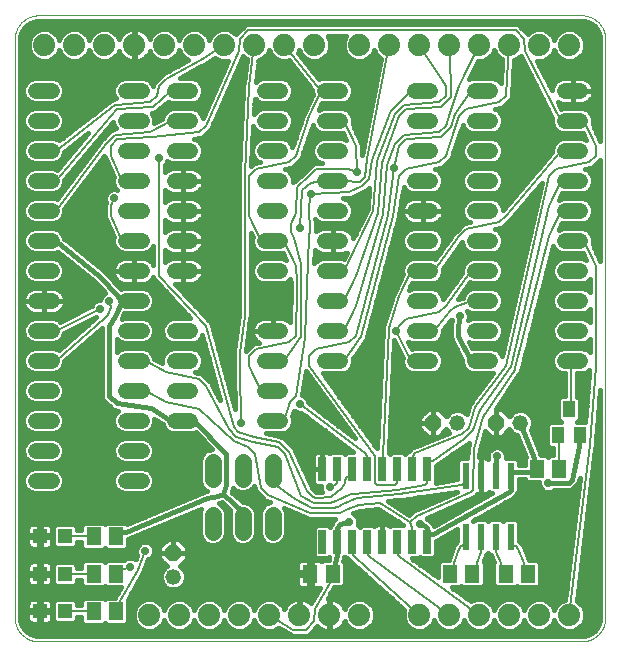
<source format=gtl>
G75*
%MOIN*%
%OFA0B0*%
%FSLAX25Y25*%
%IPPOS*%
%LPD*%
%AMOC8*
5,1,8,0,0,1.08239X$1,22.5*
%
%ADD10C,0.00004*%
%ADD11C,0.05200*%
%ADD12C,0.07400*%
%ADD13R,0.02362X0.08661*%
%ADD14C,0.05600*%
%ADD15R,0.05118X0.05906*%
%ADD16R,0.03937X0.05512*%
%ADD17OC8,0.05628*%
%ADD18C,0.05200*%
%ADD19R,0.02600X0.08000*%
%ADD20R,0.04724X0.04724*%
%ADD21C,0.01600*%
%ADD22C,0.00800*%
%ADD23C,0.02775*%
D10*
X0092644Y0010874D02*
X0092644Y0203787D01*
X0092646Y0203977D01*
X0092653Y0204167D01*
X0092665Y0204357D01*
X0092681Y0204547D01*
X0092701Y0204736D01*
X0092727Y0204925D01*
X0092756Y0205113D01*
X0092791Y0205300D01*
X0092830Y0205486D01*
X0092873Y0205671D01*
X0092921Y0205856D01*
X0092973Y0206039D01*
X0093029Y0206220D01*
X0093090Y0206400D01*
X0093156Y0206579D01*
X0093225Y0206756D01*
X0093299Y0206932D01*
X0093377Y0207105D01*
X0093460Y0207277D01*
X0093546Y0207446D01*
X0093636Y0207614D01*
X0093731Y0207779D01*
X0093829Y0207942D01*
X0093932Y0208102D01*
X0094038Y0208260D01*
X0094148Y0208415D01*
X0094261Y0208568D01*
X0094379Y0208718D01*
X0094500Y0208864D01*
X0094624Y0209008D01*
X0094752Y0209149D01*
X0094883Y0209287D01*
X0095018Y0209422D01*
X0095156Y0209553D01*
X0095297Y0209681D01*
X0095441Y0209805D01*
X0095587Y0209926D01*
X0095737Y0210044D01*
X0095890Y0210157D01*
X0096045Y0210267D01*
X0096203Y0210373D01*
X0096363Y0210476D01*
X0096526Y0210574D01*
X0096691Y0210669D01*
X0096859Y0210759D01*
X0097028Y0210845D01*
X0097200Y0210928D01*
X0097373Y0211006D01*
X0097549Y0211080D01*
X0097726Y0211149D01*
X0097905Y0211215D01*
X0098085Y0211276D01*
X0098266Y0211332D01*
X0098449Y0211384D01*
X0098634Y0211432D01*
X0098819Y0211475D01*
X0099005Y0211514D01*
X0099192Y0211549D01*
X0099380Y0211578D01*
X0099569Y0211604D01*
X0099758Y0211624D01*
X0099948Y0211640D01*
X0100138Y0211652D01*
X0100328Y0211659D01*
X0100518Y0211661D01*
X0281620Y0211661D01*
X0281810Y0211659D01*
X0282000Y0211652D01*
X0282190Y0211640D01*
X0282380Y0211624D01*
X0282569Y0211604D01*
X0282758Y0211578D01*
X0282946Y0211549D01*
X0283133Y0211514D01*
X0283319Y0211475D01*
X0283504Y0211432D01*
X0283689Y0211384D01*
X0283872Y0211332D01*
X0284053Y0211276D01*
X0284233Y0211215D01*
X0284412Y0211149D01*
X0284589Y0211080D01*
X0284765Y0211006D01*
X0284938Y0210928D01*
X0285110Y0210845D01*
X0285279Y0210759D01*
X0285447Y0210669D01*
X0285612Y0210574D01*
X0285775Y0210476D01*
X0285935Y0210373D01*
X0286093Y0210267D01*
X0286248Y0210157D01*
X0286401Y0210044D01*
X0286551Y0209926D01*
X0286697Y0209805D01*
X0286841Y0209681D01*
X0286982Y0209553D01*
X0287120Y0209422D01*
X0287255Y0209287D01*
X0287386Y0209149D01*
X0287514Y0209008D01*
X0287638Y0208864D01*
X0287759Y0208718D01*
X0287877Y0208568D01*
X0287990Y0208415D01*
X0288100Y0208260D01*
X0288206Y0208102D01*
X0288309Y0207942D01*
X0288407Y0207779D01*
X0288502Y0207614D01*
X0288592Y0207446D01*
X0288678Y0207277D01*
X0288761Y0207105D01*
X0288839Y0206932D01*
X0288913Y0206756D01*
X0288982Y0206579D01*
X0289048Y0206400D01*
X0289109Y0206220D01*
X0289165Y0206039D01*
X0289217Y0205856D01*
X0289265Y0205671D01*
X0289308Y0205486D01*
X0289347Y0205300D01*
X0289382Y0205113D01*
X0289411Y0204925D01*
X0289437Y0204736D01*
X0289457Y0204547D01*
X0289473Y0204357D01*
X0289485Y0204167D01*
X0289492Y0203977D01*
X0289494Y0203787D01*
X0289494Y0010874D01*
X0289492Y0010684D01*
X0289485Y0010494D01*
X0289473Y0010304D01*
X0289457Y0010114D01*
X0289437Y0009925D01*
X0289411Y0009736D01*
X0289382Y0009548D01*
X0289347Y0009361D01*
X0289308Y0009175D01*
X0289265Y0008990D01*
X0289217Y0008805D01*
X0289165Y0008622D01*
X0289109Y0008441D01*
X0289048Y0008261D01*
X0288982Y0008082D01*
X0288913Y0007905D01*
X0288839Y0007729D01*
X0288761Y0007556D01*
X0288678Y0007384D01*
X0288592Y0007215D01*
X0288502Y0007047D01*
X0288407Y0006882D01*
X0288309Y0006719D01*
X0288206Y0006559D01*
X0288100Y0006401D01*
X0287990Y0006246D01*
X0287877Y0006093D01*
X0287759Y0005943D01*
X0287638Y0005797D01*
X0287514Y0005653D01*
X0287386Y0005512D01*
X0287255Y0005374D01*
X0287120Y0005239D01*
X0286982Y0005108D01*
X0286841Y0004980D01*
X0286697Y0004856D01*
X0286551Y0004735D01*
X0286401Y0004617D01*
X0286248Y0004504D01*
X0286093Y0004394D01*
X0285935Y0004288D01*
X0285775Y0004185D01*
X0285612Y0004087D01*
X0285447Y0003992D01*
X0285279Y0003902D01*
X0285110Y0003816D01*
X0284938Y0003733D01*
X0284765Y0003655D01*
X0284589Y0003581D01*
X0284412Y0003512D01*
X0284233Y0003446D01*
X0284053Y0003385D01*
X0283872Y0003329D01*
X0283689Y0003277D01*
X0283504Y0003229D01*
X0283319Y0003186D01*
X0283133Y0003147D01*
X0282946Y0003112D01*
X0282758Y0003083D01*
X0282569Y0003057D01*
X0282380Y0003037D01*
X0282190Y0003021D01*
X0282000Y0003009D01*
X0281810Y0003002D01*
X0281620Y0003000D01*
X0100518Y0003000D01*
X0100328Y0003002D01*
X0100138Y0003009D01*
X0099948Y0003021D01*
X0099758Y0003037D01*
X0099569Y0003057D01*
X0099380Y0003083D01*
X0099192Y0003112D01*
X0099005Y0003147D01*
X0098819Y0003186D01*
X0098634Y0003229D01*
X0098449Y0003277D01*
X0098266Y0003329D01*
X0098085Y0003385D01*
X0097905Y0003446D01*
X0097726Y0003512D01*
X0097549Y0003581D01*
X0097373Y0003655D01*
X0097200Y0003733D01*
X0097028Y0003816D01*
X0096859Y0003902D01*
X0096691Y0003992D01*
X0096526Y0004087D01*
X0096363Y0004185D01*
X0096203Y0004288D01*
X0096045Y0004394D01*
X0095890Y0004504D01*
X0095737Y0004617D01*
X0095587Y0004735D01*
X0095441Y0004856D01*
X0095297Y0004980D01*
X0095156Y0005108D01*
X0095018Y0005239D01*
X0094883Y0005374D01*
X0094752Y0005512D01*
X0094624Y0005653D01*
X0094500Y0005797D01*
X0094379Y0005943D01*
X0094261Y0006093D01*
X0094148Y0006246D01*
X0094038Y0006401D01*
X0093932Y0006559D01*
X0093829Y0006719D01*
X0093731Y0006882D01*
X0093636Y0007047D01*
X0093546Y0007215D01*
X0093460Y0007384D01*
X0093377Y0007556D01*
X0093299Y0007729D01*
X0093225Y0007905D01*
X0093156Y0008082D01*
X0093090Y0008261D01*
X0093029Y0008441D01*
X0092973Y0008622D01*
X0092921Y0008805D01*
X0092873Y0008990D01*
X0092830Y0009175D01*
X0092791Y0009361D01*
X0092756Y0009548D01*
X0092727Y0009736D01*
X0092701Y0009925D01*
X0092681Y0010114D01*
X0092665Y0010304D01*
X0092653Y0010494D01*
X0092646Y0010684D01*
X0092644Y0010874D01*
D11*
X0099729Y0056515D02*
X0104929Y0056515D01*
X0104929Y0066515D02*
X0099729Y0066515D01*
X0099729Y0076515D02*
X0104929Y0076515D01*
X0104929Y0086515D02*
X0099729Y0086515D01*
X0099729Y0096515D02*
X0104929Y0096515D01*
X0104929Y0106515D02*
X0099729Y0106515D01*
X0099729Y0116515D02*
X0104929Y0116515D01*
X0104929Y0126515D02*
X0099729Y0126515D01*
X0099729Y0136515D02*
X0104929Y0136515D01*
X0104929Y0146515D02*
X0099729Y0146515D01*
X0099729Y0156515D02*
X0104929Y0156515D01*
X0104929Y0166515D02*
X0099729Y0166515D01*
X0099729Y0176515D02*
X0104929Y0176515D01*
X0104929Y0186515D02*
X0099729Y0186515D01*
X0129729Y0186515D02*
X0134929Y0186515D01*
X0145989Y0186500D02*
X0151189Y0186500D01*
X0151189Y0176500D02*
X0145989Y0176500D01*
X0134929Y0176515D02*
X0129729Y0176515D01*
X0129729Y0166515D02*
X0134929Y0166515D01*
X0134929Y0156515D02*
X0129729Y0156515D01*
X0129729Y0146515D02*
X0134929Y0146515D01*
X0145989Y0146500D02*
X0151189Y0146500D01*
X0151189Y0136500D02*
X0145989Y0136500D01*
X0145989Y0126500D02*
X0151189Y0126500D01*
X0134929Y0126515D02*
X0129729Y0126515D01*
X0129729Y0136515D02*
X0134929Y0136515D01*
X0134929Y0116515D02*
X0129729Y0116515D01*
X0129729Y0106515D02*
X0134929Y0106515D01*
X0145989Y0106500D02*
X0151189Y0106500D01*
X0151189Y0096500D02*
X0145989Y0096500D01*
X0134929Y0096515D02*
X0129729Y0096515D01*
X0129729Y0086515D02*
X0134929Y0086515D01*
X0134929Y0076515D02*
X0129729Y0076515D01*
X0129729Y0066515D02*
X0134929Y0066515D01*
X0134929Y0056515D02*
X0129729Y0056515D01*
X0145989Y0076500D02*
X0151189Y0076500D01*
X0151189Y0086500D02*
X0145989Y0086500D01*
X0175989Y0086500D02*
X0181189Y0086500D01*
X0181189Y0076500D02*
X0175989Y0076500D01*
X0175989Y0096500D02*
X0181189Y0096500D01*
X0181189Y0106500D02*
X0175989Y0106500D01*
X0195989Y0106500D02*
X0201189Y0106500D01*
X0201189Y0116500D02*
X0195989Y0116500D01*
X0195989Y0126500D02*
X0201189Y0126500D01*
X0201189Y0136500D02*
X0195989Y0136500D01*
X0195989Y0146500D02*
X0201189Y0146500D01*
X0201189Y0156500D02*
X0195989Y0156500D01*
X0195989Y0166500D02*
X0201189Y0166500D01*
X0201189Y0176500D02*
X0195989Y0176500D01*
X0195989Y0186500D02*
X0201189Y0186500D01*
X0181189Y0186500D02*
X0175989Y0186500D01*
X0175989Y0176500D02*
X0181189Y0176500D01*
X0181189Y0166500D02*
X0175989Y0166500D01*
X0175989Y0156500D02*
X0181189Y0156500D01*
X0181189Y0146500D02*
X0175989Y0146500D01*
X0175989Y0136500D02*
X0181189Y0136500D01*
X0181189Y0126500D02*
X0175989Y0126500D01*
X0195989Y0096500D02*
X0201189Y0096500D01*
X0225989Y0096500D02*
X0231189Y0096500D01*
X0231189Y0106500D02*
X0225989Y0106500D01*
X0225989Y0116500D02*
X0231189Y0116500D01*
X0231189Y0126500D02*
X0225989Y0126500D01*
X0225989Y0136500D02*
X0231189Y0136500D01*
X0231189Y0146500D02*
X0225989Y0146500D01*
X0225989Y0156500D02*
X0231189Y0156500D01*
X0231189Y0166500D02*
X0225989Y0166500D01*
X0225989Y0176500D02*
X0231189Y0176500D01*
X0231189Y0186500D02*
X0225989Y0186500D01*
X0245989Y0186500D02*
X0251189Y0186500D01*
X0251189Y0176500D02*
X0245989Y0176500D01*
X0245989Y0166500D02*
X0251189Y0166500D01*
X0251189Y0156500D02*
X0245989Y0156500D01*
X0245989Y0146500D02*
X0251189Y0146500D01*
X0251189Y0136500D02*
X0245989Y0136500D01*
X0245989Y0126500D02*
X0251189Y0126500D01*
X0251189Y0116500D02*
X0245989Y0116500D01*
X0245989Y0106500D02*
X0251189Y0106500D01*
X0251189Y0096500D02*
X0245989Y0096500D01*
X0275989Y0096500D02*
X0281189Y0096500D01*
X0281189Y0106500D02*
X0275989Y0106500D01*
X0275989Y0116500D02*
X0281189Y0116500D01*
X0281189Y0126500D02*
X0275989Y0126500D01*
X0275989Y0136500D02*
X0281189Y0136500D01*
X0281189Y0146500D02*
X0275989Y0146500D01*
X0275989Y0156500D02*
X0281189Y0156500D01*
X0281189Y0166500D02*
X0275989Y0166500D01*
X0275989Y0176500D02*
X0281189Y0176500D01*
X0281189Y0186500D02*
X0275989Y0186500D01*
X0151189Y0166500D02*
X0145989Y0166500D01*
X0145989Y0156500D02*
X0151189Y0156500D01*
D12*
X0152524Y0201785D03*
X0162524Y0201785D03*
X0172524Y0201785D03*
X0182524Y0201785D03*
X0192524Y0201785D03*
X0207524Y0201785D03*
X0217524Y0201785D03*
X0227524Y0201785D03*
X0237524Y0201785D03*
X0247524Y0201785D03*
X0257524Y0201785D03*
X0267524Y0201785D03*
X0277524Y0201785D03*
X0142524Y0201785D03*
X0132524Y0201785D03*
X0122524Y0201785D03*
X0112524Y0201785D03*
X0102524Y0201785D03*
X0137524Y0011785D03*
X0147524Y0011785D03*
X0157524Y0011785D03*
X0167524Y0011785D03*
X0177524Y0011785D03*
X0187524Y0011785D03*
X0197524Y0011785D03*
X0207524Y0011785D03*
X0227524Y0011785D03*
X0237524Y0011785D03*
X0247524Y0011785D03*
X0257524Y0011785D03*
X0267524Y0011785D03*
X0277524Y0011785D03*
D13*
X0257959Y0037764D03*
X0252959Y0037764D03*
X0247959Y0037764D03*
X0242959Y0037764D03*
X0242959Y0058236D03*
X0247959Y0058236D03*
X0252959Y0058236D03*
X0257959Y0058236D03*
D14*
X0178644Y0057015D02*
X0178644Y0062615D01*
X0168644Y0062615D02*
X0168644Y0057015D01*
X0158644Y0057015D02*
X0158644Y0062615D01*
X0158644Y0045115D02*
X0158644Y0039515D01*
X0168644Y0039515D02*
X0168644Y0045115D01*
X0178644Y0045115D02*
X0178644Y0039515D01*
D15*
X0191089Y0025500D03*
X0198569Y0025500D03*
X0237719Y0025500D03*
X0245199Y0025500D03*
X0256219Y0025500D03*
X0263699Y0025500D03*
X0266719Y0060500D03*
X0274199Y0060500D03*
X0126384Y0038000D03*
X0118904Y0038000D03*
X0118904Y0025500D03*
X0126384Y0025500D03*
X0126384Y0013000D03*
X0118904Y0013000D03*
D16*
X0273589Y0071669D03*
X0281069Y0071669D03*
X0277329Y0080331D03*
D17*
X0253144Y0075815D03*
X0232144Y0075815D03*
X0145459Y0032500D03*
D18*
X0145459Y0024500D03*
X0240144Y0075815D03*
X0261144Y0075815D03*
D19*
X0230144Y0060415D03*
X0225144Y0060415D03*
X0220144Y0060415D03*
X0215144Y0060415D03*
X0210144Y0060415D03*
X0205144Y0060415D03*
X0200144Y0060415D03*
X0195144Y0060415D03*
X0195144Y0036215D03*
X0200144Y0036215D03*
X0205144Y0036215D03*
X0210144Y0036215D03*
X0215144Y0036215D03*
X0220144Y0036215D03*
X0225144Y0036215D03*
X0230144Y0036215D03*
D20*
X0109278Y0038000D03*
X0101010Y0038000D03*
X0101010Y0025500D03*
X0109278Y0025500D03*
X0109278Y0013000D03*
X0101010Y0013000D03*
D21*
X0100629Y0013381D02*
X0100629Y0012619D01*
X0096848Y0012619D01*
X0096848Y0010401D01*
X0096971Y0009943D01*
X0097208Y0009533D01*
X0097543Y0009197D01*
X0097953Y0008960D01*
X0098411Y0008838D01*
X0100629Y0008838D01*
X0100629Y0012619D01*
X0101391Y0012619D01*
X0101391Y0008838D01*
X0103609Y0008838D01*
X0104067Y0008960D01*
X0104478Y0009197D01*
X0104813Y0009533D01*
X0105050Y0009943D01*
X0105172Y0010401D01*
X0105172Y0012619D01*
X0101391Y0012619D01*
X0101391Y0013381D01*
X0100629Y0013381D01*
X0096848Y0013381D01*
X0096848Y0015599D01*
X0096971Y0016057D01*
X0097208Y0016467D01*
X0097543Y0016803D01*
X0097953Y0017040D01*
X0098411Y0017162D01*
X0100629Y0017162D01*
X0100629Y0013381D01*
X0101391Y0013381D02*
X0101391Y0017162D01*
X0103609Y0017162D01*
X0104067Y0017040D01*
X0104478Y0016803D01*
X0104813Y0016467D01*
X0105050Y0016057D01*
X0105172Y0015599D01*
X0105172Y0013381D01*
X0101391Y0013381D01*
X0101391Y0012591D02*
X0100629Y0012591D01*
X0100629Y0010993D02*
X0101391Y0010993D01*
X0101391Y0009394D02*
X0100629Y0009394D01*
X0097346Y0009394D02*
X0094693Y0009394D01*
X0094521Y0009924D02*
X0094446Y0010874D01*
X0094446Y0203787D01*
X0094521Y0204737D01*
X0095108Y0206544D01*
X0096225Y0208081D01*
X0097761Y0209198D01*
X0099568Y0209785D01*
X0100518Y0209859D01*
X0281620Y0209859D01*
X0282570Y0209785D01*
X0284377Y0209198D01*
X0285914Y0208081D01*
X0287031Y0206544D01*
X0287618Y0204737D01*
X0287693Y0203787D01*
X0287693Y0169913D01*
X0285249Y0175327D01*
X0285389Y0175665D01*
X0285389Y0177335D01*
X0284750Y0178879D01*
X0283568Y0180061D01*
X0282024Y0180700D01*
X0275154Y0180700D01*
X0274806Y0180556D01*
X0273674Y0182743D01*
X0273683Y0182737D01*
X0274300Y0182422D01*
X0274959Y0182208D01*
X0275643Y0182100D01*
X0278589Y0182100D01*
X0281535Y0182100D01*
X0282219Y0182208D01*
X0282878Y0182422D01*
X0283495Y0182737D01*
X0284055Y0183144D01*
X0284545Y0183634D01*
X0284952Y0184194D01*
X0285267Y0184811D01*
X0285481Y0185470D01*
X0285589Y0186154D01*
X0285589Y0186500D01*
X0285589Y0186846D01*
X0285481Y0187530D01*
X0285267Y0188189D01*
X0284952Y0188806D01*
X0284545Y0189366D01*
X0284055Y0189856D01*
X0283495Y0190263D01*
X0282878Y0190578D01*
X0282219Y0190792D01*
X0281535Y0190900D01*
X0278589Y0190900D01*
X0278589Y0186500D01*
X0285589Y0186500D01*
X0278589Y0186500D01*
X0278589Y0186500D01*
X0278589Y0186500D01*
X0278589Y0182100D01*
X0278589Y0186500D01*
X0278589Y0186500D01*
X0278589Y0190900D01*
X0275643Y0190900D01*
X0274959Y0190792D01*
X0274300Y0190578D01*
X0273683Y0190263D01*
X0273123Y0189856D01*
X0272633Y0189366D01*
X0272226Y0188806D01*
X0271911Y0188189D01*
X0271697Y0187530D01*
X0271589Y0186846D01*
X0271589Y0186773D01*
X0266565Y0196485D01*
X0268578Y0196485D01*
X0270526Y0197292D01*
X0272017Y0198782D01*
X0272524Y0200006D01*
X0273030Y0198782D01*
X0274521Y0197292D01*
X0276469Y0196485D01*
X0278578Y0196485D01*
X0280526Y0197292D01*
X0282017Y0198782D01*
X0282824Y0200730D01*
X0282824Y0202839D01*
X0282017Y0204787D01*
X0280526Y0206278D01*
X0278578Y0207085D01*
X0276469Y0207085D01*
X0274521Y0206278D01*
X0273030Y0204787D01*
X0272524Y0203563D01*
X0272017Y0204787D01*
X0270526Y0206278D01*
X0268578Y0207085D01*
X0266469Y0207085D01*
X0264521Y0206278D01*
X0263656Y0205413D01*
X0260382Y0208687D01*
X0169665Y0208687D01*
X0168493Y0207515D01*
X0166391Y0205413D01*
X0165526Y0206278D01*
X0163578Y0207085D01*
X0161469Y0207085D01*
X0159521Y0206278D01*
X0158030Y0204787D01*
X0157524Y0203563D01*
X0157017Y0204787D01*
X0155526Y0206278D01*
X0153578Y0207085D01*
X0151469Y0207085D01*
X0149521Y0206278D01*
X0148030Y0204787D01*
X0147524Y0203563D01*
X0147017Y0204787D01*
X0145526Y0206278D01*
X0143578Y0207085D01*
X0141469Y0207085D01*
X0139521Y0206278D01*
X0138030Y0204787D01*
X0137639Y0203841D01*
X0137621Y0203896D01*
X0137228Y0204667D01*
X0136719Y0205368D01*
X0136107Y0205980D01*
X0135406Y0206489D01*
X0134635Y0206882D01*
X0133812Y0207149D01*
X0132956Y0207285D01*
X0132724Y0207285D01*
X0132724Y0201985D01*
X0132324Y0201985D01*
X0132324Y0207285D01*
X0132091Y0207285D01*
X0131236Y0207149D01*
X0130412Y0206882D01*
X0129641Y0206489D01*
X0128941Y0205980D01*
X0128328Y0205368D01*
X0127820Y0204667D01*
X0127427Y0203896D01*
X0127409Y0203841D01*
X0127017Y0204787D01*
X0125526Y0206278D01*
X0123578Y0207085D01*
X0121469Y0207085D01*
X0119521Y0206278D01*
X0118030Y0204787D01*
X0117524Y0203563D01*
X0117017Y0204787D01*
X0115526Y0206278D01*
X0113578Y0207085D01*
X0111469Y0207085D01*
X0109521Y0206278D01*
X0108030Y0204787D01*
X0107524Y0203563D01*
X0107017Y0204787D01*
X0105526Y0206278D01*
X0103578Y0207085D01*
X0101469Y0207085D01*
X0099521Y0206278D01*
X0098030Y0204787D01*
X0097224Y0202839D01*
X0097224Y0200730D01*
X0098030Y0198782D01*
X0099521Y0197292D01*
X0101469Y0196485D01*
X0103578Y0196485D01*
X0105526Y0197292D01*
X0107017Y0198782D01*
X0107524Y0200006D01*
X0108030Y0198782D01*
X0109521Y0197292D01*
X0111469Y0196485D01*
X0113578Y0196485D01*
X0115526Y0197292D01*
X0117017Y0198782D01*
X0117524Y0200006D01*
X0118030Y0198782D01*
X0119521Y0197292D01*
X0121469Y0196485D01*
X0123578Y0196485D01*
X0125526Y0197292D01*
X0127017Y0198782D01*
X0127409Y0199729D01*
X0127427Y0199673D01*
X0127820Y0198902D01*
X0128328Y0198202D01*
X0128941Y0197589D01*
X0129641Y0197081D01*
X0130412Y0196688D01*
X0131236Y0196420D01*
X0132091Y0196285D01*
X0132324Y0196285D01*
X0132324Y0201585D01*
X0132724Y0201585D01*
X0132724Y0196285D01*
X0132956Y0196285D01*
X0133812Y0196420D01*
X0134635Y0196688D01*
X0135406Y0197081D01*
X0136107Y0197589D01*
X0136719Y0198202D01*
X0137228Y0198902D01*
X0137621Y0199673D01*
X0137639Y0199729D01*
X0138030Y0198782D01*
X0139521Y0197292D01*
X0141469Y0196485D01*
X0143578Y0196485D01*
X0145526Y0197292D01*
X0147017Y0198782D01*
X0147524Y0200006D01*
X0148030Y0198782D01*
X0149521Y0197292D01*
X0150523Y0196877D01*
X0142544Y0192302D01*
X0142249Y0192302D01*
X0141851Y0191905D01*
X0141364Y0191625D01*
X0141286Y0191339D01*
X0139610Y0189663D01*
X0139110Y0189363D01*
X0139044Y0189097D01*
X0138850Y0188903D01*
X0138850Y0188320D01*
X0138804Y0188136D01*
X0138490Y0188894D01*
X0137308Y0190076D01*
X0135765Y0190715D01*
X0128894Y0190715D01*
X0127350Y0190076D01*
X0126169Y0188894D01*
X0125529Y0187350D01*
X0125529Y0185680D01*
X0126169Y0184136D01*
X0126230Y0184075D01*
X0125813Y0183903D01*
X0125517Y0183940D01*
X0125423Y0183867D01*
X0125286Y0183858D01*
X0125051Y0183588D01*
X0124557Y0183384D01*
X0124443Y0183109D01*
X0107435Y0169948D01*
X0107308Y0170076D01*
X0105765Y0170715D01*
X0098894Y0170715D01*
X0097350Y0170076D01*
X0096169Y0168894D01*
X0095529Y0167350D01*
X0095529Y0165680D01*
X0096169Y0164136D01*
X0097350Y0162954D01*
X0098894Y0162315D01*
X0105765Y0162315D01*
X0107308Y0162954D01*
X0108490Y0164136D01*
X0109129Y0165680D01*
X0109129Y0166201D01*
X0117122Y0172386D01*
X0106833Y0160272D01*
X0105765Y0160715D01*
X0098894Y0160715D01*
X0097350Y0160076D01*
X0096169Y0158894D01*
X0095529Y0157350D01*
X0095529Y0155680D01*
X0096169Y0154136D01*
X0097350Y0152954D01*
X0098894Y0152315D01*
X0105765Y0152315D01*
X0107308Y0152954D01*
X0108490Y0154136D01*
X0109129Y0155680D01*
X0109129Y0156796D01*
X0125529Y0176106D01*
X0125529Y0175680D01*
X0126169Y0174136D01*
X0126230Y0174075D01*
X0125787Y0173892D01*
X0125286Y0173858D01*
X0125281Y0173852D01*
X0125258Y0173852D01*
X0124954Y0173548D01*
X0124557Y0173384D01*
X0124391Y0172985D01*
X0122114Y0170708D01*
X0121956Y0170685D01*
X0121542Y0170136D01*
X0121056Y0169649D01*
X0121056Y0169489D01*
X0106649Y0150349D01*
X0105765Y0150715D01*
X0098894Y0150715D01*
X0097350Y0150076D01*
X0096169Y0148894D01*
X0095529Y0147350D01*
X0095529Y0145680D01*
X0096169Y0144136D01*
X0097350Y0142954D01*
X0098894Y0142315D01*
X0105765Y0142315D01*
X0107308Y0142954D01*
X0108490Y0144136D01*
X0109129Y0145680D01*
X0109129Y0146993D01*
X0122487Y0164739D01*
X0122590Y0164510D01*
X0122590Y0164112D01*
X0122918Y0163784D01*
X0125669Y0157688D01*
X0125529Y0157350D01*
X0125529Y0155680D01*
X0126169Y0154136D01*
X0126726Y0153578D01*
X0126378Y0153722D01*
X0125190Y0153722D01*
X0124092Y0153268D01*
X0123251Y0152427D01*
X0122796Y0151329D01*
X0122796Y0150141D01*
X0123048Y0149534D01*
X0122918Y0149246D01*
X0122590Y0148918D01*
X0122590Y0148520D01*
X0122426Y0148157D01*
X0122590Y0147724D01*
X0122590Y0145306D01*
X0122426Y0144873D01*
X0122590Y0144510D01*
X0122590Y0144112D01*
X0122918Y0143784D01*
X0125669Y0137688D01*
X0125529Y0137350D01*
X0125529Y0135680D01*
X0126169Y0134136D01*
X0127350Y0132954D01*
X0128894Y0132315D01*
X0135765Y0132315D01*
X0137308Y0132954D01*
X0138490Y0134136D01*
X0138809Y0134907D01*
X0138835Y0128541D01*
X0138692Y0128821D01*
X0138285Y0129381D01*
X0137796Y0129871D01*
X0137235Y0130278D01*
X0136618Y0130593D01*
X0135959Y0130807D01*
X0135275Y0130915D01*
X0132329Y0130915D01*
X0129383Y0130915D01*
X0128699Y0130807D01*
X0128040Y0130593D01*
X0127423Y0130278D01*
X0126863Y0129871D01*
X0126373Y0129381D01*
X0125966Y0128821D01*
X0125651Y0128204D01*
X0125437Y0127545D01*
X0125329Y0126861D01*
X0125329Y0126515D01*
X0132329Y0126515D01*
X0132329Y0126515D01*
X0132329Y0130915D01*
X0132329Y0126515D01*
X0132329Y0126515D01*
X0125329Y0126515D01*
X0125329Y0126169D01*
X0125437Y0125485D01*
X0125651Y0124826D01*
X0125966Y0124209D01*
X0126373Y0123649D01*
X0126863Y0123159D01*
X0127423Y0122752D01*
X0128040Y0122437D01*
X0128699Y0122223D01*
X0129383Y0122115D01*
X0132329Y0122115D01*
X0132329Y0126515D01*
X0132329Y0126515D01*
X0132329Y0122115D01*
X0135275Y0122115D01*
X0135959Y0122223D01*
X0136618Y0122437D01*
X0137235Y0122752D01*
X0137796Y0123159D01*
X0138285Y0123649D01*
X0138692Y0124209D01*
X0138829Y0124477D01*
X0138817Y0124182D01*
X0138853Y0124143D01*
X0138853Y0124089D01*
X0139408Y0123538D01*
X0151201Y0110700D01*
X0145154Y0110700D01*
X0143610Y0110061D01*
X0142428Y0108879D01*
X0141789Y0107335D01*
X0141789Y0105665D01*
X0142428Y0104121D01*
X0143610Y0102939D01*
X0145154Y0102300D01*
X0152024Y0102300D01*
X0153568Y0102939D01*
X0154750Y0104121D01*
X0155107Y0104984D01*
X0161035Y0083520D01*
X0158328Y0088577D01*
X0158328Y0088903D01*
X0157951Y0089280D01*
X0157700Y0089749D01*
X0157387Y0089844D01*
X0155667Y0091564D01*
X0155335Y0092080D01*
X0155100Y0092132D01*
X0154929Y0092302D01*
X0154316Y0092302D01*
X0152816Y0092628D01*
X0153568Y0092939D01*
X0154750Y0094121D01*
X0155389Y0095665D01*
X0155389Y0097335D01*
X0154750Y0098879D01*
X0153568Y0100061D01*
X0152024Y0100700D01*
X0145154Y0100700D01*
X0143610Y0100061D01*
X0142428Y0098879D01*
X0141789Y0097335D01*
X0141789Y0095713D01*
X0139129Y0097203D01*
X0139129Y0097350D01*
X0138490Y0098894D01*
X0137308Y0100076D01*
X0135765Y0100715D01*
X0128894Y0100715D01*
X0127350Y0100076D01*
X0126590Y0099316D01*
X0126590Y0103714D01*
X0127350Y0102954D01*
X0128894Y0102315D01*
X0135765Y0102315D01*
X0137308Y0102954D01*
X0138490Y0104136D01*
X0139129Y0105680D01*
X0139129Y0107350D01*
X0138490Y0108894D01*
X0137308Y0110076D01*
X0135765Y0110715D01*
X0128894Y0110715D01*
X0128339Y0110485D01*
X0128409Y0110601D01*
X0128432Y0110748D01*
X0129136Y0112315D01*
X0135765Y0112315D01*
X0137308Y0112954D01*
X0138490Y0114136D01*
X0139129Y0115680D01*
X0139129Y0117350D01*
X0138490Y0118894D01*
X0137308Y0120076D01*
X0135765Y0120715D01*
X0128894Y0120715D01*
X0128103Y0120387D01*
X0124383Y0124455D01*
X0124361Y0124506D01*
X0124062Y0124806D01*
X0123776Y0125118D01*
X0123725Y0125142D01*
X0122525Y0126342D01*
X0122464Y0126454D01*
X0122190Y0126677D01*
X0121941Y0126927D01*
X0121823Y0126976D01*
X0109129Y0137282D01*
X0109129Y0137350D01*
X0108490Y0138894D01*
X0107308Y0140076D01*
X0105765Y0140715D01*
X0098894Y0140715D01*
X0097350Y0140076D01*
X0096169Y0138894D01*
X0095529Y0137350D01*
X0095529Y0135680D01*
X0096169Y0134136D01*
X0097350Y0132954D01*
X0098894Y0132315D01*
X0105765Y0132315D01*
X0107001Y0132827D01*
X0118972Y0123107D01*
X0120592Y0121487D01*
X0122838Y0119032D01*
X0122398Y0118849D01*
X0121557Y0118009D01*
X0121102Y0116911D01*
X0121102Y0116818D01*
X0120432Y0116818D01*
X0119334Y0116363D01*
X0118493Y0115523D01*
X0118121Y0114623D01*
X0107851Y0109533D01*
X0107308Y0110076D01*
X0105765Y0110715D01*
X0098894Y0110715D01*
X0097350Y0110076D01*
X0096169Y0108894D01*
X0095529Y0107350D01*
X0095529Y0105680D01*
X0096169Y0104136D01*
X0097350Y0102954D01*
X0098894Y0102315D01*
X0105765Y0102315D01*
X0107308Y0102954D01*
X0108490Y0104136D01*
X0109129Y0105680D01*
X0109129Y0105702D01*
X0119861Y0111021D01*
X0107307Y0100076D01*
X0105765Y0100715D01*
X0098894Y0100715D01*
X0097350Y0100076D01*
X0096169Y0098894D01*
X0095529Y0097350D01*
X0095529Y0095680D01*
X0096169Y0094136D01*
X0097350Y0092954D01*
X0098894Y0092315D01*
X0105765Y0092315D01*
X0107308Y0092954D01*
X0108490Y0094136D01*
X0109129Y0095680D01*
X0109129Y0096358D01*
X0121790Y0107396D01*
X0121790Y0084297D01*
X0122156Y0083415D01*
X0122831Y0082740D01*
X0124836Y0080735D01*
X0125022Y0080487D01*
X0125170Y0080400D01*
X0125292Y0080278D01*
X0125578Y0080160D01*
X0125845Y0080003D01*
X0126015Y0079979D01*
X0126174Y0079913D01*
X0126484Y0079913D01*
X0127101Y0079826D01*
X0126169Y0078894D01*
X0125529Y0077350D01*
X0125529Y0075680D01*
X0126169Y0074136D01*
X0127350Y0072954D01*
X0128894Y0072315D01*
X0135765Y0072315D01*
X0137308Y0072954D01*
X0138490Y0074136D01*
X0139129Y0075680D01*
X0139129Y0077162D01*
X0141896Y0075407D01*
X0142428Y0074121D01*
X0143610Y0072939D01*
X0145154Y0072300D01*
X0152024Y0072300D01*
X0152892Y0072660D01*
X0158328Y0067015D01*
X0157769Y0067015D01*
X0156152Y0066345D01*
X0154914Y0065107D01*
X0154244Y0063490D01*
X0154244Y0056140D01*
X0154914Y0054523D01*
X0156152Y0053285D01*
X0156654Y0053077D01*
X0156553Y0053054D01*
X0156341Y0053053D01*
X0156091Y0052950D01*
X0155827Y0052890D01*
X0155655Y0052768D01*
X0130032Y0042126D01*
X0129606Y0042553D01*
X0123162Y0042553D01*
X0122644Y0042034D01*
X0122126Y0042553D01*
X0115682Y0042553D01*
X0114745Y0041615D01*
X0114745Y0040000D01*
X0113240Y0040000D01*
X0113240Y0041025D01*
X0112303Y0041962D01*
X0106253Y0041962D01*
X0105316Y0041025D01*
X0105316Y0034975D01*
X0106253Y0034038D01*
X0112303Y0034038D01*
X0113240Y0034975D01*
X0113240Y0036000D01*
X0114745Y0036000D01*
X0114745Y0034384D01*
X0115682Y0033447D01*
X0122126Y0033447D01*
X0122644Y0033966D01*
X0123162Y0033447D01*
X0129606Y0033447D01*
X0130543Y0034384D01*
X0130543Y0037141D01*
X0130966Y0037316D01*
X0130967Y0037317D01*
X0154742Y0047192D01*
X0154244Y0045990D01*
X0154244Y0038640D01*
X0154914Y0037023D01*
X0156152Y0035785D01*
X0157769Y0035115D01*
X0159519Y0035115D01*
X0161136Y0035785D01*
X0162374Y0037023D01*
X0163044Y0038640D01*
X0163044Y0045990D01*
X0162374Y0047607D01*
X0161136Y0048845D01*
X0160634Y0049053D01*
X0160655Y0049058D01*
X0160784Y0049049D01*
X0161117Y0049162D01*
X0161461Y0049240D01*
X0161566Y0049314D01*
X0161594Y0049324D01*
X0164538Y0046699D01*
X0164244Y0045990D01*
X0164244Y0038640D01*
X0164914Y0037023D01*
X0166152Y0035785D01*
X0167769Y0035115D01*
X0169519Y0035115D01*
X0171136Y0035785D01*
X0172374Y0037023D01*
X0173044Y0038640D01*
X0173044Y0045990D01*
X0172374Y0047607D01*
X0171136Y0048845D01*
X0169519Y0049515D01*
X0168591Y0049515D01*
X0164892Y0052814D01*
X0165296Y0054141D01*
X0166152Y0053285D01*
X0167769Y0052615D01*
X0169519Y0052615D01*
X0171136Y0053285D01*
X0172374Y0054523D01*
X0172502Y0054830D01*
X0172642Y0054043D01*
X0172642Y0053392D01*
X0172784Y0053251D01*
X0172819Y0053054D01*
X0173353Y0052681D01*
X0175282Y0050752D01*
X0175437Y0050365D01*
X0175844Y0050190D01*
X0176158Y0049876D01*
X0176576Y0049876D01*
X0177590Y0049441D01*
X0176152Y0048845D01*
X0174914Y0047607D01*
X0174244Y0045990D01*
X0174244Y0038640D01*
X0174914Y0037023D01*
X0176152Y0035785D01*
X0177769Y0035115D01*
X0179519Y0035115D01*
X0181136Y0035785D01*
X0182374Y0037023D01*
X0183044Y0038640D01*
X0183044Y0045990D01*
X0182485Y0047341D01*
X0189902Y0044158D01*
X0190216Y0043844D01*
X0190634Y0043844D01*
X0191017Y0043680D01*
X0191429Y0043844D01*
X0199343Y0043844D01*
X0199098Y0043664D01*
X0199084Y0043641D01*
X0199062Y0043624D01*
X0198838Y0043233D01*
X0198240Y0042244D01*
X0198109Y0042113D01*
X0197996Y0041839D01*
X0197843Y0041585D01*
X0197823Y0041457D01*
X0197644Y0041278D01*
X0197107Y0041815D01*
X0193181Y0041815D01*
X0192244Y0040878D01*
X0192244Y0031552D01*
X0193181Y0030615D01*
X0197107Y0030615D01*
X0197518Y0031027D01*
X0197283Y0030053D01*
X0195347Y0030053D01*
X0194971Y0029676D01*
X0194753Y0029893D01*
X0194343Y0030130D01*
X0193885Y0030253D01*
X0191569Y0030253D01*
X0191569Y0025980D01*
X0190609Y0025980D01*
X0190609Y0030253D01*
X0188293Y0030253D01*
X0187835Y0030130D01*
X0187425Y0029893D01*
X0187090Y0029558D01*
X0186853Y0029148D01*
X0186730Y0028690D01*
X0186730Y0025980D01*
X0190609Y0025980D01*
X0190609Y0025020D01*
X0191569Y0025020D01*
X0191569Y0020747D01*
X0193885Y0020747D01*
X0194343Y0020870D01*
X0194352Y0020875D01*
X0191392Y0015694D01*
X0191107Y0015980D01*
X0190406Y0016489D01*
X0189635Y0016882D01*
X0188812Y0017149D01*
X0187956Y0017285D01*
X0187724Y0017285D01*
X0187724Y0011985D01*
X0187324Y0011985D01*
X0187324Y0017285D01*
X0187091Y0017285D01*
X0186236Y0017149D01*
X0185412Y0016882D01*
X0184641Y0016489D01*
X0183941Y0015980D01*
X0183328Y0015368D01*
X0182820Y0014667D01*
X0182427Y0013896D01*
X0182409Y0013841D01*
X0182017Y0014787D01*
X0180526Y0016278D01*
X0178578Y0017085D01*
X0176469Y0017085D01*
X0174521Y0016278D01*
X0173030Y0014787D01*
X0172524Y0013563D01*
X0172017Y0014787D01*
X0170526Y0016278D01*
X0168578Y0017085D01*
X0166469Y0017085D01*
X0164521Y0016278D01*
X0163030Y0014787D01*
X0162524Y0013563D01*
X0162017Y0014787D01*
X0160526Y0016278D01*
X0158578Y0017085D01*
X0156469Y0017085D01*
X0154521Y0016278D01*
X0153030Y0014787D01*
X0152524Y0013563D01*
X0152017Y0014787D01*
X0150526Y0016278D01*
X0148578Y0017085D01*
X0146469Y0017085D01*
X0144521Y0016278D01*
X0143030Y0014787D01*
X0142524Y0013563D01*
X0142017Y0014787D01*
X0140526Y0016278D01*
X0138578Y0017085D01*
X0136469Y0017085D01*
X0134521Y0016278D01*
X0133030Y0014787D01*
X0132224Y0012839D01*
X0132224Y0010730D01*
X0133030Y0008782D01*
X0134521Y0007292D01*
X0136469Y0006485D01*
X0138578Y0006485D01*
X0140526Y0007292D01*
X0142017Y0008782D01*
X0142524Y0010006D01*
X0143030Y0008782D01*
X0144521Y0007292D01*
X0146469Y0006485D01*
X0148578Y0006485D01*
X0150526Y0007292D01*
X0152017Y0008782D01*
X0152524Y0010006D01*
X0153030Y0008782D01*
X0154521Y0007292D01*
X0156469Y0006485D01*
X0158578Y0006485D01*
X0160526Y0007292D01*
X0162017Y0008782D01*
X0162524Y0010006D01*
X0163030Y0008782D01*
X0164521Y0007292D01*
X0166469Y0006485D01*
X0168578Y0006485D01*
X0170526Y0007292D01*
X0172017Y0008782D01*
X0172524Y0010006D01*
X0173030Y0008782D01*
X0174521Y0007292D01*
X0176469Y0006485D01*
X0178578Y0006485D01*
X0180526Y0007292D01*
X0180711Y0007476D01*
X0184245Y0005302D01*
X0184665Y0004883D01*
X0184927Y0004883D01*
X0185059Y0004802D01*
X0100518Y0004802D01*
X0099568Y0004877D01*
X0097761Y0005464D01*
X0096225Y0006580D01*
X0095108Y0008117D01*
X0094521Y0009924D01*
X0094446Y0010993D02*
X0096848Y0010993D01*
X0096848Y0012591D02*
X0094446Y0012591D01*
X0094446Y0014190D02*
X0096848Y0014190D01*
X0096899Y0015788D02*
X0094446Y0015788D01*
X0094446Y0017387D02*
X0115516Y0017387D01*
X0115682Y0017553D02*
X0114745Y0016615D01*
X0114745Y0015000D01*
X0113240Y0015000D01*
X0113240Y0016025D01*
X0112303Y0016962D01*
X0106253Y0016962D01*
X0105316Y0016025D01*
X0105316Y0009975D01*
X0106253Y0009038D01*
X0112303Y0009038D01*
X0113240Y0009975D01*
X0113240Y0011000D01*
X0114745Y0011000D01*
X0114745Y0009384D01*
X0115682Y0008447D01*
X0122126Y0008447D01*
X0122644Y0008966D01*
X0123162Y0008447D01*
X0129606Y0008447D01*
X0130543Y0009384D01*
X0130543Y0016615D01*
X0130288Y0016871D01*
X0135114Y0025311D01*
X0135275Y0025383D01*
X0135515Y0026011D01*
X0135849Y0026595D01*
X0135802Y0026766D01*
X0137164Y0030341D01*
X0137777Y0030595D01*
X0138618Y0031436D01*
X0139072Y0032534D01*
X0139072Y0033722D01*
X0138618Y0034820D01*
X0137777Y0035661D01*
X0136679Y0036115D01*
X0135491Y0036115D01*
X0134393Y0035661D01*
X0133552Y0034820D01*
X0133098Y0033722D01*
X0133098Y0032534D01*
X0133421Y0031753D01*
X0132900Y0030384D01*
X0132813Y0030470D01*
X0131715Y0030925D01*
X0130527Y0030925D01*
X0129429Y0030470D01*
X0129012Y0030053D01*
X0123162Y0030053D01*
X0122644Y0029534D01*
X0122126Y0030053D01*
X0115682Y0030053D01*
X0114745Y0029115D01*
X0114745Y0027500D01*
X0113240Y0027500D01*
X0113240Y0028525D01*
X0112303Y0029462D01*
X0106253Y0029462D01*
X0105316Y0028525D01*
X0105316Y0022475D01*
X0106253Y0021538D01*
X0112303Y0021538D01*
X0113240Y0022475D01*
X0113240Y0023500D01*
X0114745Y0023500D01*
X0114745Y0021884D01*
X0115682Y0020947D01*
X0122126Y0020947D01*
X0122644Y0021466D01*
X0123162Y0020947D01*
X0128011Y0020947D01*
X0126140Y0017675D01*
X0126018Y0017553D01*
X0123162Y0017553D01*
X0122644Y0017034D01*
X0122126Y0017553D01*
X0115682Y0017553D01*
X0114745Y0015788D02*
X0113240Y0015788D01*
X0113240Y0010993D02*
X0114745Y0010993D01*
X0114745Y0009394D02*
X0112659Y0009394D01*
X0105897Y0009394D02*
X0104674Y0009394D01*
X0105172Y0010993D02*
X0105316Y0010993D01*
X0105316Y0012591D02*
X0105172Y0012591D01*
X0105172Y0014190D02*
X0105316Y0014190D01*
X0105316Y0015788D02*
X0105122Y0015788D01*
X0101391Y0015788D02*
X0100629Y0015788D01*
X0100629Y0014190D02*
X0101391Y0014190D01*
X0094446Y0018985D02*
X0126889Y0018985D01*
X0127803Y0020584D02*
X0094446Y0020584D01*
X0094446Y0022182D02*
X0097121Y0022182D01*
X0097208Y0022033D02*
X0097543Y0021697D01*
X0097953Y0021460D01*
X0098411Y0021338D01*
X0100629Y0021338D01*
X0100629Y0025119D01*
X0096848Y0025119D01*
X0096848Y0022901D01*
X0096971Y0022443D01*
X0097208Y0022033D01*
X0096848Y0023781D02*
X0094446Y0023781D01*
X0094446Y0025379D02*
X0100629Y0025379D01*
X0100629Y0025119D02*
X0100629Y0025881D01*
X0096848Y0025881D01*
X0096848Y0028099D01*
X0096971Y0028557D01*
X0097208Y0028967D01*
X0097543Y0029303D01*
X0097953Y0029540D01*
X0098411Y0029662D01*
X0100629Y0029662D01*
X0100629Y0025881D01*
X0101391Y0025881D01*
X0101391Y0029662D01*
X0103609Y0029662D01*
X0104067Y0029540D01*
X0104478Y0029303D01*
X0104813Y0028967D01*
X0105050Y0028557D01*
X0105172Y0028099D01*
X0105172Y0025881D01*
X0101391Y0025881D01*
X0101391Y0025119D01*
X0101391Y0021338D01*
X0103609Y0021338D01*
X0104067Y0021460D01*
X0104478Y0021697D01*
X0104813Y0022033D01*
X0105050Y0022443D01*
X0105172Y0022901D01*
X0105172Y0025119D01*
X0101391Y0025119D01*
X0100629Y0025119D01*
X0101391Y0025379D02*
X0105316Y0025379D01*
X0105316Y0023781D02*
X0105172Y0023781D01*
X0104899Y0022182D02*
X0105609Y0022182D01*
X0101391Y0022182D02*
X0100629Y0022182D01*
X0100629Y0023781D02*
X0101391Y0023781D01*
X0101391Y0026978D02*
X0100629Y0026978D01*
X0100629Y0028576D02*
X0101391Y0028576D01*
X0105039Y0028576D02*
X0105367Y0028576D01*
X0105316Y0026978D02*
X0105172Y0026978D01*
X0112947Y0022182D02*
X0114745Y0022182D01*
X0122292Y0017387D02*
X0122996Y0017387D01*
X0130583Y0017387D02*
X0192359Y0017387D01*
X0193272Y0018985D02*
X0131497Y0018985D01*
X0132411Y0020584D02*
X0143939Y0020584D01*
X0144624Y0020300D02*
X0143080Y0020939D01*
X0141898Y0022121D01*
X0141259Y0023665D01*
X0141259Y0025335D01*
X0141898Y0026879D01*
X0143080Y0028061D01*
X0143287Y0028147D01*
X0140845Y0030589D01*
X0140845Y0032500D01*
X0145459Y0032500D01*
X0145459Y0032500D01*
X0140845Y0032500D01*
X0140845Y0034411D01*
X0143548Y0037114D01*
X0145459Y0037114D01*
X0145459Y0032500D01*
X0145459Y0032500D01*
X0145459Y0037114D01*
X0147370Y0037114D01*
X0150073Y0034411D01*
X0150073Y0032500D01*
X0145459Y0032500D01*
X0145459Y0032500D01*
X0150073Y0032500D01*
X0150073Y0030589D01*
X0147631Y0028147D01*
X0147838Y0028061D01*
X0149020Y0026879D01*
X0149659Y0025335D01*
X0149659Y0023665D01*
X0149020Y0022121D01*
X0147838Y0020939D01*
X0146294Y0020300D01*
X0144624Y0020300D01*
X0146979Y0020584D02*
X0194185Y0020584D01*
X0191569Y0022182D02*
X0190609Y0022182D01*
X0190609Y0020747D02*
X0188293Y0020747D01*
X0187835Y0020870D01*
X0187425Y0021107D01*
X0187090Y0021442D01*
X0186853Y0021852D01*
X0186730Y0022310D01*
X0186730Y0025020D01*
X0190609Y0025020D01*
X0190609Y0020747D01*
X0190609Y0023781D02*
X0191569Y0023781D01*
X0190609Y0025379D02*
X0149641Y0025379D01*
X0149659Y0023781D02*
X0186730Y0023781D01*
X0186764Y0022182D02*
X0149045Y0022182D01*
X0148921Y0026978D02*
X0186730Y0026978D01*
X0186730Y0028576D02*
X0148060Y0028576D01*
X0149659Y0030175D02*
X0188002Y0030175D01*
X0190609Y0030175D02*
X0191569Y0030175D01*
X0191569Y0028576D02*
X0190609Y0028576D01*
X0190609Y0026978D02*
X0191569Y0026978D01*
X0194176Y0030175D02*
X0197313Y0030175D01*
X0199526Y0029116D02*
X0199526Y0027653D01*
X0198569Y0025500D01*
X0202728Y0025379D02*
X0209262Y0025379D01*
X0211056Y0023781D02*
X0202728Y0023781D01*
X0202728Y0022182D02*
X0212850Y0022182D01*
X0214643Y0020584D02*
X0198792Y0020584D01*
X0199000Y0020947D02*
X0201791Y0020947D01*
X0202728Y0021884D01*
X0202728Y0029115D01*
X0202138Y0029706D01*
X0202433Y0030931D01*
X0202440Y0030948D01*
X0202644Y0031152D01*
X0203181Y0030615D01*
X0203516Y0030615D01*
X0203993Y0030137D01*
X0203997Y0030071D01*
X0204573Y0029558D01*
X0205118Y0029013D01*
X0205184Y0029013D01*
X0222523Y0013562D01*
X0222224Y0012839D01*
X0222224Y0010730D01*
X0223030Y0008782D01*
X0224521Y0007292D01*
X0226469Y0006485D01*
X0228578Y0006485D01*
X0230526Y0007292D01*
X0232017Y0008782D01*
X0232524Y0010006D01*
X0233030Y0008782D01*
X0234521Y0007292D01*
X0236469Y0006485D01*
X0238578Y0006485D01*
X0240526Y0007292D01*
X0242017Y0008782D01*
X0242524Y0010006D01*
X0243030Y0008782D01*
X0244521Y0007292D01*
X0246469Y0006485D01*
X0248578Y0006485D01*
X0250526Y0007292D01*
X0252017Y0008782D01*
X0252524Y0010006D01*
X0253030Y0008782D01*
X0254521Y0007292D01*
X0256469Y0006485D01*
X0258578Y0006485D01*
X0260526Y0007292D01*
X0262017Y0008782D01*
X0262524Y0010006D01*
X0263030Y0008782D01*
X0264521Y0007292D01*
X0266469Y0006485D01*
X0268578Y0006485D01*
X0270526Y0007292D01*
X0272017Y0008782D01*
X0272524Y0010006D01*
X0273030Y0008782D01*
X0274521Y0007292D01*
X0276469Y0006485D01*
X0278578Y0006485D01*
X0280526Y0007292D01*
X0282017Y0008782D01*
X0282824Y0010730D01*
X0282824Y0012839D01*
X0282017Y0014787D01*
X0280526Y0016278D01*
X0280092Y0016458D01*
X0286134Y0067403D01*
X0286169Y0067432D01*
X0286230Y0068219D01*
X0286323Y0069002D01*
X0286295Y0069038D01*
X0287693Y0086780D01*
X0287693Y0010874D01*
X0287618Y0009924D01*
X0287031Y0008117D01*
X0285914Y0006580D01*
X0284377Y0005464D01*
X0282570Y0004877D01*
X0281620Y0004802D01*
X0185390Y0004802D01*
X0185728Y0004883D01*
X0190382Y0004883D01*
X0191554Y0006054D01*
X0193515Y0008015D01*
X0193941Y0007589D01*
X0194641Y0007081D01*
X0195412Y0006688D01*
X0196236Y0006420D01*
X0197091Y0006285D01*
X0197324Y0006285D01*
X0197324Y0011585D01*
X0197724Y0011585D01*
X0197724Y0006285D01*
X0197956Y0006285D01*
X0198812Y0006420D01*
X0199635Y0006688D01*
X0200406Y0007081D01*
X0201107Y0007589D01*
X0201719Y0008202D01*
X0202228Y0008902D01*
X0202621Y0009673D01*
X0202639Y0009729D01*
X0203030Y0008782D01*
X0204521Y0007292D01*
X0206469Y0006485D01*
X0208578Y0006485D01*
X0210526Y0007292D01*
X0212017Y0008782D01*
X0212824Y0010730D01*
X0212824Y0012839D01*
X0212017Y0014787D01*
X0210526Y0016278D01*
X0208578Y0017085D01*
X0206469Y0017085D01*
X0204521Y0016278D01*
X0203030Y0014787D01*
X0202639Y0013841D01*
X0202621Y0013896D01*
X0202228Y0014667D01*
X0201719Y0015368D01*
X0201107Y0015980D01*
X0200406Y0016489D01*
X0199635Y0016882D01*
X0198812Y0017149D01*
X0197956Y0017285D01*
X0197724Y0017285D01*
X0197724Y0011985D01*
X0197324Y0011985D01*
X0197324Y0017285D01*
X0197091Y0017285D01*
X0196889Y0017253D01*
X0199000Y0020947D01*
X0197879Y0018985D02*
X0216437Y0018985D01*
X0218231Y0017387D02*
X0196965Y0017387D01*
X0197324Y0015788D02*
X0197724Y0015788D01*
X0197724Y0014190D02*
X0197324Y0014190D01*
X0197324Y0012591D02*
X0197724Y0012591D01*
X0197724Y0010993D02*
X0197324Y0010993D01*
X0197324Y0009394D02*
X0197724Y0009394D01*
X0197724Y0007796D02*
X0197324Y0007796D01*
X0193735Y0007796D02*
X0193295Y0007796D01*
X0191697Y0006197D02*
X0285386Y0006197D01*
X0286797Y0007796D02*
X0281030Y0007796D01*
X0282270Y0009394D02*
X0287446Y0009394D01*
X0287693Y0010993D02*
X0282824Y0010993D01*
X0282824Y0012591D02*
X0287693Y0012591D01*
X0287693Y0014190D02*
X0282264Y0014190D01*
X0281015Y0015788D02*
X0287693Y0015788D01*
X0287693Y0017387D02*
X0280202Y0017387D01*
X0280392Y0018985D02*
X0287693Y0018985D01*
X0287693Y0020584D02*
X0280581Y0020584D01*
X0280771Y0022182D02*
X0287693Y0022182D01*
X0287693Y0023781D02*
X0280960Y0023781D01*
X0281150Y0025379D02*
X0287693Y0025379D01*
X0287693Y0026978D02*
X0281339Y0026978D01*
X0281529Y0028576D02*
X0287693Y0028576D01*
X0287693Y0030175D02*
X0281719Y0030175D01*
X0281908Y0031773D02*
X0287693Y0031773D01*
X0287693Y0033372D02*
X0282098Y0033372D01*
X0282287Y0034970D02*
X0287693Y0034970D01*
X0287693Y0036569D02*
X0282477Y0036569D01*
X0282666Y0038167D02*
X0287693Y0038167D01*
X0287693Y0039766D02*
X0282856Y0039766D01*
X0283046Y0041364D02*
X0287693Y0041364D01*
X0287693Y0042963D02*
X0283235Y0042963D01*
X0283425Y0044561D02*
X0287693Y0044561D01*
X0287693Y0046160D02*
X0283614Y0046160D01*
X0283804Y0047758D02*
X0287693Y0047758D01*
X0287693Y0049357D02*
X0283994Y0049357D01*
X0284183Y0050955D02*
X0287693Y0050955D01*
X0287693Y0052554D02*
X0284373Y0052554D01*
X0284562Y0054152D02*
X0287693Y0054152D01*
X0287693Y0055751D02*
X0284752Y0055751D01*
X0284941Y0057349D02*
X0287693Y0057349D01*
X0287693Y0058948D02*
X0285131Y0058948D01*
X0285321Y0060546D02*
X0287693Y0060546D01*
X0287693Y0062145D02*
X0285510Y0062145D01*
X0285700Y0063743D02*
X0287693Y0063743D01*
X0287693Y0065342D02*
X0285889Y0065342D01*
X0286079Y0066940D02*
X0287693Y0066940D01*
X0287693Y0068539D02*
X0286268Y0068539D01*
X0286382Y0070137D02*
X0287693Y0070137D01*
X0287693Y0071736D02*
X0286507Y0071736D01*
X0286633Y0073334D02*
X0287693Y0073334D01*
X0287693Y0074933D02*
X0286759Y0074933D01*
X0286885Y0076532D02*
X0287693Y0076532D01*
X0287693Y0078130D02*
X0287011Y0078130D01*
X0287137Y0079729D02*
X0287693Y0079729D01*
X0287693Y0081327D02*
X0287263Y0081327D01*
X0287389Y0082926D02*
X0287693Y0082926D01*
X0287693Y0084524D02*
X0287515Y0084524D01*
X0287641Y0086123D02*
X0287693Y0086123D01*
X0283628Y0086123D02*
X0279959Y0086123D01*
X0279959Y0084687D02*
X0279959Y0092300D01*
X0282024Y0092300D01*
X0283568Y0092939D01*
X0284216Y0093588D01*
X0282833Y0076025D01*
X0280011Y0076025D01*
X0280898Y0076912D01*
X0280898Y0083749D01*
X0279960Y0084687D01*
X0279959Y0084687D01*
X0280123Y0084524D02*
X0283502Y0084524D01*
X0283377Y0082926D02*
X0280898Y0082926D01*
X0280898Y0081327D02*
X0283251Y0081327D01*
X0283125Y0079729D02*
X0280898Y0079729D01*
X0280898Y0078130D02*
X0282999Y0078130D01*
X0282873Y0076532D02*
X0280517Y0076532D01*
X0281069Y0071669D02*
X0280703Y0069713D01*
X0280703Y0068913D01*
X0280703Y0068250D01*
X0278360Y0056884D01*
X0277422Y0055945D01*
X0270459Y0055645D01*
X0267472Y0055751D02*
X0260740Y0055751D01*
X0260740Y0056968D02*
X0260740Y0053243D01*
X0260305Y0052807D01*
X0259994Y0052057D01*
X0259064Y0051127D01*
X0258855Y0050862D01*
X0258729Y0050792D01*
X0258627Y0050690D01*
X0258316Y0050561D01*
X0245243Y0043254D01*
X0245459Y0043038D01*
X0246115Y0043694D01*
X0249803Y0043694D01*
X0250459Y0043038D01*
X0251115Y0043694D01*
X0254803Y0043694D01*
X0255459Y0043038D01*
X0256115Y0043694D01*
X0259803Y0043694D01*
X0260740Y0042757D01*
X0260740Y0036359D01*
X0261481Y0035618D01*
X0261887Y0035445D01*
X0262043Y0035056D01*
X0262340Y0034759D01*
X0262340Y0034317D01*
X0264045Y0030076D01*
X0264069Y0030053D01*
X0266921Y0030053D01*
X0267858Y0029115D01*
X0267858Y0021884D01*
X0266921Y0020947D01*
X0260477Y0020947D01*
X0259959Y0021466D01*
X0259441Y0020947D01*
X0252997Y0020947D01*
X0252060Y0021884D01*
X0252060Y0029115D01*
X0252403Y0029458D01*
X0251301Y0031773D01*
X0249668Y0031773D01*
X0249689Y0031833D02*
X0249803Y0031833D01*
X0250459Y0032489D01*
X0251115Y0031833D01*
X0251241Y0031833D01*
X0251301Y0031773D01*
X0249689Y0031833D02*
X0248897Y0029576D01*
X0249358Y0029115D01*
X0249358Y0021884D01*
X0248421Y0020947D01*
X0241977Y0020947D01*
X0241459Y0021466D01*
X0240941Y0020947D01*
X0238272Y0020947D01*
X0244651Y0016332D01*
X0246469Y0017085D01*
X0248578Y0017085D01*
X0250526Y0016278D01*
X0252017Y0014787D01*
X0252524Y0013563D01*
X0253030Y0014787D01*
X0254521Y0016278D01*
X0256469Y0017085D01*
X0258578Y0017085D01*
X0260526Y0016278D01*
X0262017Y0014787D01*
X0262524Y0013563D01*
X0263030Y0014787D01*
X0264521Y0016278D01*
X0266469Y0017085D01*
X0268578Y0017085D01*
X0270526Y0016278D01*
X0272017Y0014787D01*
X0272524Y0013563D01*
X0273030Y0014787D01*
X0274521Y0016278D01*
X0276121Y0016940D01*
X0280923Y0057427D01*
X0280760Y0056639D01*
X0280760Y0056406D01*
X0280665Y0056176D01*
X0280614Y0055932D01*
X0280484Y0055739D01*
X0280395Y0055524D01*
X0280219Y0055348D01*
X0280079Y0055142D01*
X0279884Y0055014D01*
X0279155Y0054285D01*
X0278867Y0053971D01*
X0278819Y0053948D01*
X0278781Y0053911D01*
X0278388Y0053748D01*
X0278002Y0053568D01*
X0277948Y0053566D01*
X0277899Y0053545D01*
X0277473Y0053545D01*
X0272364Y0053325D01*
X0272151Y0053113D01*
X0271053Y0052658D01*
X0269865Y0052658D01*
X0268767Y0053113D01*
X0267926Y0053953D01*
X0267472Y0055051D01*
X0267472Y0055947D01*
X0263497Y0055947D01*
X0262560Y0056884D01*
X0262560Y0056968D01*
X0260740Y0056968D01*
X0257959Y0058236D02*
X0258340Y0059368D01*
X0264960Y0059368D01*
X0266719Y0060500D01*
X0265762Y0062653D01*
X0265762Y0064116D01*
X0261144Y0075815D01*
X0260016Y0071736D02*
X0255590Y0071736D01*
X0255055Y0071201D02*
X0253144Y0071201D01*
X0253144Y0075815D01*
X0253144Y0080429D01*
X0252966Y0080429D01*
X0260542Y0091669D01*
X0260751Y0091756D01*
X0260991Y0092335D01*
X0261342Y0092856D01*
X0261321Y0092964D01*
X0261434Y0093404D01*
X0261697Y0094039D01*
X0261635Y0094187D01*
X0272102Y0134910D01*
X0272428Y0134121D01*
X0273610Y0132939D01*
X0275154Y0132300D01*
X0282024Y0132300D01*
X0282195Y0132371D01*
X0283162Y0130229D01*
X0282024Y0130700D01*
X0275154Y0130700D01*
X0273610Y0130061D01*
X0272428Y0128879D01*
X0271789Y0127335D01*
X0271789Y0125665D01*
X0272428Y0124121D01*
X0273610Y0122939D01*
X0275154Y0122300D01*
X0282024Y0122300D01*
X0283568Y0122939D01*
X0284328Y0123699D01*
X0284328Y0119301D01*
X0283568Y0120061D01*
X0282024Y0120700D01*
X0275154Y0120700D01*
X0273610Y0120061D01*
X0272428Y0118879D01*
X0271789Y0117335D01*
X0271789Y0115665D01*
X0272428Y0114121D01*
X0273610Y0112939D01*
X0275154Y0112300D01*
X0282024Y0112300D01*
X0283568Y0112939D01*
X0284328Y0113699D01*
X0284328Y0109301D01*
X0283568Y0110061D01*
X0282024Y0110700D01*
X0275154Y0110700D01*
X0273610Y0110061D01*
X0272428Y0108879D01*
X0271789Y0107335D01*
X0271789Y0105665D01*
X0272428Y0104121D01*
X0273610Y0102939D01*
X0275154Y0102300D01*
X0282024Y0102300D01*
X0283568Y0102939D01*
X0284328Y0103699D01*
X0284328Y0099301D01*
X0283568Y0100061D01*
X0282024Y0100700D01*
X0275154Y0100700D01*
X0273610Y0100061D01*
X0272428Y0098879D01*
X0271789Y0097335D01*
X0271789Y0095665D01*
X0272428Y0094121D01*
X0273610Y0092939D01*
X0275154Y0092300D01*
X0275959Y0092300D01*
X0275959Y0084687D01*
X0274698Y0084687D01*
X0273761Y0083749D01*
X0273761Y0076912D01*
X0274648Y0076025D01*
X0270958Y0076025D01*
X0270020Y0075088D01*
X0270020Y0068251D01*
X0270958Y0067313D01*
X0271894Y0067313D01*
X0271894Y0065053D01*
X0270977Y0065053D01*
X0270459Y0064534D01*
X0269941Y0065053D01*
X0267972Y0065053D01*
X0264675Y0073406D01*
X0264705Y0073436D01*
X0265344Y0074980D01*
X0265344Y0076650D01*
X0264705Y0078194D01*
X0263523Y0079376D01*
X0261980Y0080015D01*
X0260309Y0080015D01*
X0258765Y0079376D01*
X0257584Y0078194D01*
X0257498Y0077987D01*
X0255055Y0080429D01*
X0253144Y0080429D01*
X0253144Y0075815D01*
X0253144Y0075815D01*
X0253144Y0075815D01*
X0253144Y0071201D01*
X0251233Y0071201D01*
X0249451Y0072983D01*
X0247571Y0066753D01*
X0247530Y0064367D01*
X0247959Y0064367D01*
X0247959Y0058236D01*
X0247959Y0058236D01*
X0247959Y0052106D01*
X0246873Y0052106D01*
X0246744Y0051981D01*
X0246352Y0051589D01*
X0246207Y0051212D01*
X0245790Y0051027D01*
X0245467Y0050704D01*
X0245063Y0050704D01*
X0229971Y0043996D01*
X0230178Y0043789D01*
X0230181Y0043782D01*
X0230224Y0043764D01*
X0230598Y0043639D01*
X0230663Y0043583D01*
X0230742Y0043550D01*
X0231021Y0043271D01*
X0231318Y0043013D01*
X0231356Y0042935D01*
X0232179Y0042113D01*
X0232414Y0041544D01*
X0239524Y0045555D01*
X0239527Y0045559D01*
X0239940Y0045789D01*
X0240351Y0046021D01*
X0240356Y0046022D01*
X0251599Y0052306D01*
X0251115Y0052306D01*
X0250595Y0052826D01*
X0250581Y0052800D01*
X0250245Y0052465D01*
X0249835Y0052228D01*
X0249377Y0052106D01*
X0247959Y0052106D01*
X0247959Y0058236D01*
X0247959Y0058236D01*
X0247959Y0064367D01*
X0249377Y0064367D01*
X0249835Y0064244D01*
X0250245Y0064007D01*
X0250468Y0063785D01*
X0250316Y0064151D01*
X0250316Y0065339D01*
X0250771Y0066437D01*
X0251611Y0067277D01*
X0252709Y0067732D01*
X0253898Y0067732D01*
X0254996Y0067277D01*
X0255836Y0066437D01*
X0256291Y0065339D01*
X0256291Y0064167D01*
X0259803Y0064167D01*
X0260740Y0063230D01*
X0260740Y0061768D01*
X0262560Y0061768D01*
X0262560Y0064115D01*
X0263006Y0064561D01*
X0260205Y0071658D01*
X0258765Y0072254D01*
X0257584Y0073436D01*
X0257498Y0073643D01*
X0255055Y0071201D01*
X0253144Y0071736D02*
X0253144Y0071736D01*
X0253144Y0073334D02*
X0253144Y0073334D01*
X0253144Y0074933D02*
X0253144Y0074933D01*
X0253144Y0076532D02*
X0253144Y0076532D01*
X0253144Y0078130D02*
X0253144Y0078130D01*
X0253144Y0079729D02*
X0253144Y0079729D01*
X0253571Y0081327D02*
X0273761Y0081327D01*
X0273761Y0079729D02*
X0262671Y0079729D01*
X0264731Y0078130D02*
X0273761Y0078130D01*
X0274141Y0076532D02*
X0265344Y0076532D01*
X0265325Y0074933D02*
X0270020Y0074933D01*
X0270020Y0073334D02*
X0264703Y0073334D01*
X0265334Y0071736D02*
X0270020Y0071736D01*
X0270020Y0070137D02*
X0265965Y0070137D01*
X0266596Y0068539D02*
X0270020Y0068539D01*
X0271894Y0066940D02*
X0267227Y0066940D01*
X0267858Y0065342D02*
X0271894Y0065342D01*
X0262698Y0065342D02*
X0256290Y0065342D01*
X0255333Y0066940D02*
X0262067Y0066940D01*
X0261436Y0068539D02*
X0248110Y0068539D01*
X0248592Y0070137D02*
X0260805Y0070137D01*
X0257685Y0073334D02*
X0257189Y0073334D01*
X0250698Y0071736D02*
X0249074Y0071736D01*
X0244135Y0069212D02*
X0243812Y0068141D01*
X0243590Y0067927D01*
X0243581Y0067377D01*
X0243422Y0066850D01*
X0243567Y0066578D01*
X0243526Y0064167D01*
X0241115Y0064167D01*
X0240178Y0063230D01*
X0240178Y0056964D01*
X0233044Y0055892D01*
X0233044Y0061487D01*
X0233228Y0061671D01*
X0243074Y0068478D01*
X0243278Y0068478D01*
X0243736Y0068936D01*
X0244135Y0069212D01*
X0243932Y0068539D02*
X0243339Y0068539D01*
X0243449Y0066940D02*
X0240850Y0066940D01*
X0238538Y0065342D02*
X0243546Y0065342D01*
X0240692Y0063743D02*
X0236226Y0063743D01*
X0233914Y0062145D02*
X0240178Y0062145D01*
X0240178Y0060546D02*
X0233044Y0060546D01*
X0233044Y0058948D02*
X0240178Y0058948D01*
X0240178Y0057349D02*
X0233044Y0057349D01*
X0237747Y0052554D02*
X0239377Y0052554D01*
X0240210Y0052924D02*
X0226162Y0046681D01*
X0225768Y0046685D01*
X0225434Y0046358D01*
X0225008Y0046168D01*
X0224866Y0045800D01*
X0224214Y0045161D01*
X0217156Y0049667D01*
X0220096Y0049946D01*
X0220147Y0049908D01*
X0220912Y0050023D01*
X0221682Y0050096D01*
X0221723Y0050145D01*
X0240210Y0052924D01*
X0235780Y0050955D02*
X0227113Y0050955D01*
X0228586Y0047758D02*
X0220146Y0047758D01*
X0222649Y0046160D02*
X0225004Y0046160D01*
X0227645Y0042097D02*
X0229383Y0041515D01*
X0230144Y0040754D01*
X0230144Y0036215D01*
X0230644Y0038615D01*
X0232107Y0038615D01*
X0241115Y0043696D01*
X0257267Y0052724D01*
X0257959Y0053416D01*
X0257959Y0058236D01*
X0260740Y0062145D02*
X0262560Y0062145D01*
X0262560Y0063743D02*
X0260226Y0063743D01*
X0253304Y0064745D02*
X0252959Y0063056D01*
X0252959Y0062567D01*
X0252959Y0061767D01*
X0252959Y0058236D01*
X0247959Y0058948D02*
X0247959Y0058948D01*
X0247959Y0060546D02*
X0247959Y0060546D01*
X0247959Y0062145D02*
X0247959Y0062145D01*
X0247959Y0063743D02*
X0247959Y0063743D01*
X0247547Y0065342D02*
X0250317Y0065342D01*
X0251274Y0066940D02*
X0247627Y0066940D01*
X0237542Y0072477D02*
X0225557Y0067615D01*
X0225118Y0067615D01*
X0224819Y0067316D01*
X0224427Y0067157D01*
X0224257Y0066753D01*
X0223518Y0066015D01*
X0223181Y0066015D01*
X0222644Y0065478D01*
X0222107Y0066015D01*
X0218181Y0066015D01*
X0217644Y0065478D01*
X0217289Y0065833D01*
X0219098Y0103475D01*
X0221903Y0097611D01*
X0221789Y0097335D01*
X0221789Y0095665D01*
X0222428Y0094121D01*
X0223610Y0092939D01*
X0225154Y0092300D01*
X0232024Y0092300D01*
X0233568Y0092939D01*
X0234750Y0094121D01*
X0235389Y0095665D01*
X0235389Y0097335D01*
X0234750Y0098879D01*
X0233568Y0100061D01*
X0232024Y0100700D01*
X0225154Y0100700D01*
X0224908Y0100598D01*
X0223832Y0102847D01*
X0225154Y0102300D01*
X0232024Y0102300D01*
X0233568Y0102939D01*
X0234750Y0104121D01*
X0235389Y0105665D01*
X0235389Y0106836D01*
X0238190Y0110248D01*
X0238291Y0110003D01*
X0238121Y0108890D01*
X0238050Y0108718D01*
X0238050Y0108423D01*
X0238005Y0108131D01*
X0238050Y0107950D01*
X0238050Y0105140D01*
X0238020Y0105049D01*
X0238050Y0104666D01*
X0238050Y0104282D01*
X0238087Y0104193D01*
X0238094Y0104097D01*
X0238269Y0103755D01*
X0238415Y0103400D01*
X0238484Y0103332D01*
X0241789Y0096835D01*
X0241789Y0095665D01*
X0242428Y0094121D01*
X0243610Y0092939D01*
X0245154Y0092300D01*
X0251885Y0092300D01*
X0244807Y0082778D01*
X0244479Y0082606D01*
X0244331Y0082138D01*
X0244039Y0081745D01*
X0244093Y0081379D01*
X0243239Y0078660D01*
X0242523Y0079376D01*
X0240980Y0080015D01*
X0239309Y0080015D01*
X0237765Y0079376D01*
X0236584Y0078194D01*
X0236498Y0077987D01*
X0234055Y0080429D01*
X0232144Y0080429D01*
X0230233Y0080429D01*
X0227530Y0077726D01*
X0227530Y0075815D01*
X0232144Y0075815D01*
X0232144Y0075815D01*
X0232144Y0080429D01*
X0232144Y0075815D01*
X0232144Y0075815D01*
X0227530Y0075815D01*
X0227530Y0073904D01*
X0230233Y0071201D01*
X0232144Y0071201D01*
X0232144Y0075815D01*
X0232144Y0075815D01*
X0232144Y0071201D01*
X0234055Y0071201D01*
X0236498Y0073643D01*
X0236584Y0073436D01*
X0237542Y0072477D01*
X0236685Y0073334D02*
X0236189Y0073334D01*
X0235716Y0071736D02*
X0234590Y0071736D01*
X0232144Y0071736D02*
X0232144Y0071736D01*
X0232144Y0073334D02*
X0232144Y0073334D01*
X0232144Y0074933D02*
X0232144Y0074933D01*
X0232144Y0076532D02*
X0232144Y0076532D01*
X0232144Y0078130D02*
X0232144Y0078130D01*
X0232144Y0079729D02*
X0232144Y0079729D01*
X0229533Y0079729D02*
X0217957Y0079729D01*
X0218033Y0081327D02*
X0244077Y0081327D01*
X0243574Y0079729D02*
X0241671Y0079729D01*
X0238617Y0079729D02*
X0234756Y0079729D01*
X0236354Y0078130D02*
X0236557Y0078130D01*
X0227934Y0078130D02*
X0217880Y0078130D01*
X0217803Y0076532D02*
X0227530Y0076532D01*
X0227530Y0074933D02*
X0217726Y0074933D01*
X0217649Y0073334D02*
X0228099Y0073334D01*
X0229698Y0071736D02*
X0217572Y0071736D01*
X0217496Y0070137D02*
X0231775Y0070137D01*
X0227834Y0068539D02*
X0217419Y0068539D01*
X0217342Y0066940D02*
X0224336Y0066940D01*
X0213491Y0070137D02*
X0211321Y0070137D01*
X0212482Y0068539D02*
X0213414Y0068539D01*
X0213356Y0067335D02*
X0195228Y0092300D01*
X0202024Y0092300D01*
X0203568Y0092939D01*
X0204750Y0094121D01*
X0205389Y0095665D01*
X0205389Y0097119D01*
X0209172Y0102572D01*
X0209395Y0102665D01*
X0209521Y0102969D01*
X0209653Y0103046D01*
X0209746Y0103400D01*
X0209978Y0103735D01*
X0209935Y0103973D01*
X0210095Y0104359D01*
X0210036Y0104500D01*
X0220347Y0143597D01*
X0220431Y0143657D01*
X0220554Y0144385D01*
X0220743Y0145100D01*
X0220691Y0145189D01*
X0222272Y0154499D01*
X0222428Y0154121D01*
X0223610Y0152939D01*
X0225154Y0152300D01*
X0232024Y0152300D01*
X0233568Y0152939D01*
X0234750Y0154121D01*
X0235389Y0155665D01*
X0235389Y0157335D01*
X0234750Y0158879D01*
X0233568Y0160061D01*
X0232816Y0160372D01*
X0234316Y0160698D01*
X0234929Y0160698D01*
X0235100Y0160868D01*
X0235335Y0160920D01*
X0235667Y0161436D01*
X0237501Y0163270D01*
X0237940Y0163480D01*
X0238064Y0163833D01*
X0238328Y0164097D01*
X0238328Y0164584D01*
X0241153Y0172618D01*
X0241176Y0172630D01*
X0241426Y0173397D01*
X0241693Y0174157D01*
X0241682Y0174180D01*
X0242000Y0175155D01*
X0242428Y0174121D01*
X0243610Y0172939D01*
X0245154Y0172300D01*
X0252024Y0172300D01*
X0253568Y0172939D01*
X0254750Y0174121D01*
X0255389Y0175665D01*
X0255389Y0177335D01*
X0254750Y0178879D01*
X0253568Y0180061D01*
X0252816Y0180372D01*
X0254316Y0180698D01*
X0254929Y0180698D01*
X0255100Y0180868D01*
X0255335Y0180920D01*
X0255667Y0181436D01*
X0257692Y0183461D01*
X0258264Y0183957D01*
X0258270Y0184039D01*
X0258328Y0184097D01*
X0258328Y0184854D01*
X0259170Y0196730D01*
X0260526Y0197292D01*
X0261263Y0198028D01*
X0271869Y0177528D01*
X0271789Y0177335D01*
X0271789Y0175665D01*
X0272428Y0174121D01*
X0273610Y0172939D01*
X0275154Y0172300D01*
X0282024Y0172300D01*
X0282195Y0172371D01*
X0283162Y0170229D01*
X0282024Y0170700D01*
X0275154Y0170700D01*
X0273610Y0170061D01*
X0272428Y0168879D01*
X0271789Y0167335D01*
X0271789Y0166219D01*
X0255389Y0146909D01*
X0255389Y0147335D01*
X0254750Y0148879D01*
X0253568Y0150061D01*
X0252024Y0150700D01*
X0245154Y0150700D01*
X0243610Y0150061D01*
X0242428Y0148879D01*
X0241789Y0147335D01*
X0241789Y0145665D01*
X0242428Y0144121D01*
X0243610Y0142939D01*
X0244362Y0142628D01*
X0242862Y0142302D01*
X0242249Y0142302D01*
X0242078Y0142132D01*
X0241843Y0142080D01*
X0241511Y0141564D01*
X0239891Y0139945D01*
X0239710Y0139915D01*
X0239321Y0139374D01*
X0238850Y0138903D01*
X0238850Y0138719D01*
X0232840Y0130362D01*
X0232024Y0130700D01*
X0225154Y0130700D01*
X0223610Y0130061D01*
X0222428Y0128879D01*
X0221789Y0127335D01*
X0221789Y0125665D01*
X0221929Y0125327D01*
X0219322Y0119550D01*
X0219221Y0119501D01*
X0218987Y0118808D01*
X0218686Y0118142D01*
X0218726Y0118037D01*
X0215564Y0108691D01*
X0215334Y0108483D01*
X0215308Y0107935D01*
X0215132Y0107416D01*
X0215270Y0107138D01*
X0213356Y0067335D01*
X0213568Y0071736D02*
X0210161Y0071736D01*
X0209000Y0073334D02*
X0213645Y0073334D01*
X0213721Y0074933D02*
X0207839Y0074933D01*
X0206678Y0076532D02*
X0213798Y0076532D01*
X0213875Y0078130D02*
X0205518Y0078130D01*
X0204357Y0079729D02*
X0213952Y0079729D01*
X0214029Y0081327D02*
X0203196Y0081327D01*
X0202035Y0082926D02*
X0214106Y0082926D01*
X0214183Y0084524D02*
X0200874Y0084524D01*
X0199714Y0086123D02*
X0214259Y0086123D01*
X0214336Y0087721D02*
X0198553Y0087721D01*
X0197392Y0089320D02*
X0214413Y0089320D01*
X0214490Y0090918D02*
X0196231Y0090918D01*
X0192449Y0089320D02*
X0189092Y0089320D01*
X0189360Y0090918D02*
X0191288Y0090918D01*
X0190127Y0092517D02*
X0189628Y0092517D01*
X0189722Y0093075D02*
X0188383Y0085086D01*
X0189277Y0084715D01*
X0190118Y0083875D01*
X0190572Y0082777D01*
X0190572Y0082422D01*
X0205975Y0070692D01*
X0189722Y0093075D01*
X0188824Y0087721D02*
X0193610Y0087721D01*
X0194770Y0086123D02*
X0188557Y0086123D01*
X0189468Y0084524D02*
X0195931Y0084524D01*
X0197092Y0082926D02*
X0190511Y0082926D01*
X0192010Y0081327D02*
X0198253Y0081327D01*
X0199413Y0079729D02*
X0194109Y0079729D01*
X0196208Y0078130D02*
X0200574Y0078130D01*
X0201735Y0076532D02*
X0198307Y0076532D01*
X0200406Y0074933D02*
X0202896Y0074933D01*
X0202505Y0073334D02*
X0204057Y0073334D01*
X0204605Y0071736D02*
X0205217Y0071736D01*
X0202200Y0068539D02*
X0184611Y0068539D01*
X0185261Y0067889D02*
X0182759Y0070391D01*
X0182594Y0070788D01*
X0182196Y0070953D01*
X0182125Y0071024D01*
X0182047Y0071144D01*
X0181995Y0071155D01*
X0181892Y0071258D01*
X0181502Y0071258D01*
X0181419Y0071275D01*
X0180827Y0071521D01*
X0180632Y0071440D01*
X0176521Y0072300D01*
X0182024Y0072300D01*
X0183568Y0072939D01*
X0184750Y0074121D01*
X0185389Y0075665D01*
X0185389Y0077335D01*
X0185105Y0078020D01*
X0185686Y0079856D01*
X0185893Y0079650D01*
X0186991Y0079195D01*
X0188179Y0079195D01*
X0188197Y0079203D01*
X0205515Y0066015D01*
X0203181Y0066015D01*
X0202644Y0065478D01*
X0202107Y0066015D01*
X0198181Y0066015D01*
X0197786Y0065619D01*
X0197549Y0065855D01*
X0197139Y0066092D01*
X0196681Y0066215D01*
X0195144Y0066215D01*
X0193607Y0066215D01*
X0193149Y0066092D01*
X0192739Y0065855D01*
X0192404Y0065520D01*
X0192167Y0065110D01*
X0192044Y0064652D01*
X0192044Y0060415D01*
X0195144Y0060415D01*
X0195144Y0060415D01*
X0195144Y0066215D01*
X0195144Y0060415D01*
X0195144Y0060415D01*
X0192044Y0060415D01*
X0192044Y0056178D01*
X0192167Y0055720D01*
X0192404Y0055310D01*
X0192739Y0054975D01*
X0193149Y0054738D01*
X0193607Y0054615D01*
X0194658Y0054615D01*
X0194658Y0053939D01*
X0195113Y0052841D01*
X0195178Y0052775D01*
X0193513Y0052676D01*
X0193162Y0052830D01*
X0191675Y0054317D01*
X0186150Y0066600D01*
X0186150Y0067000D01*
X0185824Y0067326D01*
X0185634Y0067747D01*
X0185261Y0067889D01*
X0186150Y0066940D02*
X0204300Y0066940D01*
X0200101Y0070137D02*
X0183012Y0070137D01*
X0183963Y0073334D02*
X0195903Y0073334D01*
X0198002Y0071736D02*
X0179217Y0071736D01*
X0185086Y0074933D02*
X0193804Y0074933D01*
X0191705Y0076532D02*
X0185389Y0076532D01*
X0185140Y0078130D02*
X0189606Y0078130D01*
X0185814Y0079729D02*
X0185646Y0079729D01*
X0186716Y0065342D02*
X0192301Y0065342D01*
X0192044Y0063743D02*
X0187435Y0063743D01*
X0188154Y0062145D02*
X0192044Y0062145D01*
X0192044Y0060546D02*
X0188873Y0060546D01*
X0189592Y0058948D02*
X0192044Y0058948D01*
X0192044Y0057349D02*
X0190311Y0057349D01*
X0191030Y0055751D02*
X0192159Y0055751D01*
X0191839Y0054152D02*
X0194658Y0054152D01*
X0195144Y0060546D02*
X0195144Y0060546D01*
X0195144Y0062145D02*
X0195144Y0062145D01*
X0195144Y0063743D02*
X0195144Y0063743D01*
X0195144Y0065342D02*
X0195144Y0065342D01*
X0175079Y0050955D02*
X0166976Y0050955D01*
X0165184Y0052554D02*
X0173480Y0052554D01*
X0172623Y0054152D02*
X0172004Y0054152D01*
X0169901Y0049357D02*
X0177387Y0049357D01*
X0175065Y0047758D02*
X0172223Y0047758D01*
X0172974Y0046160D02*
X0174314Y0046160D01*
X0174244Y0044561D02*
X0173044Y0044561D01*
X0173044Y0042963D02*
X0174244Y0042963D01*
X0174244Y0041364D02*
X0173044Y0041364D01*
X0173044Y0039766D02*
X0174244Y0039766D01*
X0174440Y0038167D02*
X0172848Y0038167D01*
X0171920Y0036569D02*
X0175368Y0036569D01*
X0181920Y0036569D02*
X0192244Y0036569D01*
X0192244Y0038167D02*
X0182848Y0038167D01*
X0183044Y0039766D02*
X0192244Y0039766D01*
X0192731Y0041364D02*
X0183044Y0041364D01*
X0183044Y0042963D02*
X0198674Y0042963D01*
X0197731Y0041364D02*
X0197558Y0041364D01*
X0200144Y0040754D02*
X0200144Y0036215D01*
X0200144Y0031676D01*
X0199526Y0029116D01*
X0202251Y0030175D02*
X0203956Y0030175D01*
X0202728Y0028576D02*
X0205674Y0028576D01*
X0207468Y0026978D02*
X0202728Y0026978D01*
X0192244Y0031773D02*
X0150073Y0031773D01*
X0150073Y0033372D02*
X0192244Y0033372D01*
X0192244Y0034970D02*
X0149514Y0034970D01*
X0147915Y0036569D02*
X0155368Y0036569D01*
X0154440Y0038167D02*
X0133014Y0038167D01*
X0130543Y0036569D02*
X0143003Y0036569D01*
X0141404Y0034970D02*
X0138468Y0034970D01*
X0139072Y0033372D02*
X0140845Y0033372D01*
X0140845Y0031773D02*
X0138757Y0031773D01*
X0137100Y0030175D02*
X0141259Y0030175D01*
X0142858Y0028576D02*
X0136492Y0028576D01*
X0135883Y0026978D02*
X0141997Y0026978D01*
X0141277Y0025379D02*
X0135267Y0025379D01*
X0134239Y0023781D02*
X0141259Y0023781D01*
X0141873Y0022182D02*
X0133325Y0022182D01*
X0134032Y0015788D02*
X0130543Y0015788D01*
X0130543Y0014190D02*
X0132783Y0014190D01*
X0132224Y0012591D02*
X0130543Y0012591D01*
X0130543Y0010993D02*
X0132224Y0010993D01*
X0132777Y0009394D02*
X0130543Y0009394D01*
X0134017Y0007796D02*
X0095342Y0007796D01*
X0096752Y0006197D02*
X0182791Y0006197D01*
X0187324Y0012591D02*
X0187724Y0012591D01*
X0187724Y0014190D02*
X0187324Y0014190D01*
X0187324Y0015788D02*
X0187724Y0015788D01*
X0191298Y0015788D02*
X0191446Y0015788D01*
X0183749Y0015788D02*
X0181015Y0015788D01*
X0182264Y0014190D02*
X0182576Y0014190D01*
X0174032Y0015788D02*
X0171015Y0015788D01*
X0172264Y0014190D02*
X0172783Y0014190D01*
X0172777Y0009394D02*
X0172270Y0009394D01*
X0171030Y0007796D02*
X0174017Y0007796D01*
X0164017Y0007796D02*
X0161030Y0007796D01*
X0162270Y0009394D02*
X0162777Y0009394D01*
X0162783Y0014190D02*
X0162264Y0014190D01*
X0161015Y0015788D02*
X0164032Y0015788D01*
X0154032Y0015788D02*
X0151015Y0015788D01*
X0152264Y0014190D02*
X0152783Y0014190D01*
X0152777Y0009394D02*
X0152270Y0009394D01*
X0151030Y0007796D02*
X0154017Y0007796D01*
X0144017Y0007796D02*
X0141030Y0007796D01*
X0142270Y0009394D02*
X0142777Y0009394D01*
X0142783Y0014190D02*
X0142264Y0014190D01*
X0141015Y0015788D02*
X0144032Y0015788D01*
X0129134Y0030175D02*
X0094446Y0030175D01*
X0094446Y0031773D02*
X0133413Y0031773D01*
X0133098Y0033372D02*
X0094446Y0033372D01*
X0094446Y0034970D02*
X0096963Y0034970D01*
X0096971Y0034943D02*
X0097208Y0034533D01*
X0097543Y0034197D01*
X0097953Y0033960D01*
X0098411Y0033838D01*
X0100629Y0033838D01*
X0100629Y0037619D01*
X0096848Y0037619D01*
X0096848Y0035401D01*
X0096971Y0034943D01*
X0096848Y0036569D02*
X0094446Y0036569D01*
X0094446Y0038167D02*
X0100629Y0038167D01*
X0100629Y0038381D02*
X0100629Y0037619D01*
X0101391Y0037619D01*
X0101391Y0033838D01*
X0103609Y0033838D01*
X0104067Y0033960D01*
X0104478Y0034197D01*
X0104813Y0034533D01*
X0105050Y0034943D01*
X0105172Y0035401D01*
X0105172Y0037619D01*
X0101391Y0037619D01*
X0101391Y0038381D01*
X0100629Y0038381D01*
X0096848Y0038381D01*
X0096848Y0040599D01*
X0096971Y0041057D01*
X0097208Y0041467D01*
X0097543Y0041803D01*
X0097953Y0042040D01*
X0098411Y0042162D01*
X0100629Y0042162D01*
X0100629Y0038381D01*
X0101391Y0038381D02*
X0101391Y0042162D01*
X0103609Y0042162D01*
X0104067Y0042040D01*
X0104478Y0041803D01*
X0104813Y0041467D01*
X0105050Y0041057D01*
X0105172Y0040599D01*
X0105172Y0038381D01*
X0101391Y0038381D01*
X0101391Y0038167D02*
X0105316Y0038167D01*
X0105316Y0036569D02*
X0105172Y0036569D01*
X0105057Y0034970D02*
X0105321Y0034970D01*
X0101391Y0034970D02*
X0100629Y0034970D01*
X0100629Y0036569D02*
X0101391Y0036569D01*
X0101391Y0039766D02*
X0100629Y0039766D01*
X0100629Y0041364D02*
X0101391Y0041364D01*
X0104872Y0041364D02*
X0105655Y0041364D01*
X0105316Y0039766D02*
X0105172Y0039766D01*
X0112901Y0041364D02*
X0114745Y0041364D01*
X0114745Y0034970D02*
X0113235Y0034970D01*
X0113189Y0028576D02*
X0114745Y0028576D01*
X0126384Y0038000D02*
X0128143Y0039351D01*
X0128943Y0039351D01*
X0129607Y0039351D01*
X0156821Y0050654D01*
X0160467Y0051476D01*
X0162149Y0052044D01*
X0168644Y0046252D01*
X0168644Y0042315D01*
X0164244Y0042963D02*
X0163044Y0042963D01*
X0163044Y0044561D02*
X0164244Y0044561D01*
X0164314Y0046160D02*
X0162974Y0046160D01*
X0163349Y0047758D02*
X0162223Y0047758D01*
X0162149Y0052044D02*
X0163046Y0054993D01*
X0163046Y0058639D01*
X0163046Y0065575D01*
X0152526Y0076500D01*
X0148589Y0076500D01*
X0144652Y0076500D01*
X0138007Y0080717D01*
X0126652Y0082313D01*
X0124190Y0084774D01*
X0124190Y0088256D01*
X0124190Y0108256D01*
X0126108Y0111433D01*
X0128392Y0116515D01*
X0132329Y0116515D01*
X0128392Y0116515D01*
X0122327Y0123146D01*
X0120581Y0124892D01*
X0106266Y0136515D01*
X0102329Y0136515D01*
X0098497Y0132479D02*
X0094446Y0132479D01*
X0094446Y0130881D02*
X0109398Y0130881D01*
X0108101Y0129282D02*
X0111366Y0129282D01*
X0113335Y0127684D02*
X0108991Y0127684D01*
X0109129Y0127350D02*
X0108490Y0128894D01*
X0107308Y0130076D01*
X0105765Y0130715D01*
X0098894Y0130715D01*
X0097350Y0130076D01*
X0096169Y0128894D01*
X0095529Y0127350D01*
X0095529Y0125680D01*
X0096169Y0124136D01*
X0097350Y0122954D01*
X0098894Y0122315D01*
X0105765Y0122315D01*
X0107308Y0122954D01*
X0108490Y0124136D01*
X0109129Y0125680D01*
X0109129Y0127350D01*
X0109129Y0126085D02*
X0115304Y0126085D01*
X0117273Y0124487D02*
X0108635Y0124487D01*
X0107149Y0122888D02*
X0119191Y0122888D01*
X0120772Y0121290D02*
X0094446Y0121290D01*
X0094446Y0122888D02*
X0097509Y0122888D01*
X0096023Y0124487D02*
X0094446Y0124487D01*
X0094446Y0126085D02*
X0095529Y0126085D01*
X0095667Y0127684D02*
X0094446Y0127684D01*
X0094446Y0129282D02*
X0096557Y0129282D01*
X0096226Y0134078D02*
X0094446Y0134078D01*
X0094446Y0135676D02*
X0095530Y0135676D01*
X0095529Y0137275D02*
X0094446Y0137275D01*
X0094446Y0138873D02*
X0096160Y0138873D01*
X0094446Y0140472D02*
X0098307Y0140472D01*
X0094446Y0142070D02*
X0123691Y0142070D01*
X0124412Y0140472D02*
X0106351Y0140472D01*
X0108498Y0138873D02*
X0125134Y0138873D01*
X0125529Y0137275D02*
X0109138Y0137275D01*
X0111106Y0135676D02*
X0125530Y0135676D01*
X0126226Y0134078D02*
X0113075Y0134078D01*
X0115044Y0132479D02*
X0128497Y0132479D01*
X0129168Y0130881D02*
X0117013Y0130881D01*
X0118981Y0129282D02*
X0126301Y0129282D01*
X0125483Y0127684D02*
X0120950Y0127684D01*
X0122782Y0126085D02*
X0125342Y0126085D01*
X0125824Y0124487D02*
X0124369Y0124487D01*
X0125815Y0122888D02*
X0127235Y0122888D01*
X0127277Y0121290D02*
X0141474Y0121290D01*
X0142942Y0119691D02*
X0137692Y0119691D01*
X0138822Y0118093D02*
X0144410Y0118093D01*
X0145879Y0116494D02*
X0139129Y0116494D01*
X0138804Y0114896D02*
X0147347Y0114896D01*
X0148815Y0113297D02*
X0137651Y0113297D01*
X0137249Y0110100D02*
X0143706Y0110100D01*
X0142272Y0108502D02*
X0138652Y0108502D01*
X0139129Y0106903D02*
X0141789Y0106903D01*
X0141938Y0105305D02*
X0138974Y0105305D01*
X0138060Y0103706D02*
X0142843Y0103706D01*
X0144693Y0100509D02*
X0136261Y0100509D01*
X0138473Y0098911D02*
X0142460Y0098911D01*
X0141789Y0097312D02*
X0139129Y0097312D01*
X0141787Y0095714D02*
X0141789Y0095714D01*
X0152485Y0100509D02*
X0156343Y0100509D01*
X0156784Y0098911D02*
X0154718Y0098911D01*
X0155389Y0097312D02*
X0157226Y0097312D01*
X0157667Y0095714D02*
X0155389Y0095714D01*
X0154744Y0094115D02*
X0158109Y0094115D01*
X0158550Y0092517D02*
X0153328Y0092517D01*
X0156313Y0090918D02*
X0158992Y0090918D01*
X0159433Y0089320D02*
X0157930Y0089320D01*
X0158786Y0087721D02*
X0159875Y0087721D01*
X0159642Y0086123D02*
X0160317Y0086123D01*
X0160498Y0084524D02*
X0160758Y0084524D01*
X0164466Y0086123D02*
X0165856Y0086123D01*
X0165814Y0087721D02*
X0164025Y0087721D01*
X0163583Y0089320D02*
X0165771Y0089320D01*
X0165729Y0090918D02*
X0163142Y0090918D01*
X0162700Y0092517D02*
X0165686Y0092517D01*
X0165668Y0093188D02*
X0166005Y0080552D01*
X0158339Y0108304D01*
X0158361Y0108818D01*
X0158127Y0109072D01*
X0158035Y0109406D01*
X0157588Y0109659D01*
X0146161Y0122100D01*
X0148589Y0122100D01*
X0151535Y0122100D01*
X0152219Y0122208D01*
X0152878Y0122422D01*
X0153495Y0122737D01*
X0154055Y0123144D01*
X0154545Y0123634D01*
X0154952Y0124194D01*
X0155267Y0124811D01*
X0155481Y0125470D01*
X0155589Y0126154D01*
X0155589Y0126500D01*
X0155589Y0126846D01*
X0155481Y0127530D01*
X0155267Y0128189D01*
X0154952Y0128806D01*
X0154545Y0129366D01*
X0154055Y0129856D01*
X0153495Y0130263D01*
X0152878Y0130578D01*
X0152219Y0130792D01*
X0151535Y0130900D01*
X0148589Y0130900D01*
X0148589Y0126500D01*
X0155589Y0126500D01*
X0148589Y0126500D01*
X0148589Y0126500D01*
X0148589Y0126500D01*
X0148589Y0122100D01*
X0148589Y0126500D01*
X0148589Y0126500D01*
X0148589Y0130900D01*
X0145643Y0130900D01*
X0144959Y0130792D01*
X0144300Y0130578D01*
X0143683Y0130263D01*
X0143123Y0129856D01*
X0142831Y0129565D01*
X0142815Y0133451D01*
X0143123Y0133144D01*
X0143683Y0132737D01*
X0144300Y0132422D01*
X0144959Y0132208D01*
X0145643Y0132100D01*
X0148589Y0132100D01*
X0151535Y0132100D01*
X0152219Y0132208D01*
X0152878Y0132422D01*
X0153495Y0132737D01*
X0154055Y0133144D01*
X0154545Y0133634D01*
X0154952Y0134194D01*
X0155267Y0134811D01*
X0155481Y0135470D01*
X0155589Y0136154D01*
X0155589Y0136500D01*
X0155589Y0136846D01*
X0155481Y0137530D01*
X0155267Y0138189D01*
X0154952Y0138806D01*
X0154545Y0139366D01*
X0154055Y0139856D01*
X0153495Y0140263D01*
X0152878Y0140578D01*
X0152219Y0140792D01*
X0151535Y0140900D01*
X0148589Y0140900D01*
X0148589Y0136500D01*
X0155589Y0136500D01*
X0148589Y0136500D01*
X0148589Y0136500D01*
X0148589Y0136500D01*
X0148589Y0132100D01*
X0148589Y0136500D01*
X0148589Y0136500D01*
X0148589Y0140900D01*
X0145643Y0140900D01*
X0144959Y0140792D01*
X0144300Y0140578D01*
X0143683Y0140263D01*
X0143123Y0139856D01*
X0142791Y0139524D01*
X0142774Y0143492D01*
X0143123Y0143144D01*
X0143683Y0142737D01*
X0144300Y0142422D01*
X0144959Y0142208D01*
X0145643Y0142100D01*
X0148589Y0142100D01*
X0151535Y0142100D01*
X0152219Y0142208D01*
X0152878Y0142422D01*
X0153495Y0142737D01*
X0154055Y0143144D01*
X0154545Y0143634D01*
X0154952Y0144194D01*
X0155267Y0144811D01*
X0155481Y0145470D01*
X0155589Y0146154D01*
X0155589Y0146500D01*
X0155589Y0146846D01*
X0155481Y0147530D01*
X0155267Y0148189D01*
X0154952Y0148806D01*
X0154545Y0149366D01*
X0154055Y0149856D01*
X0153495Y0150263D01*
X0152878Y0150578D01*
X0152219Y0150792D01*
X0151535Y0150900D01*
X0148589Y0150900D01*
X0148589Y0146500D01*
X0155589Y0146500D01*
X0148589Y0146500D01*
X0148589Y0146500D01*
X0148589Y0146500D01*
X0148589Y0142100D01*
X0148589Y0146500D01*
X0148589Y0146500D01*
X0148589Y0150900D01*
X0145643Y0150900D01*
X0144959Y0150792D01*
X0144300Y0150578D01*
X0143683Y0150263D01*
X0143123Y0149856D01*
X0142750Y0149484D01*
X0142733Y0153533D01*
X0143123Y0153144D01*
X0143683Y0152737D01*
X0144300Y0152422D01*
X0144959Y0152208D01*
X0145643Y0152100D01*
X0148589Y0152100D01*
X0151535Y0152100D01*
X0152219Y0152208D01*
X0152878Y0152422D01*
X0153495Y0152737D01*
X0154055Y0153144D01*
X0154545Y0153634D01*
X0154952Y0154194D01*
X0155267Y0154811D01*
X0155481Y0155470D01*
X0155589Y0156154D01*
X0155589Y0156500D01*
X0155589Y0156846D01*
X0155481Y0157530D01*
X0155267Y0158189D01*
X0154952Y0158806D01*
X0154545Y0159366D01*
X0154055Y0159856D01*
X0153495Y0160263D01*
X0152878Y0160578D01*
X0152219Y0160792D01*
X0151535Y0160900D01*
X0148589Y0160900D01*
X0148589Y0156500D01*
X0155589Y0156500D01*
X0148589Y0156500D01*
X0148589Y0156500D01*
X0148589Y0156500D01*
X0148589Y0152100D01*
X0148589Y0156500D01*
X0148589Y0156500D01*
X0148589Y0160900D01*
X0145643Y0160900D01*
X0144959Y0160792D01*
X0144300Y0160578D01*
X0143683Y0160263D01*
X0143123Y0159856D01*
X0142709Y0159443D01*
X0142699Y0161942D01*
X0143223Y0162466D01*
X0143475Y0163074D01*
X0143610Y0162939D01*
X0145154Y0162300D01*
X0152024Y0162300D01*
X0153568Y0162939D01*
X0154750Y0164121D01*
X0155389Y0165665D01*
X0155389Y0167335D01*
X0154750Y0168879D01*
X0153568Y0170061D01*
X0152455Y0170521D01*
X0154202Y0170698D01*
X0154929Y0170698D01*
X0155011Y0170780D01*
X0155126Y0170792D01*
X0155586Y0171355D01*
X0157440Y0173209D01*
X0157816Y0173353D01*
X0158003Y0173772D01*
X0158328Y0174097D01*
X0158328Y0174499D01*
X0168826Y0197987D01*
X0169521Y0197292D01*
X0169939Y0197118D01*
X0168956Y0189062D01*
X0168898Y0189011D01*
X0168857Y0188250D01*
X0168764Y0187495D01*
X0168812Y0187434D01*
X0167293Y0159516D01*
X0167248Y0159472D01*
X0167248Y0158698D01*
X0167206Y0157924D01*
X0167248Y0157878D01*
X0167226Y0111683D01*
X0165747Y0099891D01*
X0165646Y0099790D01*
X0165646Y0099086D01*
X0165559Y0098388D01*
X0165646Y0098276D01*
X0165646Y0094836D01*
X0165625Y0094813D01*
X0165646Y0094012D01*
X0165646Y0093210D01*
X0165668Y0093188D01*
X0165643Y0094115D02*
X0162259Y0094115D01*
X0161817Y0095714D02*
X0165646Y0095714D01*
X0165646Y0097312D02*
X0161376Y0097312D01*
X0160934Y0098911D02*
X0165624Y0098911D01*
X0165824Y0100509D02*
X0160493Y0100509D01*
X0160051Y0102108D02*
X0166025Y0102108D01*
X0166225Y0103706D02*
X0159609Y0103706D01*
X0159168Y0105305D02*
X0166426Y0105305D01*
X0166626Y0106903D02*
X0158726Y0106903D01*
X0158348Y0108502D02*
X0166827Y0108502D01*
X0167027Y0110100D02*
X0157183Y0110100D01*
X0155715Y0111699D02*
X0167226Y0111699D01*
X0167226Y0113297D02*
X0154247Y0113297D01*
X0152778Y0114896D02*
X0167227Y0114896D01*
X0167228Y0116494D02*
X0151310Y0116494D01*
X0149842Y0118093D02*
X0167229Y0118093D01*
X0167229Y0119691D02*
X0148373Y0119691D01*
X0146905Y0121290D02*
X0167230Y0121290D01*
X0167231Y0122888D02*
X0153704Y0122888D01*
X0155101Y0124487D02*
X0167232Y0124487D01*
X0167233Y0126085D02*
X0155578Y0126085D01*
X0155431Y0127684D02*
X0167233Y0127684D01*
X0167234Y0129282D02*
X0154606Y0129282D01*
X0151656Y0130881D02*
X0167235Y0130881D01*
X0167236Y0132479D02*
X0152990Y0132479D01*
X0154868Y0134078D02*
X0167236Y0134078D01*
X0167237Y0135676D02*
X0155513Y0135676D01*
X0155521Y0137275D02*
X0167238Y0137275D01*
X0167239Y0138873D02*
X0154903Y0138873D01*
X0153085Y0140472D02*
X0167239Y0140472D01*
X0167240Y0142070D02*
X0142780Y0142070D01*
X0142787Y0140472D02*
X0144093Y0140472D01*
X0148589Y0140472D02*
X0148589Y0140472D01*
X0148589Y0138873D02*
X0148589Y0138873D01*
X0148589Y0137275D02*
X0148589Y0137275D01*
X0148589Y0135676D02*
X0148589Y0135676D01*
X0148589Y0134078D02*
X0148589Y0134078D01*
X0148589Y0132479D02*
X0148589Y0132479D01*
X0148589Y0130881D02*
X0148589Y0130881D01*
X0148589Y0129282D02*
X0148589Y0129282D01*
X0148589Y0127684D02*
X0148589Y0127684D01*
X0148589Y0126085D02*
X0148589Y0126085D01*
X0148589Y0124487D02*
X0148589Y0124487D01*
X0148589Y0122888D02*
X0148589Y0122888D01*
X0140005Y0122888D02*
X0137423Y0122888D01*
X0132329Y0122888D02*
X0132329Y0122888D01*
X0132329Y0124487D02*
X0132329Y0124487D01*
X0132329Y0126085D02*
X0132329Y0126085D01*
X0132329Y0127684D02*
X0132329Y0127684D01*
X0132329Y0129282D02*
X0132329Y0129282D01*
X0132329Y0130881D02*
X0132329Y0130881D01*
X0135490Y0130881D02*
X0138826Y0130881D01*
X0138819Y0132479D02*
X0136162Y0132479D01*
X0138432Y0134078D02*
X0138813Y0134078D01*
X0142819Y0132479D02*
X0144188Y0132479D01*
X0145522Y0130881D02*
X0142826Y0130881D01*
X0138832Y0129282D02*
X0138357Y0129282D01*
X0122234Y0119691D02*
X0107975Y0119691D01*
X0107796Y0119871D02*
X0107235Y0120278D01*
X0106618Y0120593D01*
X0105959Y0120807D01*
X0105275Y0120915D01*
X0102329Y0120915D01*
X0099383Y0120915D01*
X0098699Y0120807D01*
X0098040Y0120593D01*
X0097423Y0120278D01*
X0096863Y0119871D01*
X0096373Y0119381D01*
X0095966Y0118821D01*
X0095651Y0118204D01*
X0095437Y0117545D01*
X0095329Y0116861D01*
X0095329Y0116515D01*
X0102329Y0116515D01*
X0102329Y0116515D01*
X0102329Y0120915D01*
X0102329Y0116515D01*
X0102329Y0116515D01*
X0095329Y0116515D01*
X0095329Y0116169D01*
X0095437Y0115485D01*
X0095651Y0114826D01*
X0095966Y0114209D01*
X0096373Y0113649D01*
X0096863Y0113159D01*
X0097423Y0112752D01*
X0098040Y0112437D01*
X0098699Y0112223D01*
X0099383Y0112115D01*
X0102329Y0112115D01*
X0102329Y0116515D01*
X0102329Y0116515D01*
X0102329Y0112115D01*
X0105275Y0112115D01*
X0105959Y0112223D01*
X0106618Y0112437D01*
X0107235Y0112752D01*
X0107796Y0113159D01*
X0108285Y0113649D01*
X0108692Y0114209D01*
X0109007Y0114826D01*
X0109221Y0115485D01*
X0109329Y0116169D01*
X0109329Y0116515D01*
X0109329Y0116861D01*
X0109221Y0117545D01*
X0109007Y0118204D01*
X0108692Y0118821D01*
X0108285Y0119381D01*
X0107796Y0119871D01*
X0109043Y0118093D02*
X0121641Y0118093D01*
X0119650Y0116494D02*
X0109329Y0116494D01*
X0109329Y0116515D02*
X0102329Y0116515D01*
X0109329Y0116515D01*
X0109029Y0114896D02*
X0118234Y0114896D01*
X0115446Y0113297D02*
X0107934Y0113297D01*
X0112221Y0111699D02*
X0094446Y0111699D01*
X0094446Y0113297D02*
X0096724Y0113297D01*
X0095629Y0114896D02*
X0094446Y0114896D01*
X0094446Y0116494D02*
X0095329Y0116494D01*
X0095615Y0118093D02*
X0094446Y0118093D01*
X0094446Y0119691D02*
X0096683Y0119691D01*
X0102329Y0119691D02*
X0102329Y0119691D01*
X0102329Y0118093D02*
X0102329Y0118093D01*
X0102329Y0116515D02*
X0102329Y0116515D01*
X0102329Y0116494D02*
X0102329Y0116494D01*
X0102329Y0114896D02*
X0102329Y0114896D01*
X0102329Y0113297D02*
X0102329Y0113297D01*
X0097410Y0110100D02*
X0094446Y0110100D01*
X0094446Y0108502D02*
X0096006Y0108502D01*
X0095529Y0106903D02*
X0094446Y0106903D01*
X0094446Y0105305D02*
X0095684Y0105305D01*
X0096598Y0103706D02*
X0094446Y0103706D01*
X0094446Y0102108D02*
X0109638Y0102108D01*
X0108060Y0103706D02*
X0111471Y0103706D01*
X0113305Y0105305D02*
X0108974Y0105305D01*
X0111553Y0106903D02*
X0115138Y0106903D01*
X0114778Y0108502D02*
X0116971Y0108502D01*
X0118003Y0110100D02*
X0118805Y0110100D01*
X0121225Y0106903D02*
X0121790Y0106903D01*
X0121790Y0105305D02*
X0119391Y0105305D01*
X0117558Y0103706D02*
X0121790Y0103706D01*
X0121790Y0102108D02*
X0115724Y0102108D01*
X0113891Y0100509D02*
X0121790Y0100509D01*
X0121790Y0098911D02*
X0112057Y0098911D01*
X0110224Y0097312D02*
X0121790Y0097312D01*
X0121790Y0095714D02*
X0109129Y0095714D01*
X0108469Y0094115D02*
X0121790Y0094115D01*
X0121790Y0092517D02*
X0106251Y0092517D01*
X0105765Y0090715D02*
X0098894Y0090715D01*
X0097350Y0090076D01*
X0096169Y0088894D01*
X0095529Y0087350D01*
X0095529Y0085680D01*
X0096169Y0084136D01*
X0097350Y0082954D01*
X0098894Y0082315D01*
X0105765Y0082315D01*
X0107308Y0082954D01*
X0108490Y0084136D01*
X0109129Y0085680D01*
X0109129Y0087350D01*
X0108490Y0088894D01*
X0107308Y0090076D01*
X0105765Y0090715D01*
X0108064Y0089320D02*
X0121790Y0089320D01*
X0121790Y0090918D02*
X0094446Y0090918D01*
X0094446Y0089320D02*
X0096594Y0089320D01*
X0095683Y0087721D02*
X0094446Y0087721D01*
X0094446Y0086123D02*
X0095529Y0086123D01*
X0096008Y0084524D02*
X0094446Y0084524D01*
X0094446Y0082926D02*
X0097420Y0082926D01*
X0098894Y0080715D02*
X0097350Y0080076D01*
X0096169Y0078894D01*
X0095529Y0077350D01*
X0095529Y0075680D01*
X0096169Y0074136D01*
X0097350Y0072954D01*
X0098894Y0072315D01*
X0105765Y0072315D01*
X0107308Y0072954D01*
X0108490Y0074136D01*
X0109129Y0075680D01*
X0109129Y0077350D01*
X0108490Y0078894D01*
X0107308Y0080076D01*
X0105765Y0080715D01*
X0098894Y0080715D01*
X0097003Y0079729D02*
X0094446Y0079729D01*
X0094446Y0081327D02*
X0124243Y0081327D01*
X0122645Y0082926D02*
X0107239Y0082926D01*
X0108651Y0084524D02*
X0121790Y0084524D01*
X0121790Y0086123D02*
X0109129Y0086123D01*
X0108976Y0087721D02*
X0121790Y0087721D01*
X0127003Y0079729D02*
X0107655Y0079729D01*
X0108806Y0078130D02*
X0125852Y0078130D01*
X0125529Y0076532D02*
X0109129Y0076532D01*
X0108820Y0074933D02*
X0125838Y0074933D01*
X0126970Y0073334D02*
X0107688Y0073334D01*
X0107159Y0070137D02*
X0127500Y0070137D01*
X0127350Y0070076D02*
X0126169Y0068894D01*
X0125529Y0067350D01*
X0125529Y0065680D01*
X0126169Y0064136D01*
X0127350Y0062954D01*
X0128894Y0062315D01*
X0135765Y0062315D01*
X0137308Y0062954D01*
X0138490Y0064136D01*
X0139129Y0065680D01*
X0139129Y0067350D01*
X0138490Y0068894D01*
X0137308Y0070076D01*
X0135765Y0070715D01*
X0128894Y0070715D01*
X0127350Y0070076D01*
X0126021Y0068539D02*
X0108637Y0068539D01*
X0108490Y0068894D02*
X0107308Y0070076D01*
X0105765Y0070715D01*
X0098894Y0070715D01*
X0097350Y0070076D01*
X0096169Y0068894D01*
X0095529Y0067350D01*
X0095529Y0065680D01*
X0096169Y0064136D01*
X0097350Y0062954D01*
X0098894Y0062315D01*
X0105765Y0062315D01*
X0107308Y0062954D01*
X0108490Y0064136D01*
X0109129Y0065680D01*
X0109129Y0067350D01*
X0108490Y0068894D01*
X0109129Y0066940D02*
X0125529Y0066940D01*
X0125669Y0065342D02*
X0108989Y0065342D01*
X0108097Y0063743D02*
X0126561Y0063743D01*
X0127350Y0060076D02*
X0128894Y0060715D01*
X0135765Y0060715D01*
X0137308Y0060076D01*
X0138490Y0058894D01*
X0139129Y0057350D01*
X0139129Y0055680D01*
X0138490Y0054136D01*
X0137308Y0052954D01*
X0135765Y0052315D01*
X0128894Y0052315D01*
X0127350Y0052954D01*
X0126169Y0054136D01*
X0125529Y0055680D01*
X0125529Y0057350D01*
X0126169Y0058894D01*
X0127350Y0060076D01*
X0128487Y0060546D02*
X0106171Y0060546D01*
X0105765Y0060715D02*
X0098894Y0060715D01*
X0097350Y0060076D01*
X0096169Y0058894D01*
X0095529Y0057350D01*
X0095529Y0055680D01*
X0096169Y0054136D01*
X0097350Y0052954D01*
X0098894Y0052315D01*
X0105765Y0052315D01*
X0107308Y0052954D01*
X0108490Y0054136D01*
X0109129Y0055680D01*
X0109129Y0057350D01*
X0108490Y0058894D01*
X0107308Y0060076D01*
X0105765Y0060715D01*
X0108436Y0058948D02*
X0126222Y0058948D01*
X0125529Y0057349D02*
X0109129Y0057349D01*
X0109129Y0055751D02*
X0125529Y0055751D01*
X0126162Y0054152D02*
X0108497Y0054152D01*
X0106341Y0052554D02*
X0128317Y0052554D01*
X0136341Y0052554D02*
X0155138Y0052554D01*
X0155284Y0054152D02*
X0138497Y0054152D01*
X0139129Y0055751D02*
X0154405Y0055751D01*
X0154244Y0057349D02*
X0139129Y0057349D01*
X0138436Y0058948D02*
X0154244Y0058948D01*
X0154244Y0060546D02*
X0136171Y0060546D01*
X0138097Y0063743D02*
X0154349Y0063743D01*
X0154244Y0062145D02*
X0094446Y0062145D01*
X0094446Y0063743D02*
X0096561Y0063743D01*
X0095669Y0065342D02*
X0094446Y0065342D01*
X0094446Y0066940D02*
X0095529Y0066940D01*
X0096021Y0068539D02*
X0094446Y0068539D01*
X0094446Y0070137D02*
X0097500Y0070137D01*
X0096970Y0073334D02*
X0094446Y0073334D01*
X0094446Y0071736D02*
X0153782Y0071736D01*
X0155321Y0070137D02*
X0137159Y0070137D01*
X0138637Y0068539D02*
X0156860Y0068539D01*
X0157589Y0066940D02*
X0139129Y0066940D01*
X0138989Y0065342D02*
X0155149Y0065342D01*
X0143215Y0073334D02*
X0137688Y0073334D01*
X0138820Y0074933D02*
X0142092Y0074933D01*
X0140123Y0076532D02*
X0139129Y0076532D01*
X0165349Y0082926D02*
X0165942Y0082926D01*
X0165899Y0084524D02*
X0164908Y0084524D01*
X0165791Y0081327D02*
X0165984Y0081327D01*
X0169770Y0099823D02*
X0171125Y0110628D01*
X0171225Y0110728D01*
X0171226Y0111432D01*
X0171313Y0112131D01*
X0171226Y0112243D01*
X0171239Y0139201D01*
X0171929Y0137673D01*
X0171789Y0137335D01*
X0171789Y0135665D01*
X0172428Y0134121D01*
X0173610Y0132939D01*
X0175154Y0132300D01*
X0182024Y0132300D01*
X0182195Y0132371D01*
X0183162Y0130229D01*
X0182024Y0130700D01*
X0175154Y0130700D01*
X0173610Y0130061D01*
X0172428Y0128879D01*
X0171789Y0127335D01*
X0171789Y0125665D01*
X0172428Y0124121D01*
X0173610Y0122939D01*
X0175154Y0122300D01*
X0182024Y0122300D01*
X0183568Y0122939D01*
X0184549Y0123921D01*
X0184614Y0122717D01*
X0184614Y0120652D01*
X0184411Y0109501D01*
X0184055Y0109856D01*
X0183495Y0110263D01*
X0182878Y0110578D01*
X0182219Y0110792D01*
X0181535Y0110900D01*
X0178589Y0110900D01*
X0178589Y0106500D01*
X0178589Y0106500D01*
X0178589Y0110900D01*
X0175643Y0110900D01*
X0174959Y0110792D01*
X0174300Y0110578D01*
X0173683Y0110263D01*
X0173123Y0109856D01*
X0172633Y0109366D01*
X0172226Y0108806D01*
X0171911Y0108189D01*
X0171697Y0107530D01*
X0171589Y0106846D01*
X0171589Y0106500D01*
X0178589Y0106500D01*
X0178589Y0106500D01*
X0171589Y0106500D01*
X0171589Y0106154D01*
X0171697Y0105470D01*
X0171911Y0104811D01*
X0172226Y0104194D01*
X0172633Y0103634D01*
X0173123Y0103144D01*
X0173683Y0102737D01*
X0174036Y0102557D01*
X0172862Y0102302D01*
X0172249Y0102302D01*
X0172078Y0102132D01*
X0171843Y0102080D01*
X0171511Y0101564D01*
X0169770Y0099823D01*
X0169856Y0100509D02*
X0170456Y0100509D01*
X0170056Y0102108D02*
X0171969Y0102108D01*
X0172580Y0103706D02*
X0170257Y0103706D01*
X0170457Y0105305D02*
X0171751Y0105305D01*
X0171598Y0106903D02*
X0170658Y0106903D01*
X0170858Y0108502D02*
X0172071Y0108502D01*
X0171059Y0110100D02*
X0173459Y0110100D01*
X0171259Y0111699D02*
X0184451Y0111699D01*
X0184480Y0113297D02*
X0171226Y0113297D01*
X0171227Y0114896D02*
X0184509Y0114896D01*
X0184538Y0116494D02*
X0171228Y0116494D01*
X0171229Y0118093D02*
X0184568Y0118093D01*
X0184597Y0119691D02*
X0171229Y0119691D01*
X0171230Y0121290D02*
X0184614Y0121290D01*
X0184605Y0122888D02*
X0183445Y0122888D01*
X0173733Y0122888D02*
X0171231Y0122888D01*
X0171232Y0124487D02*
X0172277Y0124487D01*
X0171789Y0126085D02*
X0171233Y0126085D01*
X0171233Y0127684D02*
X0171933Y0127684D01*
X0171234Y0129282D02*
X0172832Y0129282D01*
X0171235Y0130881D02*
X0182867Y0130881D01*
X0174720Y0132479D02*
X0171236Y0132479D01*
X0171236Y0134078D02*
X0172471Y0134078D01*
X0171789Y0135676D02*
X0171237Y0135676D01*
X0171238Y0137275D02*
X0171789Y0137275D01*
X0171387Y0138873D02*
X0171239Y0138873D01*
X0167241Y0143669D02*
X0154571Y0143669D01*
X0155415Y0145268D02*
X0167242Y0145268D01*
X0167242Y0146866D02*
X0155586Y0146866D01*
X0155126Y0148465D02*
X0167243Y0148465D01*
X0167244Y0150063D02*
X0153771Y0150063D01*
X0154172Y0153260D02*
X0167245Y0153260D01*
X0167245Y0151662D02*
X0142741Y0151662D01*
X0142735Y0153260D02*
X0143006Y0153260D01*
X0142748Y0150063D02*
X0143407Y0150063D01*
X0148589Y0150063D02*
X0148589Y0150063D01*
X0148589Y0148465D02*
X0148589Y0148465D01*
X0148589Y0146866D02*
X0148589Y0146866D01*
X0148589Y0145268D02*
X0148589Y0145268D01*
X0148589Y0143669D02*
X0148589Y0143669D01*
X0148589Y0153260D02*
X0148589Y0153260D01*
X0148589Y0154859D02*
X0148589Y0154859D01*
X0148589Y0156457D02*
X0148589Y0156457D01*
X0148589Y0158056D02*
X0148589Y0158056D01*
X0148589Y0159654D02*
X0148589Y0159654D01*
X0154257Y0159654D02*
X0167300Y0159654D01*
X0167213Y0158056D02*
X0155310Y0158056D01*
X0155589Y0156457D02*
X0167247Y0156457D01*
X0167246Y0154859D02*
X0155282Y0154859D01*
X0153355Y0162851D02*
X0167474Y0162851D01*
X0167387Y0161253D02*
X0142702Y0161253D01*
X0142709Y0159654D02*
X0142921Y0159654D01*
X0143382Y0162851D02*
X0143823Y0162851D01*
X0154886Y0164450D02*
X0167561Y0164450D01*
X0167648Y0166048D02*
X0155389Y0166048D01*
X0155260Y0167647D02*
X0167735Y0167647D01*
X0167822Y0169245D02*
X0154383Y0169245D01*
X0155169Y0170844D02*
X0167909Y0170844D01*
X0167996Y0172442D02*
X0156673Y0172442D01*
X0158272Y0174041D02*
X0168083Y0174041D01*
X0168170Y0175639D02*
X0158838Y0175639D01*
X0159552Y0177238D02*
X0168257Y0177238D01*
X0168344Y0178836D02*
X0160267Y0178836D01*
X0160981Y0180435D02*
X0168431Y0180435D01*
X0168518Y0182033D02*
X0161696Y0182033D01*
X0162410Y0183632D02*
X0168605Y0183632D01*
X0168692Y0185230D02*
X0163125Y0185230D01*
X0163839Y0186829D02*
X0168779Y0186829D01*
X0168866Y0188427D02*
X0164554Y0188427D01*
X0165268Y0190026D02*
X0169073Y0190026D01*
X0169268Y0191624D02*
X0165982Y0191624D01*
X0166697Y0193223D02*
X0169464Y0193223D01*
X0169659Y0194821D02*
X0167411Y0194821D01*
X0168126Y0196420D02*
X0169854Y0196420D01*
X0173884Y0196420D02*
X0184227Y0196420D01*
X0184028Y0196671D02*
X0191789Y0186890D01*
X0191789Y0185665D01*
X0191929Y0185327D01*
X0189324Y0179555D01*
X0189228Y0179509D01*
X0188989Y0178813D01*
X0188686Y0178142D01*
X0188724Y0178043D01*
X0185199Y0167793D01*
X0184750Y0168879D01*
X0183568Y0170061D01*
X0182024Y0170700D01*
X0175154Y0170700D01*
X0173610Y0170061D01*
X0172428Y0168879D01*
X0171789Y0167335D01*
X0171789Y0165665D01*
X0172428Y0164121D01*
X0173610Y0162939D01*
X0174362Y0162628D01*
X0172862Y0162302D01*
X0172249Y0162302D01*
X0172078Y0162132D01*
X0171843Y0162080D01*
X0171511Y0161564D01*
X0171404Y0161457D01*
X0172132Y0174836D01*
X0172428Y0174121D01*
X0173610Y0172939D01*
X0175154Y0172300D01*
X0182024Y0172300D01*
X0183568Y0172939D01*
X0184750Y0174121D01*
X0185389Y0175665D01*
X0185389Y0177335D01*
X0184750Y0178879D01*
X0183568Y0180061D01*
X0182024Y0180700D01*
X0175154Y0180700D01*
X0173610Y0180061D01*
X0172428Y0178879D01*
X0172341Y0178668D01*
X0172627Y0183922D01*
X0173610Y0182939D01*
X0175154Y0182300D01*
X0182024Y0182300D01*
X0183568Y0182939D01*
X0184750Y0184121D01*
X0185389Y0185665D01*
X0185389Y0187335D01*
X0184750Y0188879D01*
X0183568Y0190061D01*
X0182024Y0190700D01*
X0175154Y0190700D01*
X0173610Y0190061D01*
X0173037Y0189488D01*
X0173908Y0196621D01*
X0175526Y0197292D01*
X0177017Y0198782D01*
X0177524Y0200006D01*
X0178030Y0198782D01*
X0179521Y0197292D01*
X0181469Y0196485D01*
X0183578Y0196485D01*
X0184028Y0196671D01*
X0185496Y0194821D02*
X0173688Y0194821D01*
X0173493Y0193223D02*
X0186764Y0193223D01*
X0188033Y0191624D02*
X0173298Y0191624D01*
X0173103Y0190026D02*
X0173575Y0190026D01*
X0172917Y0183632D02*
X0172611Y0183632D01*
X0172524Y0182033D02*
X0190442Y0182033D01*
X0189721Y0180435D02*
X0182665Y0180435D01*
X0184767Y0178836D02*
X0188997Y0178836D01*
X0188447Y0177238D02*
X0185389Y0177238D01*
X0185378Y0175639D02*
X0187897Y0175639D01*
X0187348Y0174041D02*
X0184669Y0174041D01*
X0186798Y0172442D02*
X0182368Y0172442D01*
X0184383Y0169245D02*
X0185699Y0169245D01*
X0186248Y0170844D02*
X0171915Y0170844D01*
X0172002Y0172442D02*
X0174810Y0172442D01*
X0172509Y0174041D02*
X0172089Y0174041D01*
X0172350Y0178836D02*
X0172411Y0178836D01*
X0172437Y0180435D02*
X0174513Y0180435D01*
X0184260Y0183632D02*
X0191163Y0183632D01*
X0191885Y0185230D02*
X0185209Y0185230D01*
X0185389Y0186829D02*
X0191789Y0186829D01*
X0190569Y0188427D02*
X0184937Y0188427D01*
X0183603Y0190026D02*
X0189301Y0190026D01*
X0193139Y0191624D02*
X0213528Y0191624D01*
X0213220Y0190026D02*
X0203603Y0190026D01*
X0203568Y0190061D02*
X0202024Y0190700D01*
X0195154Y0190700D01*
X0194189Y0190301D01*
X0187168Y0199149D01*
X0187524Y0200006D01*
X0188030Y0198782D01*
X0189521Y0197292D01*
X0191469Y0196485D01*
X0193578Y0196485D01*
X0195526Y0197292D01*
X0197017Y0198782D01*
X0197824Y0200730D01*
X0197824Y0202839D01*
X0197058Y0204687D01*
X0202989Y0204687D01*
X0202224Y0202839D01*
X0202224Y0200730D01*
X0203030Y0198782D01*
X0204521Y0197292D01*
X0206469Y0196485D01*
X0208578Y0196485D01*
X0210526Y0197292D01*
X0212017Y0198782D01*
X0212524Y0200006D01*
X0213030Y0198782D01*
X0214521Y0197292D01*
X0214613Y0197253D01*
X0208432Y0165187D01*
X0208341Y0167744D01*
X0208492Y0168142D01*
X0208313Y0168539D01*
X0208297Y0168974D01*
X0207985Y0169264D01*
X0205249Y0175327D01*
X0205389Y0175665D01*
X0205389Y0177335D01*
X0204750Y0178879D01*
X0203568Y0180061D01*
X0202024Y0180700D01*
X0195154Y0180700D01*
X0194016Y0180229D01*
X0194983Y0182371D01*
X0195154Y0182300D01*
X0202024Y0182300D01*
X0203568Y0182939D01*
X0204750Y0184121D01*
X0205389Y0185665D01*
X0205389Y0187335D01*
X0204750Y0188879D01*
X0203568Y0190061D01*
X0204937Y0188427D02*
X0212912Y0188427D01*
X0212604Y0186829D02*
X0205389Y0186829D01*
X0205209Y0185230D02*
X0212296Y0185230D01*
X0211988Y0183632D02*
X0204260Y0183632D01*
X0202665Y0180435D02*
X0211371Y0180435D01*
X0211679Y0182033D02*
X0194830Y0182033D01*
X0194513Y0180435D02*
X0194109Y0180435D01*
X0191979Y0175207D02*
X0192428Y0174121D01*
X0193610Y0172939D01*
X0195154Y0172300D01*
X0202024Y0172300D01*
X0202195Y0172371D01*
X0203162Y0170229D01*
X0202024Y0170700D01*
X0195154Y0170700D01*
X0193610Y0170061D01*
X0192428Y0168879D01*
X0191789Y0167335D01*
X0191789Y0165665D01*
X0192428Y0164121D01*
X0193610Y0162939D01*
X0195149Y0162302D01*
X0192249Y0162302D01*
X0189493Y0159546D01*
X0185940Y0156525D01*
X0185889Y0156527D01*
X0185389Y0156062D01*
X0185389Y0157335D01*
X0184750Y0158879D01*
X0183568Y0160061D01*
X0182816Y0160372D01*
X0184316Y0160698D01*
X0184929Y0160698D01*
X0185100Y0160868D01*
X0185335Y0160920D01*
X0185667Y0161436D01*
X0187506Y0163275D01*
X0187950Y0163491D01*
X0188069Y0163838D01*
X0188328Y0164097D01*
X0188328Y0164591D01*
X0191979Y0175207D01*
X0191578Y0174041D02*
X0192509Y0174041D01*
X0191028Y0172442D02*
X0194810Y0172442D01*
X0192794Y0169245D02*
X0189928Y0169245D01*
X0189379Y0167647D02*
X0191918Y0167647D01*
X0191789Y0166048D02*
X0188829Y0166048D01*
X0188328Y0164450D02*
X0192292Y0164450D01*
X0193823Y0162851D02*
X0187082Y0162851D01*
X0185549Y0161253D02*
X0191199Y0161253D01*
X0189601Y0159654D02*
X0183975Y0159654D01*
X0185091Y0158056D02*
X0187740Y0158056D01*
X0185814Y0156457D02*
X0185389Y0156457D01*
X0173823Y0162851D02*
X0171480Y0162851D01*
X0171567Y0164450D02*
X0172292Y0164450D01*
X0171789Y0166048D02*
X0171654Y0166048D01*
X0171741Y0167647D02*
X0171918Y0167647D01*
X0171828Y0169245D02*
X0172794Y0169245D01*
X0190478Y0170844D02*
X0202884Y0170844D01*
X0206551Y0172442D02*
X0209831Y0172442D01*
X0209523Y0170844D02*
X0207273Y0170844D01*
X0208006Y0169245D02*
X0209214Y0169245D01*
X0208906Y0167647D02*
X0208344Y0167647D01*
X0208401Y0166048D02*
X0208598Y0166048D01*
X0210139Y0174041D02*
X0205830Y0174041D01*
X0205378Y0175639D02*
X0210447Y0175639D01*
X0210755Y0177238D02*
X0205389Y0177238D01*
X0204767Y0178836D02*
X0211063Y0178836D01*
X0213836Y0193223D02*
X0191871Y0193223D01*
X0190602Y0194821D02*
X0214145Y0194821D01*
X0214453Y0196420D02*
X0189334Y0196420D01*
X0188795Y0198018D02*
X0188065Y0198018D01*
X0187685Y0199617D02*
X0187362Y0199617D01*
X0178795Y0198018D02*
X0176253Y0198018D01*
X0177362Y0199617D02*
X0177685Y0199617D01*
X0168588Y0207609D02*
X0095882Y0207609D01*
X0094935Y0206011D02*
X0099255Y0206011D01*
X0097875Y0204412D02*
X0094495Y0204412D01*
X0094446Y0202814D02*
X0097224Y0202814D01*
X0097224Y0201215D02*
X0094446Y0201215D01*
X0094446Y0199617D02*
X0097685Y0199617D01*
X0098795Y0198018D02*
X0094446Y0198018D01*
X0094446Y0196420D02*
X0131237Y0196420D01*
X0132324Y0196420D02*
X0132724Y0196420D01*
X0133810Y0196420D02*
X0149726Y0196420D01*
X0148795Y0198018D02*
X0146253Y0198018D01*
X0147362Y0199617D02*
X0147685Y0199617D01*
X0147875Y0204412D02*
X0147172Y0204412D01*
X0145793Y0206011D02*
X0149255Y0206011D01*
X0155793Y0206011D02*
X0159255Y0206011D01*
X0157875Y0204412D02*
X0157172Y0204412D01*
X0165793Y0206011D02*
X0166989Y0206011D01*
X0161469Y0196485D02*
X0159521Y0197292D01*
X0159337Y0197476D01*
X0156277Y0195594D01*
X0156267Y0195560D01*
X0155575Y0195163D01*
X0154896Y0194745D01*
X0154861Y0194753D01*
X0147792Y0190700D01*
X0152024Y0190700D01*
X0153568Y0190061D01*
X0154750Y0188879D01*
X0155389Y0187335D01*
X0155389Y0185665D01*
X0154750Y0184121D01*
X0153568Y0182939D01*
X0152024Y0182300D01*
X0145154Y0182300D01*
X0143617Y0182936D01*
X0140240Y0179981D01*
X0140101Y0179646D01*
X0139641Y0179456D01*
X0139551Y0179377D01*
X0139372Y0179172D01*
X0139312Y0179168D01*
X0139266Y0179128D01*
X0138990Y0179146D01*
X0138871Y0179138D01*
X0138429Y0178955D01*
X0138490Y0178894D01*
X0139129Y0177350D01*
X0139129Y0175718D01*
X0141789Y0177196D01*
X0141789Y0177335D01*
X0142428Y0178879D01*
X0143610Y0180061D01*
X0145154Y0180700D01*
X0152024Y0180700D01*
X0153568Y0180061D01*
X0154750Y0178879D01*
X0155305Y0177538D01*
X0163818Y0196584D01*
X0163578Y0196485D01*
X0161469Y0196485D01*
X0163745Y0196420D02*
X0157619Y0196420D01*
X0155020Y0194821D02*
X0163030Y0194821D01*
X0162316Y0193223D02*
X0152192Y0193223D01*
X0149404Y0191624D02*
X0161601Y0191624D01*
X0160887Y0190026D02*
X0153603Y0190026D01*
X0154937Y0188427D02*
X0160172Y0188427D01*
X0159458Y0186829D02*
X0155389Y0186829D01*
X0155209Y0185230D02*
X0158743Y0185230D01*
X0158029Y0183632D02*
X0154260Y0183632D01*
X0157314Y0182033D02*
X0142585Y0182033D01*
X0140759Y0180435D02*
X0144513Y0180435D01*
X0142411Y0178836D02*
X0138514Y0178836D01*
X0139129Y0177238D02*
X0141789Y0177238D01*
X0152665Y0180435D02*
X0156600Y0180435D01*
X0155885Y0178836D02*
X0154767Y0178836D01*
X0139973Y0190026D02*
X0137358Y0190026D01*
X0138683Y0188427D02*
X0138850Y0188427D01*
X0141363Y0191624D02*
X0094446Y0191624D01*
X0094446Y0190026D02*
X0097300Y0190026D01*
X0097350Y0190076D02*
X0096169Y0188894D01*
X0095529Y0187350D01*
X0095529Y0185680D01*
X0096169Y0184136D01*
X0097350Y0182954D01*
X0098894Y0182315D01*
X0105765Y0182315D01*
X0107308Y0182954D01*
X0108490Y0184136D01*
X0109129Y0185680D01*
X0109129Y0187350D01*
X0108490Y0188894D01*
X0107308Y0190076D01*
X0105765Y0190715D01*
X0098894Y0190715D01*
X0097350Y0190076D01*
X0095975Y0188427D02*
X0094446Y0188427D01*
X0094446Y0186829D02*
X0095529Y0186829D01*
X0095715Y0185230D02*
X0094446Y0185230D01*
X0094446Y0183632D02*
X0096673Y0183632D01*
X0094446Y0182033D02*
X0123053Y0182033D01*
X0125089Y0183632D02*
X0107986Y0183632D01*
X0108943Y0185230D02*
X0125715Y0185230D01*
X0125529Y0186829D02*
X0109129Y0186829D01*
X0108683Y0188427D02*
X0125975Y0188427D01*
X0127300Y0190026D02*
X0107358Y0190026D01*
X0106253Y0198018D02*
X0108795Y0198018D01*
X0107685Y0199617D02*
X0107362Y0199617D01*
X0107172Y0204412D02*
X0107875Y0204412D01*
X0109255Y0206011D02*
X0105793Y0206011D01*
X0097793Y0209208D02*
X0284345Y0209208D01*
X0286257Y0207609D02*
X0261460Y0207609D01*
X0263058Y0206011D02*
X0264255Y0206011D01*
X0270793Y0206011D02*
X0274255Y0206011D01*
X0272875Y0204412D02*
X0272172Y0204412D01*
X0272362Y0199617D02*
X0272685Y0199617D01*
X0273795Y0198018D02*
X0271253Y0198018D01*
X0266598Y0196420D02*
X0287693Y0196420D01*
X0287693Y0198018D02*
X0281253Y0198018D01*
X0282362Y0199617D02*
X0287693Y0199617D01*
X0287693Y0201215D02*
X0282824Y0201215D01*
X0282824Y0202814D02*
X0287693Y0202814D01*
X0287643Y0204412D02*
X0282172Y0204412D01*
X0280793Y0206011D02*
X0287204Y0206011D01*
X0287693Y0194821D02*
X0267425Y0194821D01*
X0268252Y0193223D02*
X0287693Y0193223D01*
X0287693Y0191624D02*
X0269079Y0191624D01*
X0269906Y0190026D02*
X0273356Y0190026D01*
X0272033Y0188427D02*
X0270733Y0188427D01*
X0271560Y0186829D02*
X0271589Y0186829D01*
X0267884Y0185230D02*
X0258355Y0185230D01*
X0258468Y0186829D02*
X0267057Y0186829D01*
X0266230Y0188427D02*
X0258581Y0188427D01*
X0258695Y0190026D02*
X0265403Y0190026D01*
X0264576Y0191624D02*
X0258808Y0191624D01*
X0258921Y0193223D02*
X0263749Y0193223D01*
X0262922Y0194821D02*
X0259035Y0194821D01*
X0259148Y0196420D02*
X0262095Y0196420D01*
X0261268Y0198018D02*
X0261253Y0198018D01*
X0255181Y0197018D02*
X0254613Y0189016D01*
X0253568Y0190061D01*
X0252024Y0190700D01*
X0245154Y0190700D01*
X0244150Y0190284D01*
X0247168Y0196485D01*
X0248578Y0196485D01*
X0250526Y0197292D01*
X0252017Y0198782D01*
X0252524Y0200006D01*
X0253030Y0198782D01*
X0254521Y0197292D01*
X0255181Y0197018D01*
X0255138Y0196420D02*
X0247137Y0196420D01*
X0246358Y0194821D02*
X0255025Y0194821D01*
X0254911Y0193223D02*
X0245580Y0193223D01*
X0244802Y0191624D02*
X0254798Y0191624D01*
X0254685Y0190026D02*
X0253603Y0190026D01*
X0257889Y0183632D02*
X0268711Y0183632D01*
X0269538Y0182033D02*
X0256264Y0182033D01*
X0254767Y0178836D02*
X0271192Y0178836D01*
X0271789Y0177238D02*
X0255389Y0177238D01*
X0255378Y0175639D02*
X0271799Y0175639D01*
X0272509Y0174041D02*
X0254669Y0174041D01*
X0252368Y0172442D02*
X0274810Y0172442D01*
X0272794Y0169245D02*
X0254383Y0169245D01*
X0254750Y0168879D02*
X0253568Y0170061D01*
X0252024Y0170700D01*
X0245154Y0170700D01*
X0243610Y0170061D01*
X0242428Y0168879D01*
X0241789Y0167335D01*
X0241789Y0165665D01*
X0242428Y0164121D01*
X0243610Y0162939D01*
X0245154Y0162300D01*
X0252024Y0162300D01*
X0253568Y0162939D01*
X0254750Y0164121D01*
X0255389Y0165665D01*
X0255389Y0167335D01*
X0254750Y0168879D01*
X0255260Y0167647D02*
X0271918Y0167647D01*
X0271644Y0166048D02*
X0255389Y0166048D01*
X0254886Y0164450D02*
X0270287Y0164450D01*
X0268929Y0162851D02*
X0253355Y0162851D01*
X0252024Y0160700D02*
X0245154Y0160700D01*
X0243610Y0160061D01*
X0242428Y0158879D01*
X0241789Y0157335D01*
X0241789Y0155665D01*
X0242428Y0154121D01*
X0243610Y0152939D01*
X0245154Y0152300D01*
X0252024Y0152300D01*
X0253568Y0152939D01*
X0254750Y0154121D01*
X0255389Y0155665D01*
X0255389Y0157335D01*
X0254750Y0158879D01*
X0253568Y0160061D01*
X0252024Y0160700D01*
X0253975Y0159654D02*
X0266214Y0159654D01*
X0267571Y0161253D02*
X0235549Y0161253D01*
X0237082Y0162851D02*
X0243823Y0162851D01*
X0242292Y0164450D02*
X0238328Y0164450D01*
X0238843Y0166048D02*
X0241789Y0166048D01*
X0241918Y0167647D02*
X0239405Y0167647D01*
X0239967Y0169245D02*
X0242794Y0169245D01*
X0240529Y0170844D02*
X0282884Y0170844D01*
X0286551Y0172442D02*
X0287693Y0172442D01*
X0287693Y0170844D02*
X0287273Y0170844D01*
X0287693Y0174041D02*
X0285830Y0174041D01*
X0285378Y0175639D02*
X0287693Y0175639D01*
X0287693Y0177238D02*
X0285389Y0177238D01*
X0284767Y0178836D02*
X0287693Y0178836D01*
X0287693Y0180435D02*
X0282665Y0180435D01*
X0284543Y0183632D02*
X0287693Y0183632D01*
X0287693Y0185230D02*
X0285403Y0185230D01*
X0285589Y0186829D02*
X0287693Y0186829D01*
X0287693Y0188427D02*
X0285145Y0188427D01*
X0283822Y0190026D02*
X0287693Y0190026D01*
X0278589Y0190026D02*
X0278589Y0190026D01*
X0278589Y0188427D02*
X0278589Y0188427D01*
X0278589Y0186829D02*
X0278589Y0186829D01*
X0278589Y0185230D02*
X0278589Y0185230D01*
X0278589Y0183632D02*
X0278589Y0183632D01*
X0274041Y0182033D02*
X0287693Y0182033D01*
X0270365Y0180435D02*
X0253104Y0180435D01*
X0242509Y0174041D02*
X0241653Y0174041D01*
X0241091Y0172442D02*
X0244810Y0172442D01*
X0243203Y0159654D02*
X0233975Y0159654D01*
X0235091Y0158056D02*
X0242087Y0158056D01*
X0241789Y0156457D02*
X0235389Y0156457D01*
X0235055Y0154859D02*
X0242123Y0154859D01*
X0243289Y0153260D02*
X0233889Y0153260D01*
X0232878Y0150578D02*
X0232219Y0150792D01*
X0231535Y0150900D01*
X0228589Y0150900D01*
X0228589Y0146500D01*
X0235589Y0146500D01*
X0235589Y0146846D01*
X0235481Y0147530D01*
X0235267Y0148189D01*
X0234952Y0148806D01*
X0234545Y0149366D01*
X0234055Y0149856D01*
X0233495Y0150263D01*
X0232878Y0150578D01*
X0233771Y0150063D02*
X0243616Y0150063D01*
X0242257Y0148465D02*
X0235126Y0148465D01*
X0235586Y0146866D02*
X0241789Y0146866D01*
X0241953Y0145268D02*
X0235415Y0145268D01*
X0235481Y0145470D02*
X0235267Y0144811D01*
X0234952Y0144194D01*
X0234545Y0143634D01*
X0234055Y0143144D01*
X0233495Y0142737D01*
X0232878Y0142422D01*
X0232219Y0142208D01*
X0231535Y0142100D01*
X0228589Y0142100D01*
X0228589Y0146500D01*
X0228589Y0146500D01*
X0228589Y0146500D01*
X0235589Y0146500D01*
X0235589Y0146154D01*
X0235481Y0145470D01*
X0234571Y0143669D02*
X0242880Y0143669D01*
X0241836Y0142070D02*
X0219944Y0142070D01*
X0219522Y0140472D02*
X0224603Y0140472D01*
X0225154Y0140700D02*
X0223610Y0140061D01*
X0222428Y0138879D01*
X0221789Y0137335D01*
X0221789Y0135665D01*
X0222428Y0134121D01*
X0223610Y0132939D01*
X0225154Y0132300D01*
X0232024Y0132300D01*
X0233568Y0132939D01*
X0234750Y0134121D01*
X0235389Y0135665D01*
X0235389Y0137335D01*
X0234750Y0138879D01*
X0233568Y0140061D01*
X0232024Y0140700D01*
X0225154Y0140700D01*
X0225643Y0142100D02*
X0228589Y0142100D01*
X0228589Y0146500D01*
X0228589Y0146500D01*
X0228589Y0150900D01*
X0225643Y0150900D01*
X0224959Y0150792D01*
X0224300Y0150578D01*
X0223683Y0150263D01*
X0223123Y0149856D01*
X0222633Y0149366D01*
X0222226Y0148806D01*
X0221911Y0148189D01*
X0221697Y0147530D01*
X0221589Y0146846D01*
X0221589Y0146500D01*
X0228589Y0146500D01*
X0228589Y0146500D01*
X0221589Y0146500D01*
X0221589Y0146154D01*
X0221697Y0145470D01*
X0221911Y0144811D01*
X0222226Y0144194D01*
X0222633Y0143634D01*
X0223123Y0143144D01*
X0223683Y0142737D01*
X0224300Y0142422D01*
X0224959Y0142208D01*
X0225643Y0142100D01*
X0228589Y0143669D02*
X0228589Y0143669D01*
X0228589Y0145268D02*
X0228589Y0145268D01*
X0228589Y0146866D02*
X0228589Y0146866D01*
X0228589Y0148465D02*
X0228589Y0148465D01*
X0228589Y0150063D02*
X0228589Y0150063D01*
X0223407Y0150063D02*
X0221518Y0150063D01*
X0221247Y0148465D02*
X0222052Y0148465D01*
X0221592Y0146866D02*
X0220976Y0146866D01*
X0220704Y0145268D02*
X0221763Y0145268D01*
X0222607Y0143669D02*
X0220433Y0143669D01*
X0219101Y0138873D02*
X0222426Y0138873D01*
X0221789Y0137275D02*
X0218679Y0137275D01*
X0218258Y0135676D02*
X0221789Y0135676D01*
X0222471Y0134078D02*
X0217836Y0134078D01*
X0217415Y0132479D02*
X0224720Y0132479D01*
X0222832Y0129282D02*
X0216571Y0129282D01*
X0216150Y0127684D02*
X0221933Y0127684D01*
X0221789Y0126085D02*
X0215728Y0126085D01*
X0215307Y0124487D02*
X0221549Y0124487D01*
X0220828Y0122888D02*
X0214885Y0122888D01*
X0214464Y0121290D02*
X0220107Y0121290D01*
X0219385Y0119691D02*
X0214042Y0119691D01*
X0213621Y0118093D02*
X0218705Y0118093D01*
X0218204Y0116494D02*
X0213199Y0116494D01*
X0212777Y0114896D02*
X0217663Y0114896D01*
X0217122Y0113297D02*
X0212356Y0113297D01*
X0211934Y0111699D02*
X0216581Y0111699D01*
X0216040Y0110100D02*
X0211513Y0110100D01*
X0211091Y0108502D02*
X0215355Y0108502D01*
X0215258Y0106903D02*
X0210670Y0106903D01*
X0210248Y0105305D02*
X0215181Y0105305D01*
X0215105Y0103706D02*
X0209958Y0103706D01*
X0208849Y0102108D02*
X0215028Y0102108D01*
X0214951Y0100509D02*
X0207741Y0100509D01*
X0206632Y0098911D02*
X0214874Y0098911D01*
X0214797Y0097312D02*
X0205523Y0097312D01*
X0205389Y0095714D02*
X0214720Y0095714D01*
X0214644Y0094115D02*
X0204744Y0094115D01*
X0202547Y0092517D02*
X0214567Y0092517D01*
X0218571Y0092517D02*
X0224631Y0092517D01*
X0222434Y0094115D02*
X0218648Y0094115D01*
X0218725Y0095714D02*
X0221789Y0095714D01*
X0221789Y0097312D02*
X0218802Y0097312D01*
X0218879Y0098911D02*
X0221282Y0098911D01*
X0220517Y0100509D02*
X0218956Y0100509D01*
X0219032Y0102108D02*
X0219752Y0102108D01*
X0224186Y0102108D02*
X0239106Y0102108D01*
X0239920Y0100509D02*
X0232485Y0100509D01*
X0234718Y0098911D02*
X0240733Y0098911D01*
X0241546Y0097312D02*
X0235389Y0097312D01*
X0235389Y0095714D02*
X0241789Y0095714D01*
X0242434Y0094115D02*
X0234744Y0094115D01*
X0232547Y0092517D02*
X0244631Y0092517D01*
X0244652Y0096500D02*
X0240450Y0104759D01*
X0240450Y0108241D01*
X0240936Y0111425D01*
X0243621Y0110100D02*
X0243706Y0110100D01*
X0243610Y0110061D02*
X0243600Y0110051D01*
X0243923Y0110831D01*
X0243923Y0112019D01*
X0243494Y0113055D01*
X0243610Y0112939D01*
X0245154Y0112300D01*
X0252024Y0112300D01*
X0253568Y0112939D01*
X0254750Y0114121D01*
X0255389Y0115665D01*
X0255389Y0117335D01*
X0254750Y0118879D01*
X0253568Y0120061D01*
X0252024Y0120700D01*
X0245154Y0120700D01*
X0243610Y0120061D01*
X0242428Y0118879D01*
X0241898Y0117598D01*
X0240272Y0116984D01*
X0244338Y0122638D01*
X0245154Y0122300D01*
X0252024Y0122300D01*
X0253568Y0122939D01*
X0254750Y0124121D01*
X0255389Y0125665D01*
X0255389Y0127335D01*
X0254750Y0128879D01*
X0253568Y0130061D01*
X0252024Y0130700D01*
X0245154Y0130700D01*
X0243610Y0130061D01*
X0242428Y0128879D01*
X0241789Y0127335D01*
X0241789Y0125944D01*
X0235389Y0117045D01*
X0235389Y0117335D01*
X0234750Y0118879D01*
X0233568Y0120061D01*
X0232024Y0120700D01*
X0225154Y0120700D01*
X0224016Y0120229D01*
X0224983Y0122371D01*
X0225154Y0122300D01*
X0232024Y0122300D01*
X0233568Y0122939D01*
X0234750Y0124121D01*
X0235389Y0125665D01*
X0235389Y0127056D01*
X0241789Y0135955D01*
X0241789Y0135665D01*
X0242428Y0134121D01*
X0243610Y0132939D01*
X0245154Y0132300D01*
X0252024Y0132300D01*
X0253568Y0132939D01*
X0254750Y0134121D01*
X0255389Y0135665D01*
X0255389Y0137335D01*
X0254750Y0138879D01*
X0253568Y0140061D01*
X0252816Y0140372D01*
X0254316Y0140698D01*
X0254929Y0140698D01*
X0255100Y0140868D01*
X0255335Y0140920D01*
X0255667Y0141436D01*
X0257223Y0142991D01*
X0257316Y0142999D01*
X0257800Y0143569D01*
X0258328Y0144097D01*
X0258328Y0144190D01*
X0268307Y0155940D01*
X0255030Y0098203D01*
X0254750Y0098879D01*
X0253568Y0100061D01*
X0252024Y0100700D01*
X0245208Y0100700D01*
X0244191Y0102699D01*
X0245154Y0102300D01*
X0252024Y0102300D01*
X0253568Y0102939D01*
X0254750Y0104121D01*
X0255389Y0105665D01*
X0255389Y0107335D01*
X0254750Y0108879D01*
X0253568Y0110061D01*
X0252024Y0110700D01*
X0245154Y0110700D01*
X0243610Y0110061D01*
X0243923Y0111699D02*
X0258133Y0111699D01*
X0258501Y0113297D02*
X0253926Y0113297D01*
X0255071Y0114896D02*
X0258868Y0114896D01*
X0259236Y0116494D02*
X0255389Y0116494D01*
X0255075Y0118093D02*
X0259603Y0118093D01*
X0259971Y0119691D02*
X0253937Y0119691D01*
X0253445Y0122888D02*
X0260706Y0122888D01*
X0260339Y0121290D02*
X0243369Y0121290D01*
X0243241Y0119691D02*
X0242219Y0119691D01*
X0242103Y0118093D02*
X0241069Y0118093D01*
X0237292Y0119691D02*
X0233937Y0119691D01*
X0235075Y0118093D02*
X0236142Y0118093D01*
X0238442Y0121290D02*
X0224495Y0121290D01*
X0233445Y0122888D02*
X0239591Y0122888D01*
X0240741Y0124487D02*
X0234901Y0124487D01*
X0235389Y0126085D02*
X0241789Y0126085D01*
X0241933Y0127684D02*
X0235841Y0127684D01*
X0236990Y0129282D02*
X0242832Y0129282D01*
X0244720Y0132479D02*
X0239290Y0132479D01*
X0238140Y0130881D02*
X0262544Y0130881D01*
X0262912Y0132479D02*
X0252458Y0132479D01*
X0254707Y0134078D02*
X0263279Y0134078D01*
X0263647Y0135676D02*
X0255389Y0135676D01*
X0255389Y0137275D02*
X0264015Y0137275D01*
X0264382Y0138873D02*
X0254752Y0138873D01*
X0253276Y0140472D02*
X0264750Y0140472D01*
X0265117Y0142070D02*
X0256302Y0142070D01*
X0257900Y0143669D02*
X0265485Y0143669D01*
X0265853Y0145268D02*
X0259243Y0145268D01*
X0260600Y0146866D02*
X0266220Y0146866D01*
X0266588Y0148465D02*
X0261958Y0148465D01*
X0263316Y0150063D02*
X0266955Y0150063D01*
X0267323Y0151662D02*
X0264673Y0151662D01*
X0266031Y0153260D02*
X0267691Y0153260D01*
X0267389Y0154859D02*
X0268058Y0154859D01*
X0264856Y0158056D02*
X0255091Y0158056D01*
X0255389Y0156457D02*
X0263498Y0156457D01*
X0262141Y0154859D02*
X0255055Y0154859D01*
X0253889Y0153260D02*
X0260783Y0153260D01*
X0259425Y0151662D02*
X0221790Y0151662D01*
X0222061Y0153260D02*
X0223289Y0153260D01*
X0210733Y0154171D02*
X0210222Y0147120D01*
X0205513Y0137326D01*
X0205481Y0137530D01*
X0205267Y0138189D01*
X0204952Y0138806D01*
X0204545Y0139366D01*
X0204055Y0139856D01*
X0203495Y0140263D01*
X0202878Y0140578D01*
X0202219Y0140792D01*
X0201535Y0140900D01*
X0198589Y0140900D01*
X0198589Y0136500D01*
X0198589Y0136500D01*
X0198589Y0132100D01*
X0201535Y0132100D01*
X0202219Y0132208D01*
X0202878Y0132422D01*
X0203245Y0132609D01*
X0202276Y0130596D01*
X0202024Y0130700D01*
X0195154Y0130700D01*
X0193610Y0130061D01*
X0192498Y0128949D01*
X0192678Y0133589D01*
X0193123Y0133144D01*
X0193683Y0132737D01*
X0194300Y0132422D01*
X0194959Y0132208D01*
X0195643Y0132100D01*
X0198589Y0132100D01*
X0198589Y0136500D01*
X0198589Y0136500D01*
X0198589Y0140900D01*
X0195643Y0140900D01*
X0194959Y0140792D01*
X0194300Y0140578D01*
X0193683Y0140263D01*
X0193123Y0139856D01*
X0192922Y0139656D01*
X0192922Y0139797D01*
X0192955Y0140584D01*
X0192922Y0140619D01*
X0192922Y0141175D01*
X0192942Y0141196D01*
X0192922Y0142000D01*
X0192922Y0142804D01*
X0192902Y0142824D01*
X0192881Y0143668D01*
X0193610Y0142939D01*
X0195154Y0142300D01*
X0202024Y0142300D01*
X0203568Y0142939D01*
X0204750Y0144121D01*
X0205389Y0145665D01*
X0205389Y0147335D01*
X0204750Y0148879D01*
X0203568Y0150061D01*
X0202188Y0150632D01*
X0203771Y0150686D01*
X0204174Y0150534D01*
X0204566Y0150713D01*
X0204996Y0150727D01*
X0205290Y0151042D01*
X0208805Y0152639D01*
X0209200Y0152639D01*
X0209530Y0152968D01*
X0209954Y0153160D01*
X0210092Y0153531D01*
X0210733Y0154171D01*
X0210667Y0153260D02*
X0209991Y0153260D01*
X0210551Y0151662D02*
X0206655Y0151662D01*
X0203562Y0150063D02*
X0210436Y0150063D01*
X0210320Y0148465D02*
X0204921Y0148465D01*
X0205389Y0146866D02*
X0210100Y0146866D01*
X0209332Y0145268D02*
X0205224Y0145268D01*
X0204298Y0143669D02*
X0208563Y0143669D01*
X0207794Y0142070D02*
X0192922Y0142070D01*
X0192950Y0140472D02*
X0194093Y0140472D01*
X0198589Y0140472D02*
X0198589Y0140472D01*
X0198589Y0138873D02*
X0198589Y0138873D01*
X0198589Y0137275D02*
X0198589Y0137275D01*
X0198589Y0135676D02*
X0198589Y0135676D01*
X0198589Y0134078D02*
X0198589Y0134078D01*
X0198589Y0132479D02*
X0198589Y0132479D01*
X0202413Y0130881D02*
X0192573Y0130881D01*
X0192635Y0132479D02*
X0194188Y0132479D01*
X0192832Y0129282D02*
X0192511Y0129282D01*
X0202990Y0132479D02*
X0203182Y0132479D01*
X0204903Y0138873D02*
X0206257Y0138873D01*
X0207026Y0140472D02*
X0203085Y0140472D01*
X0216993Y0130881D02*
X0233213Y0130881D01*
X0232458Y0132479D02*
X0234363Y0132479D01*
X0234707Y0134078D02*
X0235512Y0134078D01*
X0235389Y0135676D02*
X0236662Y0135676D01*
X0237811Y0137275D02*
X0235389Y0137275D01*
X0234752Y0138873D02*
X0238850Y0138873D01*
X0240419Y0140472D02*
X0232575Y0140472D01*
X0241589Y0135676D02*
X0241789Y0135676D01*
X0242471Y0134078D02*
X0240439Y0134078D01*
X0254346Y0129282D02*
X0262177Y0129282D01*
X0261809Y0127684D02*
X0255245Y0127684D01*
X0255389Y0126085D02*
X0261441Y0126085D01*
X0261074Y0124487D02*
X0254901Y0124487D01*
X0268601Y0121290D02*
X0284328Y0121290D01*
X0284328Y0122888D02*
X0283445Y0122888D01*
X0283937Y0119691D02*
X0284328Y0119691D01*
X0284328Y0113297D02*
X0283926Y0113297D01*
X0284328Y0111699D02*
X0266136Y0111699D01*
X0266547Y0113297D02*
X0273252Y0113297D01*
X0272107Y0114896D02*
X0266958Y0114896D01*
X0267368Y0116494D02*
X0271789Y0116494D01*
X0272103Y0118093D02*
X0267779Y0118093D01*
X0268190Y0119691D02*
X0273241Y0119691D01*
X0273733Y0122888D02*
X0269012Y0122888D01*
X0269423Y0124487D02*
X0272277Y0124487D01*
X0271789Y0126085D02*
X0269833Y0126085D01*
X0270244Y0127684D02*
X0271933Y0127684D01*
X0272832Y0129282D02*
X0270655Y0129282D01*
X0271066Y0130881D02*
X0282867Y0130881D01*
X0286535Y0132479D02*
X0287693Y0132479D01*
X0287693Y0130881D02*
X0287256Y0130881D01*
X0287693Y0129913D02*
X0287693Y0163461D01*
X0287156Y0162925D01*
X0285667Y0161436D01*
X0285335Y0160920D01*
X0285100Y0160868D01*
X0284929Y0160698D01*
X0284316Y0160698D01*
X0282816Y0160372D01*
X0283568Y0160061D01*
X0284750Y0158879D01*
X0285389Y0157335D01*
X0285389Y0155665D01*
X0284750Y0154121D01*
X0283568Y0152939D01*
X0282024Y0152300D01*
X0275154Y0152300D01*
X0274983Y0152371D01*
X0274016Y0150229D01*
X0275154Y0150700D01*
X0282024Y0150700D01*
X0283568Y0150061D01*
X0284750Y0148879D01*
X0285389Y0147335D01*
X0285389Y0145665D01*
X0284750Y0144121D01*
X0283568Y0142939D01*
X0282024Y0142300D01*
X0275154Y0142300D01*
X0274983Y0142371D01*
X0274016Y0140229D01*
X0275154Y0140700D01*
X0282024Y0140700D01*
X0283568Y0140061D01*
X0284750Y0138879D01*
X0285389Y0137335D01*
X0285389Y0135665D01*
X0285249Y0135327D01*
X0287693Y0129913D01*
X0287693Y0134078D02*
X0285813Y0134078D01*
X0285389Y0135676D02*
X0287693Y0135676D01*
X0287693Y0137275D02*
X0285389Y0137275D01*
X0284752Y0138873D02*
X0287693Y0138873D01*
X0287693Y0140472D02*
X0282575Y0140472D01*
X0287693Y0142070D02*
X0274847Y0142070D01*
X0274603Y0140472D02*
X0274126Y0140472D01*
X0272471Y0134078D02*
X0271888Y0134078D01*
X0271477Y0132479D02*
X0274720Y0132479D01*
X0284298Y0143669D02*
X0287693Y0143669D01*
X0287693Y0145268D02*
X0285224Y0145268D01*
X0285389Y0146866D02*
X0287693Y0146866D01*
X0287693Y0148465D02*
X0284921Y0148465D01*
X0283562Y0150063D02*
X0287693Y0150063D01*
X0287693Y0151662D02*
X0274663Y0151662D01*
X0283889Y0153260D02*
X0287693Y0153260D01*
X0287693Y0154859D02*
X0285055Y0154859D01*
X0285389Y0156457D02*
X0287693Y0156457D01*
X0287693Y0158056D02*
X0285091Y0158056D01*
X0283975Y0159654D02*
X0287693Y0159654D01*
X0287693Y0161253D02*
X0285549Y0161253D01*
X0287082Y0162851D02*
X0287693Y0162851D01*
X0258068Y0150063D02*
X0253562Y0150063D01*
X0254921Y0148465D02*
X0256710Y0148465D01*
X0257765Y0110100D02*
X0253472Y0110100D01*
X0254906Y0108502D02*
X0257398Y0108502D01*
X0257030Y0106903D02*
X0255389Y0106903D01*
X0255240Y0105305D02*
X0256663Y0105305D01*
X0256295Y0103706D02*
X0254335Y0103706D01*
X0255927Y0102108D02*
X0244492Y0102108D01*
X0238289Y0103706D02*
X0234335Y0103706D01*
X0235240Y0105305D02*
X0238050Y0105305D01*
X0238050Y0106903D02*
X0235444Y0106903D01*
X0236756Y0108502D02*
X0238050Y0108502D01*
X0238068Y0110100D02*
X0238251Y0110100D01*
X0252485Y0100509D02*
X0255560Y0100509D01*
X0255192Y0098911D02*
X0254718Y0098911D01*
X0248589Y0096500D02*
X0244652Y0096500D01*
X0250857Y0090918D02*
X0218494Y0090918D01*
X0218418Y0089320D02*
X0249669Y0089320D01*
X0248481Y0087721D02*
X0218341Y0087721D01*
X0218264Y0086123D02*
X0247293Y0086123D01*
X0246105Y0084524D02*
X0218187Y0084524D01*
X0218110Y0082926D02*
X0244917Y0082926D01*
X0254648Y0082926D02*
X0273761Y0082926D01*
X0274535Y0084524D02*
X0255726Y0084524D01*
X0256803Y0086123D02*
X0275959Y0086123D01*
X0275959Y0087721D02*
X0257881Y0087721D01*
X0258958Y0089320D02*
X0275959Y0089320D01*
X0275959Y0090918D02*
X0260036Y0090918D01*
X0261113Y0092517D02*
X0274631Y0092517D01*
X0272434Y0094115D02*
X0261665Y0094115D01*
X0262027Y0095714D02*
X0271789Y0095714D01*
X0271789Y0097312D02*
X0262438Y0097312D01*
X0262849Y0098911D02*
X0272460Y0098911D01*
X0274693Y0100509D02*
X0263260Y0100509D01*
X0263671Y0102108D02*
X0284328Y0102108D01*
X0284328Y0100509D02*
X0282485Y0100509D01*
X0272843Y0103706D02*
X0264082Y0103706D01*
X0264492Y0105305D02*
X0271938Y0105305D01*
X0271789Y0106903D02*
X0264903Y0106903D01*
X0265314Y0108502D02*
X0272272Y0108502D01*
X0273706Y0110100D02*
X0265725Y0110100D01*
X0283472Y0110100D02*
X0284328Y0110100D01*
X0284132Y0092517D02*
X0282547Y0092517D01*
X0284006Y0090918D02*
X0279959Y0090918D01*
X0279959Y0089320D02*
X0283880Y0089320D01*
X0283754Y0087721D02*
X0279959Y0087721D01*
X0259617Y0079729D02*
X0255756Y0079729D01*
X0257354Y0078130D02*
X0257557Y0078130D01*
X0247959Y0057349D02*
X0247959Y0057349D01*
X0247959Y0055751D02*
X0247959Y0055751D01*
X0247959Y0054152D02*
X0247959Y0054152D01*
X0247959Y0052554D02*
X0247959Y0052554D01*
X0249183Y0050955D02*
X0245718Y0050955D01*
X0246323Y0049357D02*
X0242032Y0049357D01*
X0243463Y0047758D02*
X0238435Y0047758D01*
X0240603Y0046160D02*
X0234838Y0046160D01*
X0237763Y0044561D02*
X0231242Y0044561D01*
X0231343Y0042963D02*
X0234929Y0042963D01*
X0236198Y0038167D02*
X0240178Y0038167D01*
X0240178Y0036569D02*
X0233438Y0036569D01*
X0233466Y0036580D02*
X0233572Y0036686D01*
X0240178Y0040413D01*
X0240178Y0036359D01*
X0239372Y0035553D01*
X0238902Y0035301D01*
X0238808Y0034989D01*
X0238578Y0034759D01*
X0238578Y0034225D01*
X0237319Y0030053D01*
X0234497Y0030053D01*
X0233560Y0029115D01*
X0233560Y0024357D01*
X0224911Y0030615D01*
X0227107Y0030615D01*
X0227644Y0031152D01*
X0228181Y0030615D01*
X0232107Y0030615D01*
X0233044Y0031552D01*
X0233044Y0036388D01*
X0233159Y0036453D01*
X0233466Y0036580D01*
X0233044Y0034970D02*
X0238789Y0034970D01*
X0238320Y0033372D02*
X0233044Y0033372D01*
X0233044Y0031773D02*
X0237838Y0031773D01*
X0237356Y0030175D02*
X0225520Y0030175D01*
X0227729Y0028576D02*
X0233560Y0028576D01*
X0233560Y0026978D02*
X0229938Y0026978D01*
X0232147Y0025379D02*
X0233560Y0025379D01*
X0238775Y0020584D02*
X0276553Y0020584D01*
X0276743Y0022182D02*
X0267858Y0022182D01*
X0267858Y0023781D02*
X0276932Y0023781D01*
X0277122Y0025379D02*
X0267858Y0025379D01*
X0267858Y0026978D02*
X0277311Y0026978D01*
X0277501Y0028576D02*
X0267858Y0028576D01*
X0264006Y0030175D02*
X0277691Y0030175D01*
X0277880Y0031773D02*
X0263363Y0031773D01*
X0262720Y0033372D02*
X0278070Y0033372D01*
X0278259Y0034970D02*
X0262129Y0034970D01*
X0260740Y0036569D02*
X0278449Y0036569D01*
X0278638Y0038167D02*
X0260740Y0038167D01*
X0260740Y0039766D02*
X0278828Y0039766D01*
X0279018Y0041364D02*
X0260740Y0041364D01*
X0260535Y0042963D02*
X0279207Y0042963D01*
X0279397Y0044561D02*
X0247581Y0044561D01*
X0250441Y0046160D02*
X0279586Y0046160D01*
X0279776Y0047758D02*
X0253301Y0047758D01*
X0256161Y0049357D02*
X0279966Y0049357D01*
X0280155Y0050955D02*
X0258928Y0050955D01*
X0260200Y0052554D02*
X0280345Y0052554D01*
X0280534Y0054152D02*
X0279034Y0054152D01*
X0280492Y0055751D02*
X0280724Y0055751D01*
X0280907Y0057349D02*
X0280913Y0057349D01*
X0267844Y0054152D02*
X0260740Y0054152D01*
X0250867Y0052554D02*
X0250334Y0052554D01*
X0240178Y0039766D02*
X0239031Y0039766D01*
X0232183Y0049357D02*
X0217643Y0049357D01*
X0215217Y0046160D02*
X0206672Y0046160D01*
X0205852Y0045427D02*
X0205394Y0045617D01*
X0207710Y0046600D01*
X0213853Y0047031D01*
X0222021Y0041815D01*
X0218181Y0041815D01*
X0217786Y0041419D01*
X0217549Y0041655D01*
X0217139Y0041892D01*
X0216681Y0042015D01*
X0215144Y0042015D01*
X0213607Y0042015D01*
X0213149Y0041892D01*
X0212739Y0041655D01*
X0212503Y0041419D01*
X0212107Y0041815D01*
X0208181Y0041815D01*
X0207644Y0041278D01*
X0207107Y0041815D01*
X0206946Y0041815D01*
X0207147Y0042300D01*
X0207147Y0043489D01*
X0206692Y0044587D01*
X0205852Y0045427D01*
X0206703Y0044561D02*
X0217721Y0044561D01*
X0220224Y0042963D02*
X0207147Y0042963D01*
X0207558Y0041364D02*
X0207731Y0041364D01*
X0204160Y0042894D02*
X0200906Y0042015D01*
X0200144Y0040754D01*
X0188963Y0044561D02*
X0183044Y0044561D01*
X0182974Y0046160D02*
X0185237Y0046160D01*
X0164244Y0041364D02*
X0163044Y0041364D01*
X0163044Y0039766D02*
X0164244Y0039766D01*
X0164440Y0038167D02*
X0162848Y0038167D01*
X0161920Y0036569D02*
X0165368Y0036569D01*
X0154244Y0039766D02*
X0136863Y0039766D01*
X0140711Y0041364D02*
X0154244Y0041364D01*
X0154244Y0042963D02*
X0144560Y0042963D01*
X0148409Y0044561D02*
X0154244Y0044561D01*
X0154314Y0046160D02*
X0152257Y0046160D01*
X0151290Y0050955D02*
X0094446Y0050955D01*
X0094446Y0049357D02*
X0147441Y0049357D01*
X0143592Y0047758D02*
X0094446Y0047758D01*
X0094446Y0046160D02*
X0139744Y0046160D01*
X0135895Y0044561D02*
X0094446Y0044561D01*
X0094446Y0042963D02*
X0132046Y0042963D01*
X0130543Y0034970D02*
X0133702Y0034970D01*
X0145459Y0034970D02*
X0145459Y0034970D01*
X0145459Y0033372D02*
X0145459Y0033372D01*
X0145459Y0036569D02*
X0145459Y0036569D01*
X0098317Y0052554D02*
X0094446Y0052554D01*
X0094446Y0054152D02*
X0096162Y0054152D01*
X0095529Y0055751D02*
X0094446Y0055751D01*
X0094446Y0057349D02*
X0095529Y0057349D01*
X0096222Y0058948D02*
X0094446Y0058948D01*
X0094446Y0060546D02*
X0098487Y0060546D01*
X0095838Y0074933D02*
X0094446Y0074933D01*
X0094446Y0076532D02*
X0095529Y0076532D01*
X0095852Y0078130D02*
X0094446Y0078130D01*
X0094446Y0092517D02*
X0098407Y0092517D01*
X0096189Y0094115D02*
X0094446Y0094115D01*
X0094446Y0095714D02*
X0095529Y0095714D01*
X0095529Y0097312D02*
X0094446Y0097312D01*
X0094446Y0098911D02*
X0096185Y0098911D01*
X0094446Y0100509D02*
X0098397Y0100509D01*
X0106261Y0100509D02*
X0107804Y0100509D01*
X0107249Y0110100D02*
X0108996Y0110100D01*
X0126590Y0103706D02*
X0126598Y0103706D01*
X0126590Y0102108D02*
X0155901Y0102108D01*
X0155460Y0103706D02*
X0154335Y0103706D01*
X0150283Y0111699D02*
X0128859Y0111699D01*
X0128397Y0100509D02*
X0126590Y0100509D01*
X0107429Y0132479D02*
X0106162Y0132479D01*
X0108023Y0143669D02*
X0122970Y0143669D01*
X0122576Y0145268D02*
X0108958Y0145268D01*
X0109129Y0146866D02*
X0122590Y0146866D01*
X0122565Y0148465D02*
X0110237Y0148465D01*
X0111440Y0150063D02*
X0122829Y0150063D01*
X0122934Y0151662D02*
X0112643Y0151662D01*
X0113846Y0153260D02*
X0124084Y0153260D01*
X0125869Y0154859D02*
X0115049Y0154859D01*
X0116253Y0156457D02*
X0125529Y0156457D01*
X0125503Y0158056D02*
X0117456Y0158056D01*
X0118659Y0159654D02*
X0124781Y0159654D01*
X0124060Y0161253D02*
X0119862Y0161253D01*
X0121065Y0162851D02*
X0123339Y0162851D01*
X0122590Y0164450D02*
X0122269Y0164450D01*
X0118465Y0166048D02*
X0116987Y0166048D01*
X0117262Y0164450D02*
X0115629Y0164450D01*
X0116059Y0162851D02*
X0114272Y0162851D01*
X0114856Y0161253D02*
X0112914Y0161253D01*
X0113653Y0159654D02*
X0111556Y0159654D01*
X0112449Y0158056D02*
X0110199Y0158056D01*
X0111246Y0156457D02*
X0109129Y0156457D01*
X0108789Y0154859D02*
X0110043Y0154859D01*
X0108840Y0153260D02*
X0107614Y0153260D01*
X0107637Y0151662D02*
X0094446Y0151662D01*
X0094446Y0153260D02*
X0097044Y0153260D01*
X0095869Y0154859D02*
X0094446Y0154859D01*
X0094446Y0156457D02*
X0095529Y0156457D01*
X0095821Y0158056D02*
X0094446Y0158056D01*
X0094446Y0159654D02*
X0096929Y0159654D01*
X0094446Y0161253D02*
X0107666Y0161253D01*
X0107059Y0162851D02*
X0109024Y0162851D01*
X0108620Y0164450D02*
X0110381Y0164450D01*
X0109129Y0166048D02*
X0111739Y0166048D01*
X0110997Y0167647D02*
X0113097Y0167647D01*
X0113063Y0169245D02*
X0114454Y0169245D01*
X0115128Y0170844D02*
X0115812Y0170844D01*
X0118345Y0167647D02*
X0119668Y0167647D01*
X0119702Y0169245D02*
X0120872Y0169245D01*
X0121060Y0170844D02*
X0122250Y0170844D01*
X0122418Y0172442D02*
X0123848Y0172442D01*
X0123775Y0174041D02*
X0126147Y0174041D01*
X0125546Y0175639D02*
X0125133Y0175639D01*
X0120987Y0180435D02*
X0106441Y0180435D01*
X0105765Y0180715D02*
X0098894Y0180715D01*
X0097350Y0180076D01*
X0096169Y0178894D01*
X0095529Y0177350D01*
X0095529Y0175680D01*
X0096169Y0174136D01*
X0097350Y0172954D01*
X0098894Y0172315D01*
X0105765Y0172315D01*
X0107308Y0172954D01*
X0108490Y0174136D01*
X0109129Y0175680D01*
X0109129Y0177350D01*
X0108490Y0178894D01*
X0107308Y0180076D01*
X0105765Y0180715D01*
X0108514Y0178836D02*
X0118921Y0178836D01*
X0116855Y0177238D02*
X0109129Y0177238D01*
X0109112Y0175639D02*
X0114790Y0175639D01*
X0112724Y0174041D02*
X0108395Y0174041D01*
X0110658Y0172442D02*
X0106072Y0172442D01*
X0108592Y0170844D02*
X0094446Y0170844D01*
X0094446Y0172442D02*
X0098587Y0172442D01*
X0096264Y0174041D02*
X0094446Y0174041D01*
X0094446Y0175639D02*
X0095546Y0175639D01*
X0095529Y0177238D02*
X0094446Y0177238D01*
X0094446Y0178836D02*
X0096145Y0178836D01*
X0094446Y0180435D02*
X0098217Y0180435D01*
X0096520Y0169245D02*
X0094446Y0169245D01*
X0094446Y0167647D02*
X0095652Y0167647D01*
X0095529Y0166048D02*
X0094446Y0166048D01*
X0094446Y0164450D02*
X0096039Y0164450D01*
X0097599Y0162851D02*
X0094446Y0162851D01*
X0094446Y0150063D02*
X0097338Y0150063D01*
X0095991Y0148465D02*
X0094446Y0148465D01*
X0094446Y0146866D02*
X0095529Y0146866D01*
X0095700Y0145268D02*
X0094446Y0145268D01*
X0094446Y0143669D02*
X0096635Y0143669D01*
X0094446Y0193223D02*
X0144150Y0193223D01*
X0146938Y0194821D02*
X0094446Y0194821D01*
X0115793Y0206011D02*
X0119255Y0206011D01*
X0117875Y0204412D02*
X0117172Y0204412D01*
X0117362Y0199617D02*
X0117685Y0199617D01*
X0118795Y0198018D02*
X0116253Y0198018D01*
X0126253Y0198018D02*
X0128512Y0198018D01*
X0127455Y0199617D02*
X0127362Y0199617D01*
X0127172Y0204412D02*
X0127690Y0204412D01*
X0128983Y0206011D02*
X0125793Y0206011D01*
X0132324Y0206011D02*
X0132724Y0206011D01*
X0132724Y0204412D02*
X0132324Y0204412D01*
X0132324Y0202814D02*
X0132724Y0202814D01*
X0132724Y0201215D02*
X0132324Y0201215D01*
X0132324Y0199617D02*
X0132724Y0199617D01*
X0132724Y0198018D02*
X0132324Y0198018D01*
X0136536Y0198018D02*
X0138795Y0198018D01*
X0137685Y0199617D02*
X0137592Y0199617D01*
X0137357Y0204412D02*
X0137875Y0204412D01*
X0139255Y0206011D02*
X0136064Y0206011D01*
X0196253Y0198018D02*
X0203795Y0198018D01*
X0202685Y0199617D02*
X0197362Y0199617D01*
X0197824Y0201215D02*
X0202224Y0201215D01*
X0202224Y0202814D02*
X0197824Y0202814D01*
X0197172Y0204412D02*
X0202875Y0204412D01*
X0211253Y0198018D02*
X0213795Y0198018D01*
X0212685Y0199617D02*
X0212362Y0199617D01*
X0251253Y0198018D02*
X0253795Y0198018D01*
X0252685Y0199617D02*
X0252362Y0199617D01*
X0184422Y0110100D02*
X0183719Y0110100D01*
X0178589Y0110100D02*
X0178589Y0110100D01*
X0178589Y0108502D02*
X0178589Y0108502D01*
X0178589Y0106903D02*
X0178589Y0106903D01*
X0215144Y0042015D02*
X0215144Y0036215D01*
X0215144Y0036215D01*
X0215144Y0042015D01*
X0215144Y0041364D02*
X0215144Y0041364D01*
X0215144Y0039766D02*
X0215144Y0039766D01*
X0215144Y0038167D02*
X0215144Y0038167D01*
X0215144Y0036569D02*
X0215144Y0036569D01*
X0240984Y0018985D02*
X0276364Y0018985D01*
X0276174Y0017387D02*
X0243193Y0017387D01*
X0249358Y0022182D02*
X0252060Y0022182D01*
X0252060Y0023781D02*
X0249358Y0023781D01*
X0249358Y0025379D02*
X0252060Y0025379D01*
X0252060Y0026978D02*
X0249358Y0026978D01*
X0249358Y0028576D02*
X0252060Y0028576D01*
X0252062Y0030175D02*
X0249107Y0030175D01*
X0251015Y0015788D02*
X0254032Y0015788D01*
X0252783Y0014190D02*
X0252264Y0014190D01*
X0252270Y0009394D02*
X0252777Y0009394D01*
X0254017Y0007796D02*
X0251030Y0007796D01*
X0244017Y0007796D02*
X0241030Y0007796D01*
X0242270Y0009394D02*
X0242777Y0009394D01*
X0234017Y0007796D02*
X0231030Y0007796D01*
X0232270Y0009394D02*
X0232777Y0009394D01*
X0224017Y0007796D02*
X0211030Y0007796D01*
X0212270Y0009394D02*
X0222777Y0009394D01*
X0222224Y0010993D02*
X0212824Y0010993D01*
X0212824Y0012591D02*
X0222224Y0012591D01*
X0221819Y0014190D02*
X0212264Y0014190D01*
X0211015Y0015788D02*
X0220025Y0015788D01*
X0204032Y0015788D02*
X0201298Y0015788D01*
X0202471Y0014190D02*
X0202783Y0014190D01*
X0202777Y0009394D02*
X0202478Y0009394D01*
X0201313Y0007796D02*
X0204017Y0007796D01*
X0261030Y0007796D02*
X0264017Y0007796D01*
X0262777Y0009394D02*
X0262270Y0009394D01*
X0262264Y0014190D02*
X0262783Y0014190D01*
X0264032Y0015788D02*
X0261015Y0015788D01*
X0271015Y0015788D02*
X0274032Y0015788D01*
X0272783Y0014190D02*
X0272264Y0014190D01*
X0272270Y0009394D02*
X0272777Y0009394D01*
X0274017Y0007796D02*
X0271030Y0007796D01*
X0096848Y0026978D02*
X0094446Y0026978D01*
X0094446Y0028576D02*
X0096982Y0028576D01*
X0096848Y0039766D02*
X0094446Y0039766D01*
X0094446Y0041364D02*
X0097148Y0041364D01*
D22*
X0109278Y0038000D02*
X0111240Y0038000D01*
X0111640Y0038000D01*
X0116345Y0038000D01*
X0116745Y0038000D01*
X0118904Y0038000D01*
X0128543Y0027253D02*
X0129441Y0027253D01*
X0131121Y0027937D01*
X0128543Y0027253D02*
X0126384Y0025500D01*
X0133701Y0026869D02*
X0136085Y0033128D01*
X0133701Y0026869D02*
X0127743Y0016450D01*
X0127743Y0015553D01*
X0126384Y0013000D01*
X0118904Y0013000D02*
X0116745Y0013000D01*
X0116345Y0013000D01*
X0111640Y0013000D01*
X0111240Y0013000D01*
X0109278Y0013000D01*
X0109278Y0025500D02*
X0111240Y0025500D01*
X0111640Y0025500D01*
X0116345Y0025500D01*
X0116745Y0025500D01*
X0118904Y0025500D01*
X0174642Y0054220D02*
X0176987Y0051876D01*
X0191044Y0045844D01*
X0201119Y0045844D01*
X0201682Y0046147D01*
X0203574Y0047017D01*
X0207236Y0048572D01*
X0214373Y0049072D01*
X0224478Y0042619D01*
X0226577Y0044677D01*
X0244638Y0052704D01*
X0245342Y0053407D01*
X0245576Y0067065D01*
X0248842Y0077890D01*
X0259220Y0093287D01*
X0259532Y0094039D01*
X0270850Y0138075D01*
X0274652Y0146500D01*
X0278589Y0146500D01*
X0270850Y0148075D02*
X0274652Y0156500D01*
X0278589Y0156500D01*
X0273077Y0160302D02*
X0270850Y0158075D01*
X0256328Y0094925D01*
X0246138Y0081217D01*
X0243946Y0074240D01*
X0241719Y0072013D01*
X0225947Y0065615D01*
X0225244Y0064912D01*
X0225244Y0064015D01*
X0225144Y0060415D01*
X0220144Y0060415D02*
X0220046Y0056815D01*
X0220046Y0055917D01*
X0219342Y0055213D01*
X0214546Y0055213D01*
X0213347Y0055215D01*
X0212644Y0055918D01*
X0212644Y0064912D01*
X0190850Y0094925D01*
X0190850Y0098075D01*
X0193077Y0100302D01*
X0204101Y0102698D01*
X0206328Y0104925D01*
X0216996Y0145128D01*
X0219164Y0160811D01*
X0220850Y0168075D01*
X0223077Y0170302D01*
X0234669Y0171096D01*
X0234832Y0171163D01*
X0237863Y0174194D01*
X0237930Y0174357D01*
X0239248Y0178643D01*
X0239315Y0178806D01*
X0244652Y0186500D01*
X0248589Y0186500D01*
X0254101Y0182698D02*
X0256328Y0184925D01*
X0257524Y0201785D01*
X0262426Y0203815D02*
X0262622Y0199754D01*
X0274652Y0176500D01*
X0278589Y0176500D01*
X0282526Y0176500D01*
X0286328Y0168075D01*
X0286328Y0164925D01*
X0284101Y0162698D01*
X0273077Y0160302D01*
X0274652Y0166500D02*
X0278589Y0166500D01*
X0274652Y0166500D02*
X0256328Y0144925D01*
X0254101Y0142698D01*
X0243077Y0140302D01*
X0240850Y0138075D01*
X0232526Y0126500D01*
X0228589Y0126500D01*
X0224652Y0126500D01*
X0220850Y0118075D01*
X0217292Y0107559D01*
X0215242Y0064913D01*
X0215242Y0064415D01*
X0215242Y0064015D01*
X0215144Y0060415D01*
X0210144Y0060415D02*
X0210044Y0064015D01*
X0210044Y0064912D01*
X0209341Y0065615D01*
X0187585Y0082183D01*
X0186328Y0084925D02*
X0184505Y0082751D01*
X0182526Y0076500D01*
X0178589Y0076500D01*
X0180827Y0069356D02*
X0172509Y0071096D01*
X0167164Y0072804D01*
X0165653Y0074315D01*
X0156328Y0108075D01*
X0140850Y0124925D01*
X0140690Y0164158D01*
X0138409Y0171111D02*
X0154101Y0172698D01*
X0156328Y0174925D01*
X0167426Y0199754D01*
X0167622Y0203815D01*
X0170493Y0206687D01*
X0259554Y0206687D01*
X0262426Y0203815D01*
X0247524Y0201785D02*
X0240850Y0188075D01*
X0239532Y0184039D01*
X0237646Y0178961D01*
X0236328Y0174925D01*
X0234101Y0172698D01*
X0222509Y0171904D01*
X0222346Y0171837D01*
X0219315Y0168806D01*
X0219248Y0168643D01*
X0216584Y0161880D01*
X0215394Y0145446D01*
X0206328Y0114925D01*
X0202526Y0106500D01*
X0198589Y0106500D01*
X0189532Y0104039D02*
X0190850Y0138075D01*
X0190922Y0139838D01*
X0190922Y0141975D01*
X0190850Y0144925D01*
X0190850Y0148075D01*
X0191326Y0152265D01*
X0204101Y0152698D01*
X0208372Y0154639D01*
X0210822Y0157088D01*
X0211778Y0163348D01*
X0217646Y0178961D01*
X0217957Y0179713D01*
X0224652Y0186500D01*
X0228589Y0186500D01*
X0234101Y0182698D02*
X0236328Y0184925D01*
X0236328Y0188075D01*
X0227524Y0201785D01*
X0237524Y0201785D02*
X0237930Y0188643D01*
X0237930Y0184357D01*
X0237863Y0184194D01*
X0234832Y0181163D01*
X0234669Y0181096D01*
X0223077Y0180302D01*
X0220850Y0178075D01*
X0214982Y0162544D01*
X0213792Y0145932D01*
X0206328Y0124925D01*
X0202526Y0116500D01*
X0198589Y0116500D01*
X0188216Y0119970D02*
X0187930Y0104357D01*
X0187863Y0104194D01*
X0182526Y0096500D01*
X0178589Y0096500D01*
X0173077Y0100302D02*
X0184101Y0102698D01*
X0186328Y0104925D01*
X0186614Y0120634D01*
X0186614Y0122771D01*
X0186328Y0128075D01*
X0182526Y0136500D01*
X0178589Y0136500D01*
X0174652Y0136500D01*
X0170850Y0144925D01*
X0170850Y0158075D01*
X0173077Y0160302D01*
X0184101Y0162698D01*
X0186328Y0164925D01*
X0190850Y0178075D01*
X0194652Y0186500D01*
X0198589Y0186500D01*
X0194652Y0186500D02*
X0182524Y0201785D01*
X0172524Y0201785D02*
X0170850Y0188075D01*
X0169248Y0158643D01*
X0169226Y0111557D01*
X0167646Y0098961D01*
X0167646Y0094039D01*
X0168133Y0075784D01*
X0164051Y0073652D02*
X0166500Y0071202D01*
X0172191Y0069494D01*
X0180302Y0067754D01*
X0182646Y0065409D01*
X0187900Y0051498D01*
X0192349Y0049048D01*
X0197814Y0049048D01*
X0199878Y0049851D01*
X0204783Y0052151D01*
X0205586Y0052276D01*
X0220006Y0053611D01*
X0229341Y0055215D01*
X0230044Y0055918D01*
X0230044Y0056815D01*
X0230144Y0060415D01*
X0231044Y0063213D01*
X0231942Y0063213D01*
X0242450Y0070478D01*
X0245481Y0073509D01*
X0247740Y0080053D01*
X0257863Y0094194D01*
X0257930Y0094357D01*
X0270850Y0148075D01*
X0278589Y0136500D02*
X0282526Y0136500D01*
X0286328Y0128075D01*
X0286328Y0094925D01*
X0284240Y0068415D01*
X0277524Y0011785D01*
X0263699Y0025500D02*
X0262342Y0028053D01*
X0262342Y0028453D01*
X0262342Y0028951D01*
X0260340Y0033930D01*
X0259637Y0034633D01*
X0259140Y0034633D01*
X0258740Y0034633D01*
X0257959Y0037764D01*
X0252959Y0037764D02*
X0252959Y0033833D01*
X0252959Y0033433D01*
X0252959Y0032944D01*
X0254860Y0028950D01*
X0254860Y0028453D01*
X0254860Y0028053D01*
X0256219Y0025500D01*
X0246558Y0028053D02*
X0245199Y0025500D01*
X0246558Y0028053D02*
X0246558Y0028453D01*
X0246558Y0028950D01*
X0247959Y0032944D01*
X0247959Y0033433D01*
X0247959Y0033833D01*
X0247959Y0037764D01*
X0242959Y0037764D02*
X0242178Y0034633D01*
X0241778Y0034633D01*
X0241281Y0034633D01*
X0240578Y0033930D01*
X0239076Y0028951D01*
X0239076Y0028453D01*
X0239076Y0028053D01*
X0237719Y0025500D01*
X0225144Y0036215D02*
X0225046Y0039815D01*
X0225046Y0040713D01*
X0224478Y0042619D01*
X0220144Y0036215D02*
X0220244Y0032615D01*
X0220244Y0032215D01*
X0220244Y0031718D01*
X0220947Y0031015D01*
X0247524Y0011785D01*
X0237524Y0011785D02*
X0210946Y0031013D01*
X0210242Y0031717D01*
X0210242Y0032215D01*
X0210242Y0032615D01*
X0210144Y0036215D01*
X0205144Y0036215D02*
X0205242Y0032615D01*
X0205242Y0032215D01*
X0205242Y0031717D01*
X0205946Y0031013D01*
X0227524Y0011785D01*
X0197610Y0022947D02*
X0198569Y0025500D01*
X0197610Y0022947D02*
X0197610Y0022547D01*
X0192622Y0013815D01*
X0192426Y0009754D01*
X0189554Y0006883D01*
X0185493Y0006883D01*
X0177524Y0011785D01*
X0188930Y0027251D02*
X0191089Y0025500D01*
X0215144Y0036215D02*
X0215044Y0039815D01*
X0206572Y0050674D02*
X0202167Y0048874D01*
X0200364Y0047749D01*
X0198800Y0047446D01*
X0191863Y0047446D01*
X0186060Y0050572D01*
X0178644Y0055878D01*
X0178644Y0059815D01*
X0174642Y0054220D02*
X0172646Y0065409D01*
X0170302Y0067754D01*
X0165711Y0069725D01*
X0154101Y0080302D01*
X0143077Y0082698D01*
X0136266Y0086515D01*
X0132329Y0086515D01*
X0136266Y0096515D02*
X0143077Y0092698D01*
X0154101Y0090302D01*
X0156328Y0088075D01*
X0164051Y0073652D01*
X0180827Y0069356D02*
X0181063Y0069258D01*
X0184150Y0066171D01*
X0190002Y0053162D01*
X0192013Y0051150D01*
X0193150Y0050650D01*
X0198214Y0050953D01*
X0201725Y0053965D01*
X0202644Y0055918D01*
X0202644Y0056912D01*
X0203347Y0057615D01*
X0204244Y0057615D01*
X0205144Y0060415D01*
X0200144Y0060415D02*
X0200046Y0056815D01*
X0200046Y0055917D01*
X0199342Y0055213D01*
X0197645Y0054533D01*
X0206572Y0050674D02*
X0220669Y0052009D01*
X0241280Y0055107D01*
X0242178Y0055107D01*
X0242959Y0058236D01*
X0273894Y0063053D02*
X0274199Y0060500D01*
X0273894Y0063053D02*
X0273894Y0063453D01*
X0273894Y0068913D01*
X0273894Y0069313D01*
X0273589Y0071669D01*
X0277329Y0080331D02*
X0277959Y0082687D01*
X0277959Y0096500D01*
X0278589Y0096500D01*
X0248589Y0116500D02*
X0244652Y0116500D01*
X0239367Y0114505D01*
X0237856Y0112994D01*
X0232526Y0106500D01*
X0228589Y0106500D01*
X0223077Y0110302D02*
X0220850Y0108075D01*
X0219872Y0106491D01*
X0224652Y0096500D01*
X0228589Y0096500D01*
X0223077Y0110302D02*
X0234101Y0112698D01*
X0236328Y0114925D01*
X0244652Y0126500D01*
X0248589Y0126500D01*
X0218598Y0144809D02*
X0220850Y0158075D01*
X0223077Y0160302D01*
X0234101Y0162698D01*
X0236328Y0164925D01*
X0239532Y0174039D01*
X0240850Y0178075D01*
X0243077Y0180302D01*
X0254101Y0182698D01*
X0234101Y0182698D02*
X0222509Y0181904D01*
X0222346Y0181837D01*
X0219315Y0178806D01*
X0219248Y0178643D01*
X0213380Y0163030D01*
X0212190Y0146596D01*
X0202526Y0126500D01*
X0198589Y0126500D01*
X0188216Y0123435D02*
X0188216Y0119970D01*
X0188216Y0123435D02*
X0187930Y0128643D01*
X0185828Y0137575D01*
X0184763Y0139338D01*
X0184763Y0141975D01*
X0186328Y0145925D01*
X0186644Y0154498D01*
X0190850Y0158075D01*
X0193077Y0160302D01*
X0203715Y0160302D01*
X0206640Y0159320D01*
X0206328Y0168075D01*
X0202526Y0176500D01*
X0198589Y0176500D01*
X0210176Y0163667D02*
X0217524Y0201785D01*
X0210176Y0163667D02*
X0209220Y0157752D01*
X0207708Y0156241D01*
X0202526Y0156500D01*
X0198589Y0156500D01*
X0194652Y0156500D01*
X0191257Y0155845D01*
X0188246Y0153334D01*
X0187843Y0140907D01*
X0218598Y0144809D02*
X0207930Y0104357D01*
X0207863Y0104194D01*
X0202526Y0096500D01*
X0198589Y0096500D01*
X0189532Y0104039D02*
X0186328Y0084925D01*
X0178589Y0086500D02*
X0174652Y0086500D01*
X0170850Y0094925D01*
X0170850Y0098075D01*
X0173077Y0100302D01*
X0136266Y0096515D02*
X0132329Y0096515D01*
X0122594Y0110751D02*
X0123606Y0111762D01*
X0124606Y0114399D01*
X0124090Y0116317D01*
X0121026Y0113831D02*
X0106266Y0106515D01*
X0102329Y0106515D01*
X0102329Y0096515D02*
X0106266Y0096515D01*
X0122594Y0110751D01*
X0128392Y0136515D02*
X0124590Y0144940D01*
X0124590Y0148090D01*
X0125784Y0150735D01*
X0128392Y0156515D02*
X0124590Y0164940D01*
X0124590Y0168090D01*
X0126817Y0170317D01*
X0138409Y0171111D01*
X0137841Y0172713D02*
X0144652Y0176500D01*
X0148589Y0176500D01*
X0144652Y0186500D02*
X0138572Y0181178D01*
X0138409Y0181111D01*
X0126817Y0180317D01*
X0124590Y0178090D01*
X0106266Y0156515D01*
X0102329Y0156515D01*
X0102329Y0166515D02*
X0106266Y0166515D01*
X0126086Y0181852D01*
X0126249Y0181919D01*
X0137841Y0182713D01*
X0140068Y0184940D01*
X0140850Y0188075D01*
X0143077Y0190302D01*
X0154554Y0196883D01*
X0162524Y0201785D01*
X0148589Y0186500D02*
X0144652Y0186500D01*
X0137841Y0172713D02*
X0126249Y0171919D01*
X0126086Y0171852D01*
X0123056Y0168821D01*
X0106266Y0146515D01*
X0102329Y0146515D01*
X0128392Y0156515D02*
X0132329Y0156515D01*
X0132329Y0136515D02*
X0128392Y0136515D01*
D23*
X0125784Y0150735D03*
X0140690Y0164158D03*
X0163304Y0166492D03*
X0163304Y0150992D03*
X0187843Y0140907D03*
X0191326Y0152265D03*
X0206640Y0159320D03*
X0219164Y0160811D03*
X0209610Y0148165D03*
X0192304Y0171492D03*
X0199804Y0194992D03*
X0177804Y0194492D03*
X0157804Y0194992D03*
X0097304Y0194992D03*
X0182534Y0121703D03*
X0163146Y0110626D03*
X0124090Y0116317D03*
X0121026Y0113831D03*
X0120347Y0119912D03*
X0168133Y0075784D03*
X0187585Y0082183D03*
X0200304Y0075992D03*
X0197645Y0054533D03*
X0194081Y0053730D03*
X0197304Y0042992D03*
X0204160Y0042894D03*
X0212804Y0045992D03*
X0223804Y0048492D03*
X0227645Y0042097D03*
X0236304Y0035492D03*
X0265304Y0047992D03*
X0270459Y0055645D03*
X0253304Y0064745D03*
X0236304Y0058492D03*
X0281304Y0089492D03*
X0240936Y0111425D03*
X0219872Y0106491D03*
X0258804Y0131492D03*
X0286304Y0153492D03*
X0282304Y0194992D03*
X0252804Y0195492D03*
X0136085Y0033128D03*
X0131121Y0027937D03*
X0113804Y0018992D03*
X0217304Y0011492D03*
X0284304Y0019492D03*
M02*

</source>
